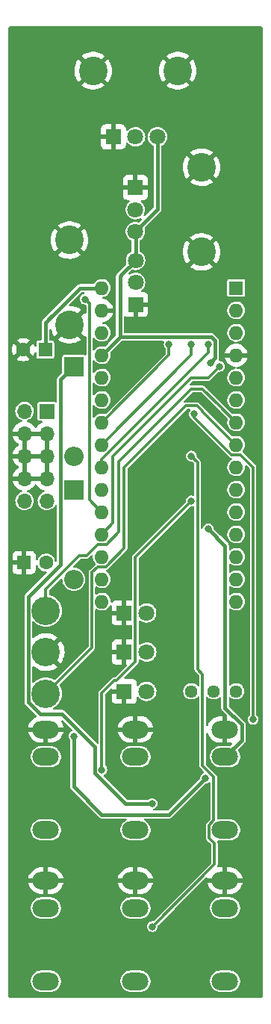
<source format=gbr>
%TF.GenerationSoftware,KiCad,Pcbnew,(5.99.0-10138-g1fe0c6d870)*%
%TF.CreationDate,2021-07-23T13:07:48+01:00*%
%TF.ProjectId,Hagiwo DCO,48616769-776f-4204-9443-4f2e6b696361,rev?*%
%TF.SameCoordinates,Original*%
%TF.FileFunction,Copper,L1,Top*%
%TF.FilePolarity,Positive*%
%FSLAX46Y46*%
G04 Gerber Fmt 4.6, Leading zero omitted, Abs format (unit mm)*
G04 Created by KiCad (PCBNEW (5.99.0-10138-g1fe0c6d870)) date 2021-07-23 13:07:48*
%MOMM*%
%LPD*%
G01*
G04 APERTURE LIST*
%TA.AperFunction,ComponentPad*%
%ADD10R,1.800000X1.800000*%
%TD*%
%TA.AperFunction,ComponentPad*%
%ADD11C,1.800000*%
%TD*%
%TA.AperFunction,ComponentPad*%
%ADD12C,3.240000*%
%TD*%
%TA.AperFunction,ComponentPad*%
%ADD13C,3.230000*%
%TD*%
%TA.AperFunction,ComponentPad*%
%ADD14R,2.200000X2.200000*%
%TD*%
%TA.AperFunction,ComponentPad*%
%ADD15O,2.200000X2.200000*%
%TD*%
%TA.AperFunction,ComponentPad*%
%ADD16O,3.000000X2.000000*%
%TD*%
%TA.AperFunction,ComponentPad*%
%ADD17R,1.600000X1.600000*%
%TD*%
%TA.AperFunction,ComponentPad*%
%ADD18C,1.600000*%
%TD*%
%TA.AperFunction,ComponentPad*%
%ADD19C,1.440000*%
%TD*%
%TA.AperFunction,ComponentPad*%
%ADD20O,1.600000X1.600000*%
%TD*%
%TA.AperFunction,ComponentPad*%
%ADD21R,1.700000X1.700000*%
%TD*%
%TA.AperFunction,ComponentPad*%
%ADD22O,1.700000X1.700000*%
%TD*%
%TA.AperFunction,ViaPad*%
%ADD23C,0.800000*%
%TD*%
%TA.AperFunction,Conductor*%
%ADD24C,0.457200*%
%TD*%
%TA.AperFunction,Conductor*%
%ADD25C,0.304800*%
%TD*%
G04 APERTURE END LIST*
D10*
%TO.P,Parameter1,1,1*%
%TO.N,GND*%
X111135000Y-76795000D03*
D11*
%TO.P,Parameter1,2,2*%
%TO.N,Net-(Parameter1-Pad2)*%
X111135000Y-74295000D03*
%TO.P,Parameter1,3,3*%
%TO.N,+5V*%
X111135000Y-71795000D03*
D12*
%TO.P,Parameter1,4,GND*%
%TO.N,GND*%
X103635000Y-69495000D03*
X103635000Y-79095000D03*
%TD*%
D13*
%TO.P,SW1,1,A*%
%TO.N,Net-(A1-Pad7)*%
X100965000Y-111505000D03*
%TO.P,SW1,2,B*%
%TO.N,GND*%
X100965000Y-116205000D03*
%TO.P,SW1,3,C*%
%TO.N,Net-(A1-Pad8)*%
X100965000Y-120905000D03*
%TD*%
D14*
%TO.P,D5,1,K*%
%TO.N,Net-(D5-Pad1)*%
X104140000Y-97790000D03*
D15*
%TO.P,D5,2,A*%
%TO.N,-12V*%
X104140000Y-107950000D03*
%TD*%
D16*
%TO.P,J3,1*%
%TO.N,GND*%
X100965000Y-124965000D03*
%TO.P,J3,2*%
%TO.N,unconnected-(J3-Pad2)*%
X100965000Y-128065000D03*
%TO.P,J3,3*%
%TO.N,Net-(J3-Pad3)*%
X100965000Y-136365000D03*
%TD*%
D14*
%TO.P,D4,1,K*%
%TO.N,+12V*%
X104140000Y-83820000D03*
D15*
%TO.P,D4,2,A*%
%TO.N,Net-(D4-Pad2)*%
X104140000Y-93980000D03*
%TD*%
D10*
%TO.P,D3,1,K*%
%TO.N,GND*%
X109855000Y-120650000D03*
D11*
%TO.P,D3,2,A*%
%TO.N,Net-(D3-Pad2)*%
X112395000Y-120650000D03*
%TD*%
D10*
%TO.P,Frequency1,1,1*%
%TO.N,GND*%
X108625000Y-57795000D03*
D11*
%TO.P,Frequency1,2,2*%
%TO.N,Net-(Frequency1-Pad2)*%
X111125000Y-57795000D03*
%TO.P,Frequency1,3,3*%
%TO.N,+5V*%
X113625000Y-57795000D03*
D12*
%TO.P,Frequency1,4,GND*%
%TO.N,GND*%
X106325000Y-50295000D03*
X115925000Y-50295000D03*
%TD*%
D16*
%TO.P,J4,1*%
%TO.N,GND*%
X111125000Y-124965000D03*
%TO.P,J4,2*%
%TO.N,unconnected-(J4-Pad2)*%
X111125000Y-128065000D03*
%TO.P,J4,3*%
%TO.N,Net-(J4-Pad3)*%
X111125000Y-136365000D03*
%TD*%
D10*
%TO.P,D2,1,K*%
%TO.N,GND*%
X109855000Y-116205000D03*
D11*
%TO.P,D2,2,A*%
%TO.N,Net-(D2-Pad2)*%
X112395000Y-116205000D03*
%TD*%
D10*
%TO.P,Parameter2,1,1*%
%TO.N,GND*%
X111115000Y-63540000D03*
D11*
%TO.P,Parameter2,2,2*%
%TO.N,Net-(Parameter2-Pad2)*%
X111115000Y-66040000D03*
%TO.P,Parameter2,3,3*%
%TO.N,+5V*%
X111115000Y-68540000D03*
D12*
%TO.P,Parameter2,4,GND*%
%TO.N,GND*%
X118615000Y-70840000D03*
X118615000Y-61240000D03*
%TD*%
D10*
%TO.P,D1,1,K*%
%TO.N,GND*%
X109850000Y-111760000D03*
D11*
%TO.P,D1,2,A*%
%TO.N,Net-(D1-Pad2)*%
X112390000Y-111760000D03*
%TD*%
D16*
%TO.P,J5,1*%
%TO.N,GND*%
X111125000Y-142110000D03*
%TO.P,J5,2*%
%TO.N,unconnected-(J5-Pad2)*%
X111125000Y-145210000D03*
%TO.P,J5,3*%
%TO.N,Net-(J5-Pad3)*%
X111125000Y-153510000D03*
%TD*%
%TO.P,J7,1*%
%TO.N,GND*%
X100965000Y-142110000D03*
%TO.P,J7,2*%
%TO.N,unconnected-(J7-Pad2)*%
X100965000Y-145210000D03*
%TO.P,J7,3*%
%TO.N,Net-(J7-Pad3)*%
X100965000Y-153510000D03*
%TD*%
%TO.P,J2,1*%
%TO.N,GND*%
X121285000Y-142110000D03*
%TO.P,J2,2*%
%TO.N,unconnected-(J2-Pad2)*%
X121285000Y-145210000D03*
%TO.P,J2,3*%
%TO.N,Net-(C7-Pad2)*%
X121285000Y-153510000D03*
%TD*%
%TO.P,J6,1*%
%TO.N,GND*%
X121285000Y-124965000D03*
%TO.P,J6,2*%
%TO.N,+5V*%
X121285000Y-128065000D03*
%TO.P,J6,3*%
%TO.N,Net-(J6-Pad3)*%
X121285000Y-136365000D03*
%TD*%
D17*
%TO.P,C1,1*%
%TO.N,+12V*%
X100900113Y-81915000D03*
D18*
%TO.P,C1,2*%
%TO.N,GND*%
X98400113Y-81915000D03*
%TD*%
D19*
%TO.P,RV1,1,1*%
%TO.N,Net-(R4-Pad2)*%
X117465000Y-120650000D03*
%TO.P,RV1,2,2*%
X120005000Y-120650000D03*
%TO.P,RV1,3,3*%
%TO.N,Net-(R8-Pad1)*%
X122545000Y-120650000D03*
%TD*%
D17*
%TO.P,A1,1,D1/TX*%
%TO.N,unconnected-(A1-Pad1)*%
X122545000Y-74930000D03*
D20*
%TO.P,A1,2,D0/RX*%
%TO.N,unconnected-(A1-Pad2)*%
X122545000Y-77470000D03*
%TO.P,A1,3,~RESET*%
%TO.N,unconnected-(A1-Pad3)*%
X122545000Y-80010000D03*
%TO.P,A1,4,GND*%
%TO.N,GND*%
X122545000Y-82550000D03*
%TO.P,A1,5,D2*%
%TO.N,unconnected-(A1-Pad5)*%
X122545000Y-85090000D03*
%TO.P,A1,6,D3*%
%TO.N,unconnected-(A1-Pad6)*%
X122545000Y-87630000D03*
%TO.P,A1,7,D4*%
%TO.N,Net-(A1-Pad7)*%
X122545000Y-90170000D03*
%TO.P,A1,8,D5*%
%TO.N,Net-(A1-Pad8)*%
X122545000Y-92710000D03*
%TO.P,A1,9,D6*%
%TO.N,Net-(A1-Pad9)*%
X122545000Y-95250000D03*
%TO.P,A1,10,D7*%
%TO.N,Net-(A1-Pad10)*%
X122545000Y-97790000D03*
%TO.P,A1,11,D8*%
%TO.N,Net-(A1-Pad11)*%
X122545000Y-100330000D03*
%TO.P,A1,12,D9*%
%TO.N,PWM*%
X122545000Y-102870000D03*
%TO.P,A1,13,D10*%
%TO.N,HIFI*%
X122545000Y-105410000D03*
%TO.P,A1,14,D11*%
%TO.N,unconnected-(A1-Pad14)*%
X122545000Y-107950000D03*
%TO.P,A1,15,D12*%
%TO.N,unconnected-(A1-Pad15)*%
X122545000Y-110490000D03*
%TO.P,A1,16,D13*%
%TO.N,unconnected-(A1-Pad16)*%
X107305000Y-110490000D03*
%TO.P,A1,17,3V3*%
%TO.N,unconnected-(A1-Pad17)*%
X107305000Y-107950000D03*
%TO.P,A1,18,AREF*%
%TO.N,unconnected-(A1-Pad18)*%
X107305000Y-105410000D03*
%TO.P,A1,19,A0*%
%TO.N,A0*%
X107305000Y-102870000D03*
%TO.P,A1,20,A1*%
%TO.N,A1*%
X107305000Y-100330000D03*
%TO.P,A1,21,A2*%
%TO.N,A2*%
X107305000Y-97790000D03*
%TO.P,A1,22,A3*%
%TO.N,A3*%
X107305000Y-95250000D03*
%TO.P,A1,23,A4*%
%TO.N,A4*%
X107305000Y-92710000D03*
%TO.P,A1,24,A5*%
%TO.N,A5*%
X107305000Y-90170000D03*
%TO.P,A1,25,A6*%
%TO.N,A6*%
X107305000Y-87630000D03*
%TO.P,A1,26,A7*%
%TO.N,A7*%
X107305000Y-85090000D03*
%TO.P,A1,27,+5V*%
%TO.N,+5V*%
X107305000Y-82550000D03*
%TO.P,A1,28,~RESET*%
%TO.N,unconnected-(A1-Pad28)*%
X107305000Y-80010000D03*
%TO.P,A1,29,GND*%
%TO.N,GND*%
X107305000Y-77470000D03*
%TO.P,A1,30,VIN*%
%TO.N,+12V*%
X107305000Y-74930000D03*
%TD*%
D21*
%TO.P,J1,1,Pin_1*%
%TO.N,Net-(D4-Pad2)*%
X101082500Y-88900000D03*
D22*
%TO.P,J1,2,Pin_2*%
X98542500Y-88900000D03*
%TO.P,J1,3,Pin_3*%
%TO.N,GND*%
X101082500Y-91440000D03*
%TO.P,J1,4,Pin_4*%
X98542500Y-91440000D03*
%TO.P,J1,5,Pin_5*%
X101082500Y-93980000D03*
%TO.P,J1,6,Pin_6*%
X98542500Y-93980000D03*
%TO.P,J1,7,Pin_7*%
X101082500Y-96520000D03*
%TO.P,J1,8,Pin_8*%
X98542500Y-96520000D03*
%TO.P,J1,9,Pin_9*%
%TO.N,Net-(D5-Pad1)*%
X101082500Y-99060000D03*
%TO.P,J1,10,Pin_10*%
X98542500Y-99060000D03*
%TD*%
D17*
%TO.P,C2,1*%
%TO.N,GND*%
X98489888Y-106045000D03*
D18*
%TO.P,C2,2*%
%TO.N,-12V*%
X100989888Y-106045000D03*
%TD*%
D23*
%TO.N,A0*%
X120650000Y-83820000D03*
%TO.N,+12V*%
X113012500Y-133367500D03*
%TO.N,GND*%
X113919000Y-126619000D03*
X113030000Y-83185000D03*
X113284000Y-93091000D03*
X124460000Y-133096000D03*
X108585000Y-83820000D03*
X116205000Y-91567000D03*
X113157000Y-95885000D03*
%TO.N,+5V*%
X119370000Y-102225000D03*
X119605511Y-83430511D03*
%TO.N,A6*%
X124460000Y-123825000D03*
X117782500Y-89227500D03*
%TO.N,A5*%
X113030000Y-147320000D03*
X117465000Y-93990000D03*
X114935000Y-81280000D03*
%TO.N,A4*%
X117465000Y-99070000D03*
X117475000Y-81280000D03*
X107315000Y-129540000D03*
%TO.N,A3*%
X119380000Y-81280000D03*
%TO.N,A1*%
X105410000Y-76200000D03*
%TO.N,-12V*%
X104140000Y-125730000D03*
X119080000Y-130475000D03*
%TD*%
D24*
%TO.N,+12V*%
X100900113Y-78869130D02*
X100900113Y-81915000D01*
X102659489Y-85300511D02*
X104140000Y-83820000D01*
X106534489Y-129914646D02*
X106534489Y-126969332D01*
X100900113Y-78869130D02*
X101634489Y-78134754D01*
X102659489Y-106255511D02*
X102659489Y-85300511D01*
X106534489Y-126969332D02*
X102755157Y-123190000D01*
X100900113Y-78869130D02*
X104839243Y-74930000D01*
X98969489Y-109945511D02*
X102659489Y-106255511D01*
X104839243Y-74930000D02*
X107305000Y-74930000D01*
X102755157Y-123190000D02*
X100296643Y-123190000D01*
X109987343Y-133367500D02*
X106534489Y-129914646D01*
X113012500Y-133367500D02*
X109987343Y-133367500D01*
X100296643Y-123190000D02*
X98969489Y-121862846D01*
X98969489Y-121862846D02*
X98969489Y-109945511D01*
%TO.N,+5V*%
X121285000Y-104140000D02*
X121285000Y-122512650D01*
X120160511Y-82875511D02*
X119605511Y-83430511D01*
X109355511Y-80499489D02*
X119754646Y-80499489D01*
X109562500Y-73367500D02*
X111135000Y-71795000D01*
X111135000Y-71795000D02*
X111135000Y-68560000D01*
X121285000Y-122512650D02*
X123190000Y-124417650D01*
X123190000Y-124417650D02*
X123190000Y-126160000D01*
X120160511Y-80905354D02*
X120160511Y-82875511D01*
X111135000Y-68560000D02*
X111115000Y-68540000D01*
X115309646Y-80499489D02*
X116496022Y-80499489D01*
X109355511Y-80499489D02*
X109355511Y-73574489D01*
X107305000Y-82550000D02*
X109355511Y-80499489D01*
X119370000Y-102225000D02*
X121285000Y-104140000D01*
X112015000Y-67605865D02*
X113625000Y-65995865D01*
X113625000Y-65995865D02*
X113625000Y-57795000D01*
X107305000Y-82550000D02*
X108485511Y-81369489D01*
X109355511Y-73574489D02*
X109562500Y-73367500D01*
X112015000Y-67640000D02*
X112015000Y-67605865D01*
X119754646Y-80499489D02*
X120160511Y-80905354D01*
X111115000Y-68540000D02*
X112015000Y-67640000D01*
X123190000Y-126160000D02*
X121285000Y-128065000D01*
D25*
%TO.N,A6*%
X117782500Y-89227500D02*
X117782500Y-89581881D01*
X117782500Y-89581881D02*
X122014930Y-93814311D01*
X123024311Y-93814311D02*
X124460000Y-95250000D01*
X124460000Y-95250000D02*
X124460000Y-123825000D01*
X122014930Y-93814311D02*
X123024311Y-93814311D01*
%TO.N,A5*%
X118745000Y-129097619D02*
X120015000Y-130367619D01*
X119480680Y-135824733D02*
X119480680Y-137260680D01*
X120089311Y-137869311D02*
X120089311Y-140260689D01*
X114935000Y-82540000D02*
X114935000Y-81280000D01*
X118169311Y-118169311D02*
X118745000Y-118745000D01*
X120089311Y-140260689D02*
X113030000Y-147320000D01*
X120015000Y-130367619D02*
X120015000Y-135290413D01*
X119480680Y-137260680D02*
X120089311Y-137869311D01*
X118745000Y-118745000D02*
X118745000Y-129097619D01*
X118169311Y-94694311D02*
X118169311Y-118169311D01*
X117465000Y-93990000D02*
X118169311Y-94694311D01*
X107305000Y-90170000D02*
X114935000Y-82540000D01*
X120015000Y-135290413D02*
X119480680Y-135824733D01*
%TO.N,Net-(A1-Pad8)*%
X106200689Y-107159311D02*
X106200689Y-115669311D01*
X118740000Y-88905000D02*
X118740000Y-88895000D01*
X107784311Y-106514311D02*
X106845689Y-106514311D01*
X106200689Y-115669311D02*
X100965000Y-120905000D01*
X109855000Y-104443622D02*
X107784311Y-106514311D01*
X118110000Y-88265000D02*
X116840000Y-88265000D01*
X116840000Y-88265000D02*
X109855000Y-95250000D01*
X109855000Y-95250000D02*
X109855000Y-96530900D01*
X106845689Y-106514311D02*
X106200689Y-107159311D01*
X122545000Y-92710000D02*
X118740000Y-88905000D01*
X118740000Y-88895000D02*
X118110000Y-88265000D01*
X109855000Y-95250000D02*
X109855000Y-104443622D01*
%TO.N,A4*%
X107305000Y-92710000D02*
X117475000Y-82540000D01*
X117465000Y-99070000D02*
X111125000Y-105410000D01*
X111125000Y-105410000D02*
X111125000Y-117282760D01*
X108962071Y-119445689D02*
X108711551Y-119445689D01*
X117475000Y-82540000D02*
X117475000Y-81280000D01*
X108711551Y-119445689D02*
X107315000Y-120842240D01*
X107315000Y-120842240D02*
X107315000Y-129540000D01*
X111125000Y-117282760D02*
X108962071Y-119445689D01*
%TO.N,Net-(A1-Pad7)*%
X118745000Y-86360000D02*
X117475000Y-86360000D01*
X107835070Y-103974311D02*
X106845689Y-103974311D01*
X117475000Y-86360000D02*
X109220000Y-94615000D01*
X120650000Y-88275000D02*
X120650000Y-88265000D01*
X122545000Y-90170000D02*
X120650000Y-88275000D01*
X107835070Y-103974311D02*
X107149311Y-103974311D01*
X106845689Y-103974311D02*
X105544311Y-105275689D01*
X109220000Y-94615000D02*
X109220000Y-97155000D01*
X109220000Y-102589381D02*
X107835070Y-103974311D01*
X105544311Y-105275689D02*
X104735930Y-105275689D01*
X104735930Y-105275689D02*
X100965000Y-109046619D01*
X109220000Y-94615000D02*
X109220000Y-102589381D01*
X120650000Y-88265000D02*
X118745000Y-86360000D01*
X100965000Y-109046619D02*
X100965000Y-111505000D01*
%TO.N,A3*%
X107305000Y-95250000D02*
X107305000Y-94344381D01*
X119380000Y-82269381D02*
X119380000Y-81280000D01*
X107305000Y-94344381D02*
X119380000Y-82269381D01*
%TO.N,A1*%
X107305000Y-100330000D02*
X105906250Y-98931250D01*
X105906250Y-98931250D02*
X105906250Y-76696250D01*
X105906250Y-76696250D02*
X105410000Y-76200000D01*
%TO.N,A0*%
X108585000Y-101590000D02*
X107305000Y-102870000D01*
X117475000Y-85090000D02*
X108585000Y-93980000D01*
X120650000Y-83820000D02*
X119380000Y-85090000D01*
X108585000Y-93980000D02*
X108585000Y-95885000D01*
X108585000Y-93980000D02*
X108585000Y-101590000D01*
X119380000Y-85090000D02*
X117475000Y-85090000D01*
D24*
%TO.N,-12V*%
X114935000Y-134620000D02*
X119080000Y-130475000D01*
X107315000Y-134620000D02*
X114935000Y-134620000D01*
X104140000Y-131445000D02*
X107315000Y-134620000D01*
X104140000Y-125730000D02*
X104140000Y-131445000D01*
%TD*%
%TA.AperFunction,Conductor*%
%TO.N,GND*%
G36*
X125468921Y-45308202D02*
G01*
X125515414Y-45361858D01*
X125526800Y-45414200D01*
X125526800Y-155245800D01*
X125506798Y-155313921D01*
X125453142Y-155360414D01*
X125400800Y-155371800D01*
X96849200Y-155371800D01*
X96781079Y-155351798D01*
X96734586Y-155298142D01*
X96723200Y-155245800D01*
X96723200Y-153604834D01*
X99260026Y-153604834D01*
X99297485Y-153822835D01*
X99374045Y-154030359D01*
X99487141Y-154220456D01*
X99490947Y-154224796D01*
X99490950Y-154224800D01*
X99513095Y-154250051D01*
X99632986Y-154386760D01*
X99806695Y-154523701D01*
X99811811Y-154526392D01*
X99811813Y-154526394D01*
X99997332Y-154624000D01*
X100002451Y-154626693D01*
X100040215Y-154638419D01*
X100208182Y-154690575D01*
X100208187Y-154690576D01*
X100213697Y-154692287D01*
X100247938Y-154696340D01*
X100390926Y-154713264D01*
X100390933Y-154713264D01*
X100394613Y-154713700D01*
X101519414Y-154713700D01*
X101685268Y-154698460D01*
X101690830Y-154696891D01*
X101690832Y-154696891D01*
X101749747Y-154680275D01*
X101898159Y-154638419D01*
X102096544Y-154540586D01*
X102273778Y-154408239D01*
X102423926Y-154245810D01*
X102541960Y-154058738D01*
X102623925Y-153853289D01*
X102667079Y-153636344D01*
X102667492Y-153604834D01*
X109420026Y-153604834D01*
X109457485Y-153822835D01*
X109534045Y-154030359D01*
X109647141Y-154220456D01*
X109650947Y-154224796D01*
X109650950Y-154224800D01*
X109673095Y-154250051D01*
X109792986Y-154386760D01*
X109966695Y-154523701D01*
X109971811Y-154526392D01*
X109971813Y-154526394D01*
X110157332Y-154624000D01*
X110162451Y-154626693D01*
X110200215Y-154638419D01*
X110368182Y-154690575D01*
X110368187Y-154690576D01*
X110373697Y-154692287D01*
X110407938Y-154696340D01*
X110550926Y-154713264D01*
X110550933Y-154713264D01*
X110554613Y-154713700D01*
X111679414Y-154713700D01*
X111845268Y-154698460D01*
X111850830Y-154696891D01*
X111850832Y-154696891D01*
X111909747Y-154680275D01*
X112058159Y-154638419D01*
X112256544Y-154540586D01*
X112433778Y-154408239D01*
X112583926Y-154245810D01*
X112701960Y-154058738D01*
X112783925Y-153853289D01*
X112827079Y-153636344D01*
X112827492Y-153604834D01*
X119580026Y-153604834D01*
X119617485Y-153822835D01*
X119694045Y-154030359D01*
X119807141Y-154220456D01*
X119810947Y-154224796D01*
X119810950Y-154224800D01*
X119833095Y-154250051D01*
X119952986Y-154386760D01*
X120126695Y-154523701D01*
X120131811Y-154526392D01*
X120131813Y-154526394D01*
X120317332Y-154624000D01*
X120322451Y-154626693D01*
X120360215Y-154638419D01*
X120528182Y-154690575D01*
X120528187Y-154690576D01*
X120533697Y-154692287D01*
X120567938Y-154696340D01*
X120710926Y-154713264D01*
X120710933Y-154713264D01*
X120714613Y-154713700D01*
X121839414Y-154713700D01*
X122005268Y-154698460D01*
X122010830Y-154696891D01*
X122010832Y-154696891D01*
X122069747Y-154680275D01*
X122218159Y-154638419D01*
X122416544Y-154540586D01*
X122593778Y-154408239D01*
X122743926Y-154245810D01*
X122861960Y-154058738D01*
X122943925Y-153853289D01*
X122987079Y-153636344D01*
X122987492Y-153604834D01*
X122989898Y-153420948D01*
X122989974Y-153415166D01*
X122952515Y-153197165D01*
X122875955Y-152989641D01*
X122762859Y-152799544D01*
X122759053Y-152795204D01*
X122759050Y-152795200D01*
X122620821Y-152637581D01*
X122617014Y-152633240D01*
X122443305Y-152496299D01*
X122438189Y-152493608D01*
X122438187Y-152493606D01*
X122252668Y-152396000D01*
X122252666Y-152395999D01*
X122247549Y-152393307D01*
X122170475Y-152369375D01*
X122041818Y-152329425D01*
X122041813Y-152329424D01*
X122036303Y-152327713D01*
X121979679Y-152321011D01*
X121859074Y-152306736D01*
X121859067Y-152306736D01*
X121855387Y-152306300D01*
X120730586Y-152306300D01*
X120564732Y-152321540D01*
X120559170Y-152323109D01*
X120559168Y-152323109D01*
X120500253Y-152339725D01*
X120351841Y-152381581D01*
X120153456Y-152479414D01*
X119976222Y-152611761D01*
X119826074Y-152774190D01*
X119708040Y-152961262D01*
X119626075Y-153166711D01*
X119582921Y-153383656D01*
X119582845Y-153389431D01*
X119582845Y-153389435D01*
X119582433Y-153420948D01*
X119580026Y-153604834D01*
X112827492Y-153604834D01*
X112829898Y-153420948D01*
X112829974Y-153415166D01*
X112792515Y-153197165D01*
X112715955Y-152989641D01*
X112602859Y-152799544D01*
X112599053Y-152795204D01*
X112599050Y-152795200D01*
X112460821Y-152637581D01*
X112457014Y-152633240D01*
X112283305Y-152496299D01*
X112278189Y-152493608D01*
X112278187Y-152493606D01*
X112092668Y-152396000D01*
X112092666Y-152395999D01*
X112087549Y-152393307D01*
X112010475Y-152369375D01*
X111881818Y-152329425D01*
X111881813Y-152329424D01*
X111876303Y-152327713D01*
X111819679Y-152321011D01*
X111699074Y-152306736D01*
X111699067Y-152306736D01*
X111695387Y-152306300D01*
X110570586Y-152306300D01*
X110404732Y-152321540D01*
X110399170Y-152323109D01*
X110399168Y-152323109D01*
X110340253Y-152339725D01*
X110191841Y-152381581D01*
X109993456Y-152479414D01*
X109816222Y-152611761D01*
X109666074Y-152774190D01*
X109548040Y-152961262D01*
X109466075Y-153166711D01*
X109422921Y-153383656D01*
X109422845Y-153389431D01*
X109422845Y-153389435D01*
X109422433Y-153420948D01*
X109420026Y-153604834D01*
X102667492Y-153604834D01*
X102669898Y-153420948D01*
X102669974Y-153415166D01*
X102632515Y-153197165D01*
X102555955Y-152989641D01*
X102442859Y-152799544D01*
X102439053Y-152795204D01*
X102439050Y-152795200D01*
X102300821Y-152637581D01*
X102297014Y-152633240D01*
X102123305Y-152496299D01*
X102118189Y-152493608D01*
X102118187Y-152493606D01*
X101932668Y-152396000D01*
X101932666Y-152395999D01*
X101927549Y-152393307D01*
X101850475Y-152369375D01*
X101721818Y-152329425D01*
X101721813Y-152329424D01*
X101716303Y-152327713D01*
X101659679Y-152321011D01*
X101539074Y-152306736D01*
X101539067Y-152306736D01*
X101535387Y-152306300D01*
X100410586Y-152306300D01*
X100244732Y-152321540D01*
X100239170Y-152323109D01*
X100239168Y-152323109D01*
X100180253Y-152339725D01*
X100031841Y-152381581D01*
X99833456Y-152479414D01*
X99656222Y-152611761D01*
X99506074Y-152774190D01*
X99388040Y-152961262D01*
X99306075Y-153166711D01*
X99262921Y-153383656D01*
X99262845Y-153389431D01*
X99262845Y-153389435D01*
X99262433Y-153420948D01*
X99260026Y-153604834D01*
X96723200Y-153604834D01*
X96723200Y-145304834D01*
X99260026Y-145304834D01*
X99297485Y-145522835D01*
X99374045Y-145730359D01*
X99487141Y-145920456D01*
X99490947Y-145924796D01*
X99490950Y-145924800D01*
X99513095Y-145950051D01*
X99632986Y-146086760D01*
X99806695Y-146223701D01*
X99811811Y-146226392D01*
X99811813Y-146226394D01*
X99997332Y-146324000D01*
X100002451Y-146326693D01*
X100040215Y-146338419D01*
X100208182Y-146390575D01*
X100208187Y-146390576D01*
X100213697Y-146392287D01*
X100247938Y-146396340D01*
X100390926Y-146413264D01*
X100390933Y-146413264D01*
X100394613Y-146413700D01*
X101519414Y-146413700D01*
X101685268Y-146398460D01*
X101690830Y-146396891D01*
X101690832Y-146396891D01*
X101749747Y-146380275D01*
X101898159Y-146338419D01*
X102096544Y-146240586D01*
X102273778Y-146108239D01*
X102423926Y-145945810D01*
X102541960Y-145758738D01*
X102623925Y-145553289D01*
X102667079Y-145336344D01*
X102667492Y-145304834D01*
X109420026Y-145304834D01*
X109457485Y-145522835D01*
X109534045Y-145730359D01*
X109647141Y-145920456D01*
X109650947Y-145924796D01*
X109650950Y-145924800D01*
X109673095Y-145950051D01*
X109792986Y-146086760D01*
X109966695Y-146223701D01*
X109971811Y-146226392D01*
X109971813Y-146226394D01*
X110157332Y-146324000D01*
X110162451Y-146326693D01*
X110200215Y-146338419D01*
X110368182Y-146390575D01*
X110368187Y-146390576D01*
X110373697Y-146392287D01*
X110407938Y-146396340D01*
X110550926Y-146413264D01*
X110550933Y-146413264D01*
X110554613Y-146413700D01*
X111679414Y-146413700D01*
X111845268Y-146398460D01*
X111850830Y-146396891D01*
X111850832Y-146396891D01*
X111909747Y-146380275D01*
X112058159Y-146338419D01*
X112256544Y-146240586D01*
X112433778Y-146108239D01*
X112583926Y-145945810D01*
X112701960Y-145758738D01*
X112783925Y-145553289D01*
X112827079Y-145336344D01*
X112827492Y-145304834D01*
X112829898Y-145120948D01*
X112829974Y-145115166D01*
X112792515Y-144897165D01*
X112715955Y-144689641D01*
X112602859Y-144499544D01*
X112599053Y-144495204D01*
X112599050Y-144495200D01*
X112460821Y-144337581D01*
X112457014Y-144333240D01*
X112283305Y-144196299D01*
X112278189Y-144193608D01*
X112278187Y-144193606D01*
X112092668Y-144096000D01*
X112092666Y-144095999D01*
X112087549Y-144093307D01*
X112010475Y-144069375D01*
X111881818Y-144029425D01*
X111881813Y-144029424D01*
X111876303Y-144027713D01*
X111819679Y-144021011D01*
X111699074Y-144006736D01*
X111699067Y-144006736D01*
X111695387Y-144006300D01*
X110570586Y-144006300D01*
X110404732Y-144021540D01*
X110399170Y-144023109D01*
X110399168Y-144023109D01*
X110340253Y-144039725D01*
X110191841Y-144081581D01*
X109993456Y-144179414D01*
X109816222Y-144311761D01*
X109666074Y-144474190D01*
X109548040Y-144661262D01*
X109466075Y-144866711D01*
X109422921Y-145083656D01*
X109422845Y-145089431D01*
X109422845Y-145089435D01*
X109422433Y-145120948D01*
X109420026Y-145304834D01*
X102667492Y-145304834D01*
X102669898Y-145120948D01*
X102669974Y-145115166D01*
X102632515Y-144897165D01*
X102555955Y-144689641D01*
X102442859Y-144499544D01*
X102439053Y-144495204D01*
X102439050Y-144495200D01*
X102300821Y-144337581D01*
X102297014Y-144333240D01*
X102123305Y-144196299D01*
X102118189Y-144193608D01*
X102118187Y-144193606D01*
X101932668Y-144096000D01*
X101932666Y-144095999D01*
X101927549Y-144093307D01*
X101850475Y-144069375D01*
X101721818Y-144029425D01*
X101721813Y-144029424D01*
X101716303Y-144027713D01*
X101659679Y-144021011D01*
X101539074Y-144006736D01*
X101539067Y-144006736D01*
X101535387Y-144006300D01*
X100410586Y-144006300D01*
X100244732Y-144021540D01*
X100239170Y-144023109D01*
X100239168Y-144023109D01*
X100180253Y-144039725D01*
X100031841Y-144081581D01*
X99833456Y-144179414D01*
X99656222Y-144311761D01*
X99506074Y-144474190D01*
X99388040Y-144661262D01*
X99306075Y-144866711D01*
X99262921Y-145083656D01*
X99262845Y-145089431D01*
X99262845Y-145089435D01*
X99262433Y-145120948D01*
X99260026Y-145304834D01*
X96723200Y-145304834D01*
X96723200Y-142381114D01*
X98978181Y-142381114D01*
X98980233Y-142398849D01*
X98982192Y-142408744D01*
X99045516Y-142632527D01*
X99049028Y-142641971D01*
X99147317Y-142852751D01*
X99152296Y-142861516D01*
X99283014Y-143053861D01*
X99289346Y-143061736D01*
X99449123Y-143230696D01*
X99456632Y-143237457D01*
X99641375Y-143378704D01*
X99649854Y-143384168D01*
X99854809Y-143494064D01*
X99864061Y-143498106D01*
X100083947Y-143573818D01*
X100093719Y-143576327D01*
X100323963Y-143616098D01*
X100331835Y-143616953D01*
X100353474Y-143617936D01*
X100356307Y-143618000D01*
X100692885Y-143618000D01*
X100708124Y-143613525D01*
X100709329Y-143612135D01*
X100711000Y-143604452D01*
X100711000Y-142382115D01*
X100709659Y-142377548D01*
X101219000Y-142377548D01*
X101219000Y-143599885D01*
X101223475Y-143615124D01*
X101224865Y-143616329D01*
X101232548Y-143618000D01*
X101524625Y-143618000D01*
X101529657Y-143617798D01*
X101701858Y-143603943D01*
X101711811Y-143602331D01*
X101937663Y-143546856D01*
X101947233Y-143543673D01*
X102161312Y-143452802D01*
X102170251Y-143448128D01*
X102367037Y-143324206D01*
X102375118Y-143318161D01*
X102549565Y-143164365D01*
X102556576Y-143157104D01*
X102704188Y-142977400D01*
X102709941Y-142969122D01*
X102826931Y-142768114D01*
X102831286Y-142759023D01*
X102914629Y-142541907D01*
X102917477Y-142532230D01*
X102948917Y-142381736D01*
X102948867Y-142381114D01*
X109138181Y-142381114D01*
X109140233Y-142398849D01*
X109142192Y-142408744D01*
X109205516Y-142632527D01*
X109209028Y-142641971D01*
X109307317Y-142852751D01*
X109312296Y-142861516D01*
X109443014Y-143053861D01*
X109449346Y-143061736D01*
X109609123Y-143230696D01*
X109616632Y-143237457D01*
X109801375Y-143378704D01*
X109809854Y-143384168D01*
X110014809Y-143494064D01*
X110024061Y-143498106D01*
X110243947Y-143573818D01*
X110253719Y-143576327D01*
X110483963Y-143616098D01*
X110491835Y-143616953D01*
X110513474Y-143617936D01*
X110516307Y-143618000D01*
X110852885Y-143618000D01*
X110868124Y-143613525D01*
X110869329Y-143612135D01*
X110871000Y-143604452D01*
X110871000Y-142382115D01*
X110869659Y-142377548D01*
X111379000Y-142377548D01*
X111379000Y-143599885D01*
X111383475Y-143615124D01*
X111384865Y-143616329D01*
X111392548Y-143618000D01*
X111684625Y-143618000D01*
X111689657Y-143617798D01*
X111861858Y-143603943D01*
X111871811Y-143602331D01*
X112097663Y-143546856D01*
X112107233Y-143543673D01*
X112321312Y-143452802D01*
X112330251Y-143448128D01*
X112527037Y-143324206D01*
X112535118Y-143318161D01*
X112709565Y-143164365D01*
X112716576Y-143157104D01*
X112864188Y-142977400D01*
X112869941Y-142969122D01*
X112986931Y-142768114D01*
X112991286Y-142759023D01*
X113074629Y-142541907D01*
X113077477Y-142532230D01*
X113108917Y-142381736D01*
X113107794Y-142367675D01*
X113097687Y-142364000D01*
X111397115Y-142364000D01*
X111381876Y-142368475D01*
X111380671Y-142369865D01*
X111379000Y-142377548D01*
X110869659Y-142377548D01*
X110866525Y-142366876D01*
X110865135Y-142365671D01*
X110857452Y-142364000D01*
X109154316Y-142364000D01*
X109140230Y-142368136D01*
X109138181Y-142381114D01*
X102948867Y-142381114D01*
X102947794Y-142367675D01*
X102937687Y-142364000D01*
X101237115Y-142364000D01*
X101221876Y-142368475D01*
X101220671Y-142369865D01*
X101219000Y-142377548D01*
X100709659Y-142377548D01*
X100706525Y-142366876D01*
X100705135Y-142365671D01*
X100697452Y-142364000D01*
X98994316Y-142364000D01*
X98980230Y-142368136D01*
X98978181Y-142381114D01*
X96723200Y-142381114D01*
X96723200Y-141838264D01*
X98981083Y-141838264D01*
X98982206Y-141852325D01*
X98992313Y-141856000D01*
X100692885Y-141856000D01*
X100708124Y-141851525D01*
X100709329Y-141850135D01*
X100711000Y-141842452D01*
X100711000Y-140620115D01*
X100709659Y-140615548D01*
X101219000Y-140615548D01*
X101219000Y-141837885D01*
X101223475Y-141853124D01*
X101224865Y-141854329D01*
X101232548Y-141856000D01*
X102935684Y-141856000D01*
X102949770Y-141851864D01*
X102951819Y-141838886D01*
X102951747Y-141838264D01*
X109141083Y-141838264D01*
X109142206Y-141852325D01*
X109152313Y-141856000D01*
X110852885Y-141856000D01*
X110868124Y-141851525D01*
X110869329Y-141850135D01*
X110871000Y-141842452D01*
X110871000Y-140620115D01*
X110869659Y-140615548D01*
X111379000Y-140615548D01*
X111379000Y-141837885D01*
X111383475Y-141853124D01*
X111384865Y-141854329D01*
X111392548Y-141856000D01*
X113095684Y-141856000D01*
X113109770Y-141851864D01*
X113111819Y-141838886D01*
X113109767Y-141821151D01*
X113107808Y-141811256D01*
X113044484Y-141587473D01*
X113040972Y-141578029D01*
X112942683Y-141367249D01*
X112937704Y-141358484D01*
X112806986Y-141166139D01*
X112800654Y-141158264D01*
X112640877Y-140989304D01*
X112633368Y-140982543D01*
X112448625Y-140841296D01*
X112440146Y-140835832D01*
X112235191Y-140725936D01*
X112225939Y-140721894D01*
X112006053Y-140646182D01*
X111996281Y-140643673D01*
X111766037Y-140603902D01*
X111758165Y-140603047D01*
X111736526Y-140602064D01*
X111733693Y-140602000D01*
X111397115Y-140602000D01*
X111381876Y-140606475D01*
X111380671Y-140607865D01*
X111379000Y-140615548D01*
X110869659Y-140615548D01*
X110866525Y-140604876D01*
X110865135Y-140603671D01*
X110857452Y-140602000D01*
X110565375Y-140602000D01*
X110560343Y-140602202D01*
X110388142Y-140616057D01*
X110378189Y-140617669D01*
X110152337Y-140673144D01*
X110142767Y-140676327D01*
X109928688Y-140767198D01*
X109919749Y-140771872D01*
X109722963Y-140895794D01*
X109714882Y-140901839D01*
X109540435Y-141055635D01*
X109533424Y-141062896D01*
X109385812Y-141242600D01*
X109380059Y-141250878D01*
X109263069Y-141451886D01*
X109258714Y-141460977D01*
X109175371Y-141678093D01*
X109172523Y-141687770D01*
X109141083Y-141838264D01*
X102951747Y-141838264D01*
X102949767Y-141821151D01*
X102947808Y-141811256D01*
X102884484Y-141587473D01*
X102880972Y-141578029D01*
X102782683Y-141367249D01*
X102777704Y-141358484D01*
X102646986Y-141166139D01*
X102640654Y-141158264D01*
X102480877Y-140989304D01*
X102473368Y-140982543D01*
X102288625Y-140841296D01*
X102280146Y-140835832D01*
X102075191Y-140725936D01*
X102065939Y-140721894D01*
X101846053Y-140646182D01*
X101836281Y-140643673D01*
X101606037Y-140603902D01*
X101598165Y-140603047D01*
X101576526Y-140602064D01*
X101573693Y-140602000D01*
X101237115Y-140602000D01*
X101221876Y-140606475D01*
X101220671Y-140607865D01*
X101219000Y-140615548D01*
X100709659Y-140615548D01*
X100706525Y-140604876D01*
X100705135Y-140603671D01*
X100697452Y-140602000D01*
X100405375Y-140602000D01*
X100400343Y-140602202D01*
X100228142Y-140616057D01*
X100218189Y-140617669D01*
X99992337Y-140673144D01*
X99982767Y-140676327D01*
X99768688Y-140767198D01*
X99759749Y-140771872D01*
X99562963Y-140895794D01*
X99554882Y-140901839D01*
X99380435Y-141055635D01*
X99373424Y-141062896D01*
X99225812Y-141242600D01*
X99220059Y-141250878D01*
X99103069Y-141451886D01*
X99098714Y-141460977D01*
X99015371Y-141678093D01*
X99012523Y-141687770D01*
X98981083Y-141838264D01*
X96723200Y-141838264D01*
X96723200Y-136459834D01*
X99260026Y-136459834D01*
X99297485Y-136677835D01*
X99374045Y-136885359D01*
X99487141Y-137075456D01*
X99490947Y-137079796D01*
X99490950Y-137079800D01*
X99513095Y-137105051D01*
X99632986Y-137241760D01*
X99637521Y-137245335D01*
X99637522Y-137245336D01*
X99801227Y-137374390D01*
X99806695Y-137378701D01*
X99811811Y-137381392D01*
X99811813Y-137381394D01*
X99997332Y-137479000D01*
X100002451Y-137481693D01*
X100040215Y-137493419D01*
X100208182Y-137545575D01*
X100208187Y-137545576D01*
X100213697Y-137547287D01*
X100226624Y-137548817D01*
X100390926Y-137568264D01*
X100390933Y-137568264D01*
X100394613Y-137568700D01*
X101519414Y-137568700D01*
X101685268Y-137553460D01*
X101690830Y-137551891D01*
X101690832Y-137551891D01*
X101800473Y-137520969D01*
X101898159Y-137493419D01*
X102096544Y-137395586D01*
X102273778Y-137263239D01*
X102412493Y-137113178D01*
X102420006Y-137105051D01*
X102420008Y-137105049D01*
X102423926Y-137100810D01*
X102541960Y-136913738D01*
X102623925Y-136708289D01*
X102667079Y-136491344D01*
X102667492Y-136459834D01*
X102669898Y-136275948D01*
X102669974Y-136270166D01*
X102632515Y-136052165D01*
X102555955Y-135844641D01*
X102480278Y-135717439D01*
X102445815Y-135659512D01*
X102445813Y-135659509D01*
X102442859Y-135654544D01*
X102439053Y-135650204D01*
X102439050Y-135650200D01*
X102300821Y-135492581D01*
X102297014Y-135488240D01*
X102123305Y-135351299D01*
X102118189Y-135348608D01*
X102118187Y-135348606D01*
X101932668Y-135251000D01*
X101932666Y-135250999D01*
X101927549Y-135248307D01*
X101850475Y-135224375D01*
X101721818Y-135184425D01*
X101721813Y-135184424D01*
X101716303Y-135182713D01*
X101677404Y-135178109D01*
X101539074Y-135161736D01*
X101539067Y-135161736D01*
X101535387Y-135161300D01*
X100410586Y-135161300D01*
X100244732Y-135176540D01*
X100239170Y-135178109D01*
X100239168Y-135178109D01*
X100180253Y-135194725D01*
X100031841Y-135236581D01*
X99833456Y-135334414D01*
X99656222Y-135466761D01*
X99591926Y-135536316D01*
X99520908Y-135613143D01*
X99506074Y-135629190D01*
X99388040Y-135816262D01*
X99306075Y-136021711D01*
X99262921Y-136238656D01*
X99262845Y-136244431D01*
X99262845Y-136244435D01*
X99262433Y-136275948D01*
X99260026Y-136459834D01*
X96723200Y-136459834D01*
X96723200Y-128159834D01*
X99260026Y-128159834D01*
X99297485Y-128377835D01*
X99374045Y-128585359D01*
X99487141Y-128775456D01*
X99490947Y-128779796D01*
X99490950Y-128779800D01*
X99629179Y-128937419D01*
X99632986Y-128941760D01*
X99637521Y-128945335D01*
X99637522Y-128945336D01*
X99791693Y-129066874D01*
X99806695Y-129078701D01*
X99811811Y-129081392D01*
X99811813Y-129081394D01*
X99899747Y-129127658D01*
X100002451Y-129181693D01*
X100071740Y-129203208D01*
X100208182Y-129245575D01*
X100208187Y-129245576D01*
X100213697Y-129247287D01*
X100247938Y-129251340D01*
X100390926Y-129268264D01*
X100390933Y-129268264D01*
X100394613Y-129268700D01*
X101519414Y-129268700D01*
X101685268Y-129253460D01*
X101690830Y-129251891D01*
X101690832Y-129251891D01*
X101771653Y-129229097D01*
X101898159Y-129193419D01*
X102096544Y-129095586D01*
X102273778Y-128963239D01*
X102423926Y-128800810D01*
X102541960Y-128613738D01*
X102623925Y-128408289D01*
X102667079Y-128191344D01*
X102667492Y-128159834D01*
X102669898Y-127975948D01*
X102669974Y-127970166D01*
X102632515Y-127752165D01*
X102555955Y-127544641D01*
X102442859Y-127354544D01*
X102439053Y-127350204D01*
X102439050Y-127350200D01*
X102300821Y-127192581D01*
X102297014Y-127188240D01*
X102265388Y-127163308D01*
X102127844Y-127054877D01*
X102127842Y-127054876D01*
X102123305Y-127051299D01*
X102118189Y-127048608D01*
X102118187Y-127048606D01*
X101932668Y-126951000D01*
X101932666Y-126950999D01*
X101927549Y-126948307D01*
X101850475Y-126924375D01*
X101721818Y-126884425D01*
X101721813Y-126884424D01*
X101716303Y-126882713D01*
X101659679Y-126876011D01*
X101539074Y-126861736D01*
X101539067Y-126861736D01*
X101535387Y-126861300D01*
X100410586Y-126861300D01*
X100244732Y-126876540D01*
X100239170Y-126878109D01*
X100239168Y-126878109D01*
X100180253Y-126894725D01*
X100031841Y-126936581D01*
X99833456Y-127034414D01*
X99656222Y-127166761D01*
X99506074Y-127329190D01*
X99388040Y-127516262D01*
X99306075Y-127721711D01*
X99262921Y-127938656D01*
X99262845Y-127944431D01*
X99262845Y-127944435D01*
X99262433Y-127975948D01*
X99260026Y-128159834D01*
X96723200Y-128159834D01*
X96723200Y-125236114D01*
X98978181Y-125236114D01*
X98980233Y-125253849D01*
X98982192Y-125263744D01*
X99045516Y-125487527D01*
X99049028Y-125496971D01*
X99147317Y-125707751D01*
X99152296Y-125716516D01*
X99283014Y-125908861D01*
X99289346Y-125916736D01*
X99449123Y-126085696D01*
X99456632Y-126092457D01*
X99641375Y-126233704D01*
X99649854Y-126239168D01*
X99854809Y-126349064D01*
X99864061Y-126353106D01*
X100083947Y-126428818D01*
X100093719Y-126431327D01*
X100323963Y-126471098D01*
X100331835Y-126471953D01*
X100353474Y-126472936D01*
X100356307Y-126473000D01*
X100692885Y-126473000D01*
X100708124Y-126468525D01*
X100709329Y-126467135D01*
X100711000Y-126459452D01*
X100711000Y-125237115D01*
X100709659Y-125232548D01*
X101219000Y-125232548D01*
X101219000Y-126454885D01*
X101223475Y-126470124D01*
X101224865Y-126471329D01*
X101232548Y-126473000D01*
X101524625Y-126473000D01*
X101529657Y-126472798D01*
X101701858Y-126458943D01*
X101711811Y-126457331D01*
X101937663Y-126401856D01*
X101947233Y-126398673D01*
X102161312Y-126307802D01*
X102170251Y-126303128D01*
X102367037Y-126179206D01*
X102375118Y-126173161D01*
X102549565Y-126019365D01*
X102556576Y-126012104D01*
X102704188Y-125832400D01*
X102709941Y-125824122D01*
X102826931Y-125623114D01*
X102831286Y-125614023D01*
X102914629Y-125396907D01*
X102917477Y-125387230D01*
X102948917Y-125236736D01*
X102947794Y-125222675D01*
X102937687Y-125219000D01*
X101237115Y-125219000D01*
X101221876Y-125223475D01*
X101220671Y-125224865D01*
X101219000Y-125232548D01*
X100709659Y-125232548D01*
X100706525Y-125221876D01*
X100705135Y-125220671D01*
X100697452Y-125219000D01*
X98994316Y-125219000D01*
X98980230Y-125223136D01*
X98978181Y-125236114D01*
X96723200Y-125236114D01*
X96723200Y-106312548D01*
X97176888Y-106312548D01*
X97176888Y-106842743D01*
X97177049Y-106847250D01*
X97181628Y-106911269D01*
X97184014Y-106924491D01*
X97220707Y-107049458D01*
X97228121Y-107065692D01*
X97297314Y-107173360D01*
X97309000Y-107186847D01*
X97405728Y-107270662D01*
X97420736Y-107280307D01*
X97537163Y-107333477D01*
X97554276Y-107338502D01*
X97685442Y-107357361D01*
X97694383Y-107358000D01*
X98217773Y-107358000D01*
X98233012Y-107353525D01*
X98234217Y-107352135D01*
X98235888Y-107344452D01*
X98235888Y-106317115D01*
X98231413Y-106301876D01*
X98230023Y-106300671D01*
X98222340Y-106299000D01*
X97195003Y-106299000D01*
X97179764Y-106303475D01*
X97178559Y-106304865D01*
X97176888Y-106312548D01*
X96723200Y-106312548D01*
X96723200Y-105249495D01*
X97176888Y-105249495D01*
X97176888Y-105772885D01*
X97181363Y-105788124D01*
X97182753Y-105789329D01*
X97190436Y-105791000D01*
X98217773Y-105791000D01*
X98233012Y-105786525D01*
X98234217Y-105785135D01*
X98235888Y-105777452D01*
X98235888Y-104750115D01*
X98231413Y-104734876D01*
X98230023Y-104733671D01*
X98222340Y-104732000D01*
X97692145Y-104732000D01*
X97687638Y-104732161D01*
X97623619Y-104736740D01*
X97610397Y-104739126D01*
X97485430Y-104775819D01*
X97469196Y-104783233D01*
X97361528Y-104852426D01*
X97348041Y-104864112D01*
X97264226Y-104960840D01*
X97254581Y-104975848D01*
X97201411Y-105092275D01*
X97196386Y-105109388D01*
X97177527Y-105240554D01*
X97176888Y-105249495D01*
X96723200Y-105249495D01*
X96723200Y-96792423D01*
X97210755Y-96792423D01*
X97219138Y-96844471D01*
X97221712Y-96854793D01*
X97292730Y-97062810D01*
X97296997Y-97072533D01*
X97402056Y-97265625D01*
X97407902Y-97274491D01*
X97543986Y-97447113D01*
X97551250Y-97454875D01*
X97714467Y-97602094D01*
X97722944Y-97608528D01*
X97908622Y-97726136D01*
X97918067Y-97731053D01*
X98120906Y-97815694D01*
X98131045Y-97818950D01*
X98165350Y-97826838D01*
X98227255Y-97861597D01*
X98260542Y-97924307D01*
X98254640Y-97995058D01*
X98211424Y-98051387D01*
X98172688Y-98070507D01*
X98145904Y-98078390D01*
X97962795Y-98174118D01*
X97957994Y-98177978D01*
X97957991Y-98177980D01*
X97937315Y-98194604D01*
X97801766Y-98303588D01*
X97668952Y-98461869D01*
X97665984Y-98467267D01*
X97665981Y-98467272D01*
X97599464Y-98588268D01*
X97569411Y-98642934D01*
X97506935Y-98839884D01*
X97506249Y-98846001D01*
X97506248Y-98846005D01*
X97484685Y-99038249D01*
X97483903Y-99045218D01*
X97484419Y-99051362D01*
X97498975Y-99224700D01*
X97501193Y-99251116D01*
X97558146Y-99449733D01*
X97652592Y-99633506D01*
X97780935Y-99795435D01*
X97785622Y-99799424D01*
X97785625Y-99799427D01*
X97933594Y-99925358D01*
X97938286Y-99929351D01*
X97943664Y-99932357D01*
X97943666Y-99932358D01*
X97975401Y-99950094D01*
X98118650Y-100030153D01*
X98315160Y-100094003D01*
X98520328Y-100118468D01*
X98526463Y-100117996D01*
X98526465Y-100117996D01*
X98720199Y-100103089D01*
X98720203Y-100103088D01*
X98726341Y-100102616D01*
X98925352Y-100047051D01*
X98930856Y-100044271D01*
X98930858Y-100044270D01*
X99104279Y-99956669D01*
X99104281Y-99956668D01*
X99109780Y-99953890D01*
X99250744Y-99843757D01*
X99267744Y-99830475D01*
X99272600Y-99826681D01*
X99330243Y-99759901D01*
X99403582Y-99674937D01*
X99403583Y-99674935D01*
X99407611Y-99670269D01*
X99509671Y-99490612D01*
X99574891Y-99294553D01*
X99600787Y-99089561D01*
X99601200Y-99060000D01*
X99581037Y-98854364D01*
X99521317Y-98656561D01*
X99424314Y-98474124D01*
X99341387Y-98372446D01*
X99297618Y-98318779D01*
X99297615Y-98318776D01*
X99293723Y-98314004D01*
X99288974Y-98310075D01*
X99139268Y-98186227D01*
X99139264Y-98186225D01*
X99134518Y-98182298D01*
X98952763Y-98084023D01*
X98923107Y-98074843D01*
X98905766Y-98069475D01*
X98846606Y-98030224D01*
X98818059Y-97965219D01*
X98829188Y-97895100D01*
X98876459Y-97842129D01*
X98907978Y-97828082D01*
X99025833Y-97793953D01*
X99035759Y-97790143D01*
X99233565Y-97694307D01*
X99242712Y-97688876D01*
X99421541Y-97561083D01*
X99429649Y-97554182D01*
X99584393Y-97398082D01*
X99591206Y-97389933D01*
X99710187Y-97220327D01*
X99765683Y-97176047D01*
X99836309Y-97168800D01*
X99899641Y-97200886D01*
X99924016Y-97232469D01*
X99942056Y-97265625D01*
X99947902Y-97274491D01*
X100083986Y-97447113D01*
X100091250Y-97454875D01*
X100254467Y-97602094D01*
X100262944Y-97608528D01*
X100448622Y-97726136D01*
X100458067Y-97731053D01*
X100660906Y-97815694D01*
X100671045Y-97818950D01*
X100705350Y-97826838D01*
X100767255Y-97861597D01*
X100800542Y-97924307D01*
X100794640Y-97995058D01*
X100751424Y-98051387D01*
X100712688Y-98070507D01*
X100685904Y-98078390D01*
X100502795Y-98174118D01*
X100497994Y-98177978D01*
X100497991Y-98177980D01*
X100477315Y-98194604D01*
X100341766Y-98303588D01*
X100208952Y-98461869D01*
X100205984Y-98467267D01*
X100205981Y-98467272D01*
X100139464Y-98588268D01*
X100109411Y-98642934D01*
X100046935Y-98839884D01*
X100046249Y-98846001D01*
X100046248Y-98846005D01*
X100024685Y-99038249D01*
X100023903Y-99045218D01*
X100024419Y-99051362D01*
X100038975Y-99224700D01*
X100041193Y-99251116D01*
X100098146Y-99449733D01*
X100192592Y-99633506D01*
X100320935Y-99795435D01*
X100325622Y-99799424D01*
X100325625Y-99799427D01*
X100473594Y-99925358D01*
X100478286Y-99929351D01*
X100483664Y-99932357D01*
X100483666Y-99932358D01*
X100515401Y-99950094D01*
X100658650Y-100030153D01*
X100855160Y-100094003D01*
X101060328Y-100118468D01*
X101066463Y-100117996D01*
X101066465Y-100117996D01*
X101260199Y-100103089D01*
X101260203Y-100103088D01*
X101266341Y-100102616D01*
X101465352Y-100047051D01*
X101470856Y-100044271D01*
X101470858Y-100044270D01*
X101644279Y-99956669D01*
X101644281Y-99956668D01*
X101649780Y-99953890D01*
X101790744Y-99843757D01*
X101807744Y-99830475D01*
X101812600Y-99826681D01*
X101870243Y-99759901D01*
X101943582Y-99674937D01*
X101943583Y-99674935D01*
X101947611Y-99670269D01*
X101991633Y-99592777D01*
X102042672Y-99543426D01*
X102112291Y-99529504D01*
X102178384Y-99555430D01*
X102219969Y-99612974D01*
X102227189Y-99655014D01*
X102227189Y-105818957D01*
X102207187Y-105887078D01*
X102153531Y-105933571D01*
X102083257Y-105943675D01*
X102018677Y-105914181D01*
X101980293Y-105854455D01*
X101978504Y-105847268D01*
X101977986Y-105842173D01*
X101917020Y-105647631D01*
X101903063Y-105622451D01*
X101821274Y-105474901D01*
X101818181Y-105469321D01*
X101685507Y-105314528D01*
X101680466Y-105310617D01*
X101680463Y-105310615D01*
X101529463Y-105193487D01*
X101529461Y-105193486D01*
X101524418Y-105189574D01*
X101518696Y-105186758D01*
X101518692Y-105186756D01*
X101347220Y-105102382D01*
X101341493Y-105099564D01*
X101335315Y-105097955D01*
X101335313Y-105097954D01*
X101150387Y-105049784D01*
X101150384Y-105049784D01*
X101144205Y-105048174D01*
X101048756Y-105043172D01*
X100946994Y-105037838D01*
X100946990Y-105037838D01*
X100940613Y-105037504D01*
X100739035Y-105067990D01*
X100733048Y-105070193D01*
X100733047Y-105070193D01*
X100567598Y-105131066D01*
X100547703Y-105138386D01*
X100374435Y-105245817D01*
X100226307Y-105385895D01*
X100222645Y-105391125D01*
X100222644Y-105391126D01*
X100153985Y-105489182D01*
X100109372Y-105552896D01*
X100079805Y-105621221D01*
X100044525Y-105702748D01*
X99999114Y-105757322D01*
X99931407Y-105778682D01*
X99862900Y-105760045D01*
X99815344Y-105707330D01*
X99802888Y-105652707D01*
X99802888Y-105247257D01*
X99802727Y-105242750D01*
X99798148Y-105178731D01*
X99795762Y-105165509D01*
X99759069Y-105040542D01*
X99751655Y-105024308D01*
X99682462Y-104916640D01*
X99670776Y-104903153D01*
X99574048Y-104819338D01*
X99559040Y-104809693D01*
X99442613Y-104756523D01*
X99425500Y-104751498D01*
X99294334Y-104732639D01*
X99285393Y-104732000D01*
X98762003Y-104732000D01*
X98746764Y-104736475D01*
X98745559Y-104737865D01*
X98743888Y-104745548D01*
X98743888Y-107339885D01*
X98748363Y-107355124D01*
X98749753Y-107356329D01*
X98757436Y-107358000D01*
X99287631Y-107358000D01*
X99292138Y-107357839D01*
X99356157Y-107353260D01*
X99369379Y-107350874D01*
X99494346Y-107314181D01*
X99510580Y-107306767D01*
X99618248Y-107237574D01*
X99631735Y-107225888D01*
X99715550Y-107129160D01*
X99725195Y-107114152D01*
X99778365Y-106997725D01*
X99783390Y-106980612D01*
X99802249Y-106849446D01*
X99802888Y-106840503D01*
X99802888Y-106436269D01*
X99822890Y-106368148D01*
X99876546Y-106321655D01*
X99946820Y-106311551D01*
X100011400Y-106341045D01*
X100044872Y-106387037D01*
X100103463Y-106525071D01*
X100103466Y-106525076D01*
X100105957Y-106530945D01*
X100221724Y-106698759D01*
X100226323Y-106703169D01*
X100226327Y-106703174D01*
X100337460Y-106809745D01*
X100368870Y-106839866D01*
X100541384Y-106948504D01*
X100732220Y-107020235D01*
X100738521Y-107021233D01*
X100738525Y-107021234D01*
X100894719Y-107045972D01*
X100933581Y-107052127D01*
X100942118Y-107051739D01*
X100943274Y-107052022D01*
X100946328Y-107052193D01*
X100946296Y-107052763D01*
X101011075Y-107068628D01*
X101059956Y-107120118D01*
X101073239Y-107189861D01*
X101046708Y-107255714D01*
X101036931Y-107266704D01*
X98687932Y-109615703D01*
X98676843Y-109625558D01*
X98650711Y-109646159D01*
X98618724Y-109692442D01*
X98616470Y-109695596D01*
X98583018Y-109740886D01*
X98580721Y-109747426D01*
X98576782Y-109753126D01*
X98562353Y-109798750D01*
X98559826Y-109806739D01*
X98558591Y-109810442D01*
X98539935Y-109863569D01*
X98539663Y-109870494D01*
X98537573Y-109877102D01*
X98537189Y-109881981D01*
X98537189Y-109930980D01*
X98537092Y-109935927D01*
X98534830Y-109993497D01*
X98536727Y-110000653D01*
X98537189Y-110009041D01*
X98537189Y-121828728D01*
X98536316Y-121843537D01*
X98532405Y-121876582D01*
X98534097Y-121885846D01*
X98534097Y-121885847D01*
X98542510Y-121931910D01*
X98543160Y-121935814D01*
X98551521Y-121991430D01*
X98554521Y-121997677D01*
X98555766Y-122004495D01*
X98560108Y-122012853D01*
X98581697Y-122054414D01*
X98583466Y-122057955D01*
X98603730Y-122100156D01*
X98603732Y-122100159D01*
X98607807Y-122108645D01*
X98612511Y-122113734D01*
X98615706Y-122119884D01*
X98618884Y-122123606D01*
X98653521Y-122158243D01*
X98656950Y-122161808D01*
X98696070Y-122204128D01*
X98702472Y-122207847D01*
X98708733Y-122213455D01*
X99334532Y-122839253D01*
X99881453Y-123386174D01*
X99915478Y-123448486D01*
X99910414Y-123519301D01*
X99867867Y-123576137D01*
X99841590Y-123591253D01*
X99768688Y-123622198D01*
X99759749Y-123626872D01*
X99562963Y-123750794D01*
X99554882Y-123756839D01*
X99380435Y-123910635D01*
X99373424Y-123917896D01*
X99225812Y-124097600D01*
X99220059Y-124105878D01*
X99103069Y-124306886D01*
X99098714Y-124315977D01*
X99015371Y-124533093D01*
X99012523Y-124542770D01*
X98981083Y-124693264D01*
X98982206Y-124707325D01*
X98992313Y-124711000D01*
X102935684Y-124711000D01*
X102949770Y-124706864D01*
X102951819Y-124693886D01*
X102949767Y-124676151D01*
X102947808Y-124666256D01*
X102884484Y-124442473D01*
X102880972Y-124433029D01*
X102782683Y-124222249D01*
X102777704Y-124213484D01*
X102700608Y-124100041D01*
X102678862Y-124032456D01*
X102697106Y-123963844D01*
X102749549Y-123915988D01*
X102819540Y-123904081D01*
X102884858Y-123931904D01*
X102893915Y-123940123D01*
X103929285Y-124975493D01*
X103963311Y-125037805D01*
X103958246Y-125108620D01*
X103915699Y-125165456D01*
X103888407Y-125180997D01*
X103835650Y-125202850D01*
X103709584Y-125299584D01*
X103612850Y-125425650D01*
X103552041Y-125572457D01*
X103531300Y-125730000D01*
X103552041Y-125887543D01*
X103612850Y-126034350D01*
X103617877Y-126040901D01*
X103681663Y-126124029D01*
X103707263Y-126190249D01*
X103707700Y-126200733D01*
X103707700Y-131410882D01*
X103706827Y-131425691D01*
X103702916Y-131458736D01*
X103704608Y-131468000D01*
X103704608Y-131468001D01*
X103713021Y-131514064D01*
X103713671Y-131517968D01*
X103722032Y-131573584D01*
X103725032Y-131579831D01*
X103726277Y-131586649D01*
X103730619Y-131595007D01*
X103752208Y-131636568D01*
X103753977Y-131640109D01*
X103774241Y-131682310D01*
X103774243Y-131682313D01*
X103778318Y-131690799D01*
X103783022Y-131695888D01*
X103786217Y-131702038D01*
X103789395Y-131705760D01*
X103824032Y-131740397D01*
X103827461Y-131743962D01*
X103866581Y-131786282D01*
X103872983Y-131790001D01*
X103879244Y-131795609D01*
X106985188Y-134901552D01*
X106995042Y-134912641D01*
X107009814Y-134931379D01*
X107009818Y-134931383D01*
X107015648Y-134938778D01*
X107023396Y-134944133D01*
X107061934Y-134970769D01*
X107065127Y-134973050D01*
X107110375Y-135006471D01*
X107116915Y-135008768D01*
X107122615Y-135012707D01*
X107176242Y-135029668D01*
X107179931Y-135030898D01*
X107233058Y-135049554D01*
X107239983Y-135049826D01*
X107246591Y-135051916D01*
X107251470Y-135052300D01*
X107300469Y-135052300D01*
X107305416Y-135052397D01*
X107362986Y-135054659D01*
X107370142Y-135052762D01*
X107378530Y-135052300D01*
X110025141Y-135052300D01*
X110093262Y-135072302D01*
X110139755Y-135125958D01*
X110149859Y-135196232D01*
X110120365Y-135260812D01*
X110080870Y-135291306D01*
X109993456Y-135334414D01*
X109816222Y-135466761D01*
X109751926Y-135536316D01*
X109680908Y-135613143D01*
X109666074Y-135629190D01*
X109548040Y-135816262D01*
X109466075Y-136021711D01*
X109422921Y-136238656D01*
X109422845Y-136244431D01*
X109422845Y-136244435D01*
X109422433Y-136275948D01*
X109420026Y-136459834D01*
X109457485Y-136677835D01*
X109534045Y-136885359D01*
X109647141Y-137075456D01*
X109650947Y-137079796D01*
X109650950Y-137079800D01*
X109673095Y-137105051D01*
X109792986Y-137241760D01*
X109797521Y-137245335D01*
X109797522Y-137245336D01*
X109961227Y-137374390D01*
X109966695Y-137378701D01*
X109971811Y-137381392D01*
X109971813Y-137381394D01*
X110157332Y-137479000D01*
X110162451Y-137481693D01*
X110200215Y-137493419D01*
X110368182Y-137545575D01*
X110368187Y-137545576D01*
X110373697Y-137547287D01*
X110386624Y-137548817D01*
X110550926Y-137568264D01*
X110550933Y-137568264D01*
X110554613Y-137568700D01*
X111679414Y-137568700D01*
X111845268Y-137553460D01*
X111850830Y-137551891D01*
X111850832Y-137551891D01*
X111960473Y-137520969D01*
X112058159Y-137493419D01*
X112256544Y-137395586D01*
X112433778Y-137263239D01*
X112572493Y-137113178D01*
X112580006Y-137105051D01*
X112580008Y-137105049D01*
X112583926Y-137100810D01*
X112701960Y-136913738D01*
X112783925Y-136708289D01*
X112827079Y-136491344D01*
X112827492Y-136459834D01*
X112829898Y-136275948D01*
X112829974Y-136270166D01*
X112792515Y-136052165D01*
X112715955Y-135844641D01*
X112640278Y-135717439D01*
X112605815Y-135659512D01*
X112605813Y-135659509D01*
X112602859Y-135654544D01*
X112599053Y-135650204D01*
X112599050Y-135650200D01*
X112460821Y-135492581D01*
X112457014Y-135488240D01*
X112283305Y-135351299D01*
X112278189Y-135348608D01*
X112278187Y-135348606D01*
X112166430Y-135289808D01*
X112115457Y-135240389D01*
X112099294Y-135171256D01*
X112123073Y-135104360D01*
X112179244Y-135060940D01*
X112225097Y-135052300D01*
X114900882Y-135052300D01*
X114915691Y-135053173D01*
X114948736Y-135057084D01*
X114958000Y-135055392D01*
X114958001Y-135055392D01*
X115004064Y-135046979D01*
X115007970Y-135046329D01*
X115054273Y-135039368D01*
X115054274Y-135039368D01*
X115063584Y-135037968D01*
X115069831Y-135034968D01*
X115076649Y-135033723D01*
X115126569Y-135007792D01*
X115130109Y-135006023D01*
X115172310Y-134985759D01*
X115172313Y-134985757D01*
X115180799Y-134981682D01*
X115185888Y-134976978D01*
X115192038Y-134973783D01*
X115195760Y-134970605D01*
X115230397Y-134935968D01*
X115233963Y-134932538D01*
X115255488Y-134912641D01*
X115276282Y-134893419D01*
X115280001Y-134887017D01*
X115285609Y-134880756D01*
X119052824Y-131113540D01*
X119115136Y-131079514D01*
X119125466Y-131077714D01*
X119237543Y-131062959D01*
X119245170Y-131059800D01*
X119245173Y-131059799D01*
X119310946Y-131032555D01*
X119384350Y-131002150D01*
X119456197Y-130947019D01*
X119522417Y-130921420D01*
X119591966Y-130935685D01*
X119642761Y-130985286D01*
X119658900Y-131046983D01*
X119658900Y-135090721D01*
X119638898Y-135158842D01*
X119621995Y-135179817D01*
X119338503Y-135463308D01*
X119265495Y-135536316D01*
X119249032Y-135549612D01*
X119246406Y-135552001D01*
X119237655Y-135557652D01*
X119231205Y-135565834D01*
X119218032Y-135582544D01*
X119214567Y-135586443D01*
X119214674Y-135586533D01*
X119211321Y-135590490D01*
X119207638Y-135594173D01*
X119204612Y-135598408D01*
X119204610Y-135598410D01*
X119197475Y-135608395D01*
X119193910Y-135613143D01*
X119164246Y-135650772D01*
X119161399Y-135658880D01*
X119156402Y-135665872D01*
X119153418Y-135675849D01*
X119142668Y-135711793D01*
X119140842Y-135717413D01*
X119124957Y-135762649D01*
X119124580Y-135767002D01*
X119124580Y-135769713D01*
X119124462Y-135772444D01*
X119124310Y-135772437D01*
X119124251Y-135773377D01*
X119122427Y-135779475D01*
X119122836Y-135789879D01*
X119124483Y-135831797D01*
X119124580Y-135836744D01*
X119124580Y-137208901D01*
X119122341Y-137229935D01*
X119122173Y-137233487D01*
X119119981Y-137243670D01*
X119121205Y-137254012D01*
X119123707Y-137275151D01*
X119124014Y-137280351D01*
X119124152Y-137280340D01*
X119124580Y-137285520D01*
X119124580Y-137290719D01*
X119127451Y-137307968D01*
X119128284Y-137313824D01*
X119133918Y-137361424D01*
X119137638Y-137369171D01*
X119139049Y-137377647D01*
X119160311Y-137417053D01*
X119161804Y-137419820D01*
X119164499Y-137425109D01*
X119185246Y-137468314D01*
X119188057Y-137471659D01*
X119190006Y-137473608D01*
X119191824Y-137475591D01*
X119191711Y-137475695D01*
X119192333Y-137476401D01*
X119195355Y-137482001D01*
X119203001Y-137489069D01*
X119203002Y-137489070D01*
X119233801Y-137517540D01*
X119237367Y-137520969D01*
X119482550Y-137766151D01*
X119696306Y-137979907D01*
X119730331Y-138042220D01*
X119733211Y-138069003D01*
X119733211Y-140060998D01*
X119713209Y-140129119D01*
X119696306Y-140150093D01*
X113166809Y-146679589D01*
X113104497Y-146713615D01*
X113061269Y-146715416D01*
X113038191Y-146712378D01*
X113038188Y-146712378D01*
X113030000Y-146711300D01*
X112872457Y-146732041D01*
X112864830Y-146735200D01*
X112864827Y-146735201D01*
X112799053Y-146762446D01*
X112725650Y-146792850D01*
X112599584Y-146889584D01*
X112502850Y-147015650D01*
X112442041Y-147162457D01*
X112421300Y-147320000D01*
X112442041Y-147477543D01*
X112502850Y-147624350D01*
X112599584Y-147750416D01*
X112725650Y-147847150D01*
X112799053Y-147877554D01*
X112864827Y-147904799D01*
X112864830Y-147904800D01*
X112872457Y-147907959D01*
X113030000Y-147928700D01*
X113038188Y-147927622D01*
X113179355Y-147909037D01*
X113187543Y-147907959D01*
X113195170Y-147904800D01*
X113195173Y-147904799D01*
X113260947Y-147877554D01*
X113334350Y-147847150D01*
X113460416Y-147750416D01*
X113557150Y-147624350D01*
X113617959Y-147477543D01*
X113638700Y-147320000D01*
X113637622Y-147311809D01*
X113634584Y-147288731D01*
X113645524Y-147218582D01*
X113670411Y-147183191D01*
X115548768Y-145304834D01*
X119580026Y-145304834D01*
X119617485Y-145522835D01*
X119694045Y-145730359D01*
X119807141Y-145920456D01*
X119810947Y-145924796D01*
X119810950Y-145924800D01*
X119833095Y-145950051D01*
X119952986Y-146086760D01*
X120126695Y-146223701D01*
X120131811Y-146226392D01*
X120131813Y-146226394D01*
X120317332Y-146324000D01*
X120322451Y-146326693D01*
X120360215Y-146338419D01*
X120528182Y-146390575D01*
X120528187Y-146390576D01*
X120533697Y-146392287D01*
X120567938Y-146396340D01*
X120710926Y-146413264D01*
X120710933Y-146413264D01*
X120714613Y-146413700D01*
X121839414Y-146413700D01*
X122005268Y-146398460D01*
X122010830Y-146396891D01*
X122010832Y-146396891D01*
X122069747Y-146380275D01*
X122218159Y-146338419D01*
X122416544Y-146240586D01*
X122593778Y-146108239D01*
X122743926Y-145945810D01*
X122861960Y-145758738D01*
X122943925Y-145553289D01*
X122987079Y-145336344D01*
X122987492Y-145304834D01*
X122989898Y-145120948D01*
X122989974Y-145115166D01*
X122952515Y-144897165D01*
X122875955Y-144689641D01*
X122762859Y-144499544D01*
X122759053Y-144495204D01*
X122759050Y-144495200D01*
X122620821Y-144337581D01*
X122617014Y-144333240D01*
X122443305Y-144196299D01*
X122438189Y-144193608D01*
X122438187Y-144193606D01*
X122252668Y-144096000D01*
X122252666Y-144095999D01*
X122247549Y-144093307D01*
X122170475Y-144069375D01*
X122041818Y-144029425D01*
X122041813Y-144029424D01*
X122036303Y-144027713D01*
X121979679Y-144021011D01*
X121859074Y-144006736D01*
X121859067Y-144006736D01*
X121855387Y-144006300D01*
X120730586Y-144006300D01*
X120564732Y-144021540D01*
X120559170Y-144023109D01*
X120559168Y-144023109D01*
X120500253Y-144039725D01*
X120351841Y-144081581D01*
X120153456Y-144179414D01*
X119976222Y-144311761D01*
X119826074Y-144474190D01*
X119708040Y-144661262D01*
X119626075Y-144866711D01*
X119582921Y-145083656D01*
X119582845Y-145089431D01*
X119582845Y-145089435D01*
X119582433Y-145120948D01*
X119580026Y-145304834D01*
X115548768Y-145304834D01*
X116374529Y-144479073D01*
X118472487Y-142381114D01*
X119298181Y-142381114D01*
X119300233Y-142398849D01*
X119302192Y-142408744D01*
X119365516Y-142632527D01*
X119369028Y-142641971D01*
X119467317Y-142852751D01*
X119472296Y-142861516D01*
X119603014Y-143053861D01*
X119609346Y-143061736D01*
X119769123Y-143230696D01*
X119776632Y-143237457D01*
X119961375Y-143378704D01*
X119969854Y-143384168D01*
X120174809Y-143494064D01*
X120184061Y-143498106D01*
X120403947Y-143573818D01*
X120413719Y-143576327D01*
X120643963Y-143616098D01*
X120651835Y-143616953D01*
X120673474Y-143617936D01*
X120676307Y-143618000D01*
X121012885Y-143618000D01*
X121028124Y-143613525D01*
X121029329Y-143612135D01*
X121031000Y-143604452D01*
X121031000Y-142382115D01*
X121029659Y-142377548D01*
X121539000Y-142377548D01*
X121539000Y-143599885D01*
X121543475Y-143615124D01*
X121544865Y-143616329D01*
X121552548Y-143618000D01*
X121844625Y-143618000D01*
X121849657Y-143617798D01*
X122021858Y-143603943D01*
X122031811Y-143602331D01*
X122257663Y-143546856D01*
X122267233Y-143543673D01*
X122481312Y-143452802D01*
X122490251Y-143448128D01*
X122687037Y-143324206D01*
X122695118Y-143318161D01*
X122869565Y-143164365D01*
X122876576Y-143157104D01*
X123024188Y-142977400D01*
X123029941Y-142969122D01*
X123146931Y-142768114D01*
X123151286Y-142759023D01*
X123234629Y-142541907D01*
X123237477Y-142532230D01*
X123268917Y-142381736D01*
X123267794Y-142367675D01*
X123257687Y-142364000D01*
X121557115Y-142364000D01*
X121541876Y-142368475D01*
X121540671Y-142369865D01*
X121539000Y-142377548D01*
X121029659Y-142377548D01*
X121026525Y-142366876D01*
X121025135Y-142365671D01*
X121017452Y-142364000D01*
X119314316Y-142364000D01*
X119300230Y-142368136D01*
X119298181Y-142381114D01*
X118472487Y-142381114D01*
X119086980Y-141766621D01*
X119149292Y-141732595D01*
X119220107Y-141737660D01*
X119276943Y-141780207D01*
X119301676Y-141845690D01*
X119302206Y-141852325D01*
X119312313Y-141856000D01*
X121012885Y-141856000D01*
X121028124Y-141851525D01*
X121029329Y-141850135D01*
X121031000Y-141842452D01*
X121031000Y-140620115D01*
X121029659Y-140615548D01*
X121539000Y-140615548D01*
X121539000Y-141837885D01*
X121543475Y-141853124D01*
X121544865Y-141854329D01*
X121552548Y-141856000D01*
X123255684Y-141856000D01*
X123269770Y-141851864D01*
X123271819Y-141838886D01*
X123269767Y-141821151D01*
X123267808Y-141811256D01*
X123204484Y-141587473D01*
X123200972Y-141578029D01*
X123102683Y-141367249D01*
X123097704Y-141358484D01*
X122966986Y-141166139D01*
X122960654Y-141158264D01*
X122800877Y-140989304D01*
X122793368Y-140982543D01*
X122608625Y-140841296D01*
X122600146Y-140835832D01*
X122395191Y-140725936D01*
X122385939Y-140721894D01*
X122166053Y-140646182D01*
X122156281Y-140643673D01*
X121926037Y-140603902D01*
X121918165Y-140603047D01*
X121896526Y-140602064D01*
X121893693Y-140602000D01*
X121557115Y-140602000D01*
X121541876Y-140606475D01*
X121540671Y-140607865D01*
X121539000Y-140615548D01*
X121029659Y-140615548D01*
X121026525Y-140604876D01*
X121025135Y-140603671D01*
X121017452Y-140602000D01*
X120725375Y-140602000D01*
X120720343Y-140602202D01*
X120548147Y-140616057D01*
X120535607Y-140618088D01*
X120465164Y-140609235D01*
X120410691Y-140563703D01*
X120389481Y-140495949D01*
X120405247Y-140438496D01*
X120403419Y-140437600D01*
X120405745Y-140434650D01*
X120408592Y-140426544D01*
X120413589Y-140419551D01*
X120427326Y-140373619D01*
X120429161Y-140367972D01*
X120442407Y-140330253D01*
X120445034Y-140322773D01*
X120445411Y-140318420D01*
X120445411Y-140315710D01*
X120445529Y-140312978D01*
X120445681Y-140312985D01*
X120445740Y-140312045D01*
X120447564Y-140305947D01*
X120445508Y-140253625D01*
X120445411Y-140248678D01*
X120445411Y-137921090D01*
X120447650Y-137900056D01*
X120447818Y-137896504D01*
X120450010Y-137886321D01*
X120446284Y-137854842D01*
X120445977Y-137849640D01*
X120445839Y-137849651D01*
X120445411Y-137844471D01*
X120445411Y-137839272D01*
X120444558Y-137834148D01*
X120444557Y-137834135D01*
X120442542Y-137822031D01*
X120441706Y-137816156D01*
X120437298Y-137778914D01*
X120437296Y-137778906D01*
X120436072Y-137768567D01*
X120432353Y-137760823D01*
X120430942Y-137752344D01*
X120420924Y-137733777D01*
X120406178Y-137664329D01*
X120431321Y-137597933D01*
X120488368Y-137555670D01*
X120546621Y-137548817D01*
X120710926Y-137568264D01*
X120710933Y-137568264D01*
X120714613Y-137568700D01*
X121839414Y-137568700D01*
X122005268Y-137553460D01*
X122010830Y-137551891D01*
X122010832Y-137551891D01*
X122120473Y-137520969D01*
X122218159Y-137493419D01*
X122416544Y-137395586D01*
X122593778Y-137263239D01*
X122732493Y-137113178D01*
X122740006Y-137105051D01*
X122740008Y-137105049D01*
X122743926Y-137100810D01*
X122861960Y-136913738D01*
X122943925Y-136708289D01*
X122987079Y-136491344D01*
X122987492Y-136459834D01*
X122989898Y-136275948D01*
X122989974Y-136270166D01*
X122952515Y-136052165D01*
X122875955Y-135844641D01*
X122800278Y-135717439D01*
X122765815Y-135659512D01*
X122765813Y-135659509D01*
X122762859Y-135654544D01*
X122759053Y-135650204D01*
X122759050Y-135650200D01*
X122620821Y-135492581D01*
X122617014Y-135488240D01*
X122443305Y-135351299D01*
X122438189Y-135348608D01*
X122438187Y-135348606D01*
X122252668Y-135251000D01*
X122252666Y-135250999D01*
X122247549Y-135248307D01*
X122170475Y-135224375D01*
X122041818Y-135184425D01*
X122041813Y-135184424D01*
X122036303Y-135182713D01*
X121997404Y-135178109D01*
X121859074Y-135161736D01*
X121859067Y-135161736D01*
X121855387Y-135161300D01*
X120730586Y-135161300D01*
X120650882Y-135168624D01*
X120570485Y-135176011D01*
X120570481Y-135176012D01*
X120564732Y-135176540D01*
X120559181Y-135178106D01*
X120559173Y-135178107D01*
X120531300Y-135185968D01*
X120460307Y-135185206D01*
X120400996Y-135146185D01*
X120372197Y-135081291D01*
X120371100Y-135064698D01*
X120371100Y-130419398D01*
X120373339Y-130398364D01*
X120373507Y-130394812D01*
X120375699Y-130384629D01*
X120371973Y-130353150D01*
X120371666Y-130347948D01*
X120371528Y-130347959D01*
X120371100Y-130342779D01*
X120371100Y-130337580D01*
X120370247Y-130332456D01*
X120370246Y-130332443D01*
X120368231Y-130320339D01*
X120367395Y-130314464D01*
X120362987Y-130277222D01*
X120362985Y-130277214D01*
X120361761Y-130266875D01*
X120358042Y-130259131D01*
X120356631Y-130250652D01*
X120333872Y-130208472D01*
X120331176Y-130203181D01*
X120313865Y-130167129D01*
X120313863Y-130167126D01*
X120310434Y-130159985D01*
X120307623Y-130156640D01*
X120305684Y-130154701D01*
X120303856Y-130152708D01*
X120303969Y-130152604D01*
X120303347Y-130151898D01*
X120300325Y-130146298D01*
X120261866Y-130110747D01*
X120258301Y-130107318D01*
X119138005Y-128987022D01*
X119103979Y-128924710D01*
X119101100Y-128897927D01*
X119101100Y-125461135D01*
X119121102Y-125393014D01*
X119174758Y-125346521D01*
X119245032Y-125336417D01*
X119309612Y-125365911D01*
X119348340Y-125426828D01*
X119365516Y-125487527D01*
X119369028Y-125496971D01*
X119467317Y-125707751D01*
X119472296Y-125716516D01*
X119603014Y-125908861D01*
X119609346Y-125916736D01*
X119769123Y-126085696D01*
X119776632Y-126092457D01*
X119961375Y-126233704D01*
X119969854Y-126239168D01*
X120174809Y-126349064D01*
X120184061Y-126353106D01*
X120403947Y-126428818D01*
X120413719Y-126431327D01*
X120643963Y-126471098D01*
X120651835Y-126471953D01*
X120673474Y-126472936D01*
X120676307Y-126473000D01*
X121012885Y-126473000D01*
X121028124Y-126468525D01*
X121029329Y-126467135D01*
X121031000Y-126459452D01*
X121031000Y-123475115D01*
X121026525Y-123459876D01*
X121025135Y-123458671D01*
X121017452Y-123457000D01*
X120725375Y-123457000D01*
X120720343Y-123457202D01*
X120548142Y-123471057D01*
X120538189Y-123472669D01*
X120312337Y-123528144D01*
X120302767Y-123531327D01*
X120088688Y-123622198D01*
X120079749Y-123626872D01*
X119882963Y-123750794D01*
X119874882Y-123756839D01*
X119700435Y-123910635D01*
X119693424Y-123917896D01*
X119545812Y-124097600D01*
X119540059Y-124105878D01*
X119423069Y-124306886D01*
X119418714Y-124315977D01*
X119344731Y-124508710D01*
X119301645Y-124565138D01*
X119234892Y-124589315D01*
X119165665Y-124573564D01*
X119115943Y-124522886D01*
X119101100Y-124463556D01*
X119101100Y-121354676D01*
X119121102Y-121286555D01*
X119174758Y-121240062D01*
X119245032Y-121229958D01*
X119309612Y-121259452D01*
X119320733Y-121270362D01*
X119383578Y-121340159D01*
X119388920Y-121344040D01*
X119388922Y-121344042D01*
X119489469Y-121417093D01*
X119540650Y-121454278D01*
X119546678Y-121456962D01*
X119546680Y-121456963D01*
X119711985Y-121530561D01*
X119718016Y-121533246D01*
X119806529Y-121552060D01*
X119901467Y-121572240D01*
X119901471Y-121572240D01*
X119907924Y-121573612D01*
X120102076Y-121573612D01*
X120108529Y-121572240D01*
X120108533Y-121572240D01*
X120203471Y-121552060D01*
X120291984Y-121533246D01*
X120298015Y-121530561D01*
X120463320Y-121456963D01*
X120463322Y-121456962D01*
X120469350Y-121454278D01*
X120520531Y-121417093D01*
X120621078Y-121344042D01*
X120621080Y-121344040D01*
X120626422Y-121340159D01*
X120633062Y-121332784D01*
X120634705Y-121331772D01*
X120635749Y-121330832D01*
X120635921Y-121331023D01*
X120693506Y-121295544D01*
X120764490Y-121296894D01*
X120823476Y-121336406D01*
X120851736Y-121401535D01*
X120852700Y-121417093D01*
X120852700Y-122478532D01*
X120851827Y-122493341D01*
X120847916Y-122526386D01*
X120849608Y-122535650D01*
X120849608Y-122535651D01*
X120858021Y-122581714D01*
X120858671Y-122585618D01*
X120867032Y-122641234D01*
X120870032Y-122647481D01*
X120871277Y-122654299D01*
X120894062Y-122698162D01*
X120897208Y-122704218D01*
X120898977Y-122707759D01*
X120919241Y-122749960D01*
X120919243Y-122749963D01*
X120923318Y-122758449D01*
X120928022Y-122763538D01*
X120931217Y-122769688D01*
X120934395Y-122773410D01*
X120969032Y-122808047D01*
X120972461Y-122811612D01*
X121011581Y-122853932D01*
X121017983Y-122857651D01*
X121024244Y-122863259D01*
X121506882Y-123345897D01*
X121540908Y-123408209D01*
X121540908Y-123461772D01*
X121539000Y-123470544D01*
X121539000Y-126454885D01*
X121543475Y-126470124D01*
X121544865Y-126471329D01*
X121552548Y-126473000D01*
X121844625Y-126473000D01*
X121849655Y-126472798D01*
X121960898Y-126463847D01*
X122030404Y-126478321D01*
X122081050Y-126528075D01*
X122096758Y-126597312D01*
X122072539Y-126664050D01*
X122060099Y-126678536D01*
X121914240Y-126824395D01*
X121851928Y-126858421D01*
X121825145Y-126861300D01*
X120730586Y-126861300D01*
X120564732Y-126876540D01*
X120559170Y-126878109D01*
X120559168Y-126878109D01*
X120500253Y-126894725D01*
X120351841Y-126936581D01*
X120153456Y-127034414D01*
X119976222Y-127166761D01*
X119826074Y-127329190D01*
X119708040Y-127516262D01*
X119626075Y-127721711D01*
X119582921Y-127938656D01*
X119582845Y-127944431D01*
X119582845Y-127944435D01*
X119582433Y-127975948D01*
X119580026Y-128159834D01*
X119617485Y-128377835D01*
X119694045Y-128585359D01*
X119807141Y-128775456D01*
X119810947Y-128779796D01*
X119810950Y-128779800D01*
X119949179Y-128937419D01*
X119952986Y-128941760D01*
X119957521Y-128945335D01*
X119957522Y-128945336D01*
X120111693Y-129066874D01*
X120126695Y-129078701D01*
X120131811Y-129081392D01*
X120131813Y-129081394D01*
X120219747Y-129127658D01*
X120322451Y-129181693D01*
X120391740Y-129203208D01*
X120528182Y-129245575D01*
X120528187Y-129245576D01*
X120533697Y-129247287D01*
X120567938Y-129251340D01*
X120710926Y-129268264D01*
X120710933Y-129268264D01*
X120714613Y-129268700D01*
X121839414Y-129268700D01*
X122005268Y-129253460D01*
X122010830Y-129251891D01*
X122010832Y-129251891D01*
X122091653Y-129229097D01*
X122218159Y-129193419D01*
X122416544Y-129095586D01*
X122593778Y-128963239D01*
X122743926Y-128800810D01*
X122861960Y-128613738D01*
X122943925Y-128408289D01*
X122987079Y-128191344D01*
X122987492Y-128159834D01*
X122989898Y-127975948D01*
X122989974Y-127970166D01*
X122952515Y-127752165D01*
X122875955Y-127544641D01*
X122762859Y-127354544D01*
X122759929Y-127351202D01*
X122736214Y-127284743D01*
X122752293Y-127215591D01*
X122772913Y-127188452D01*
X123471557Y-126489808D01*
X123482646Y-126479953D01*
X123501381Y-126465183D01*
X123508778Y-126459352D01*
X123540765Y-126413069D01*
X123543019Y-126409915D01*
X123576471Y-126364625D01*
X123578768Y-126358085D01*
X123582707Y-126352385D01*
X123599668Y-126298758D01*
X123600898Y-126295069D01*
X123619554Y-126241942D01*
X123619826Y-126235017D01*
X123621916Y-126228409D01*
X123622300Y-126223530D01*
X123622300Y-126174531D01*
X123622397Y-126169584D01*
X123622854Y-126157961D01*
X123624659Y-126112013D01*
X123622762Y-126104857D01*
X123622300Y-126096469D01*
X123622300Y-124451768D01*
X123623173Y-124436959D01*
X123625977Y-124413267D01*
X123627084Y-124403914D01*
X123616979Y-124348583D01*
X123616329Y-124344680D01*
X123609368Y-124298377D01*
X123609368Y-124298376D01*
X123607968Y-124289066D01*
X123604968Y-124282819D01*
X123603723Y-124276001D01*
X123577792Y-124226081D01*
X123576023Y-124222541D01*
X123555759Y-124180340D01*
X123555757Y-124180337D01*
X123551682Y-124171851D01*
X123546978Y-124166762D01*
X123543783Y-124160612D01*
X123540605Y-124156890D01*
X123505968Y-124122253D01*
X123502538Y-124118687D01*
X123485302Y-124100041D01*
X123463419Y-124076368D01*
X123457017Y-124072649D01*
X123450756Y-124067041D01*
X121754205Y-122370490D01*
X121720179Y-122308178D01*
X121717300Y-122281395D01*
X121717300Y-121436497D01*
X121737302Y-121368376D01*
X121790958Y-121321883D01*
X121861232Y-121311779D01*
X121923137Y-121340766D01*
X121923578Y-121340159D01*
X121928920Y-121344040D01*
X121928922Y-121344042D01*
X122029469Y-121417093D01*
X122080650Y-121454278D01*
X122086678Y-121456962D01*
X122086680Y-121456963D01*
X122251985Y-121530561D01*
X122258016Y-121533246D01*
X122346529Y-121552060D01*
X122441467Y-121572240D01*
X122441471Y-121572240D01*
X122447924Y-121573612D01*
X122642076Y-121573612D01*
X122648529Y-121572240D01*
X122648533Y-121572240D01*
X122743471Y-121552060D01*
X122831984Y-121533246D01*
X122838015Y-121530561D01*
X123003320Y-121456963D01*
X123003322Y-121456962D01*
X123009350Y-121454278D01*
X123060531Y-121417093D01*
X123161078Y-121344042D01*
X123161080Y-121344040D01*
X123166422Y-121340159D01*
X123296334Y-121195876D01*
X123319898Y-121155063D01*
X123390106Y-121033459D01*
X123390107Y-121033458D01*
X123393410Y-121027736D01*
X123453406Y-120843088D01*
X123457159Y-120807386D01*
X123473010Y-120656565D01*
X123473700Y-120650000D01*
X123470118Y-120615917D01*
X123454096Y-120463475D01*
X123454096Y-120463473D01*
X123453406Y-120456912D01*
X123393410Y-120272264D01*
X123316918Y-120139776D01*
X123299638Y-120109846D01*
X123299636Y-120109843D01*
X123296334Y-120104124D01*
X123166422Y-119959841D01*
X123161080Y-119955960D01*
X123161078Y-119955958D01*
X123014692Y-119849603D01*
X123014691Y-119849602D01*
X123009350Y-119845722D01*
X123003322Y-119843038D01*
X123003320Y-119843037D01*
X122838015Y-119769439D01*
X122838014Y-119769439D01*
X122831984Y-119766754D01*
X122737030Y-119746571D01*
X122648533Y-119727760D01*
X122648529Y-119727760D01*
X122642076Y-119726388D01*
X122447924Y-119726388D01*
X122441471Y-119727760D01*
X122441467Y-119727760D01*
X122352970Y-119746571D01*
X122258016Y-119766754D01*
X122251986Y-119769439D01*
X122251985Y-119769439D01*
X122086680Y-119843037D01*
X122086678Y-119843038D01*
X122080650Y-119845722D01*
X122075309Y-119849602D01*
X122075308Y-119849603D01*
X121928922Y-119955958D01*
X121928920Y-119955960D01*
X121926690Y-119957580D01*
X121926688Y-119957581D01*
X121923578Y-119959841D01*
X121923165Y-119959272D01*
X121863605Y-119987856D01*
X121793151Y-119979093D01*
X121738619Y-119933631D01*
X121717300Y-119863503D01*
X121717300Y-111380908D01*
X121737302Y-111312787D01*
X121790958Y-111266294D01*
X121861232Y-111256190D01*
X121920370Y-111281403D01*
X121923982Y-111284866D01*
X122096496Y-111393504D01*
X122287332Y-111465235D01*
X122293633Y-111466233D01*
X122293637Y-111466234D01*
X122430340Y-111487885D01*
X122488693Y-111497127D01*
X122692354Y-111487879D01*
X122698539Y-111486314D01*
X122883809Y-111439434D01*
X122883813Y-111439433D01*
X122889996Y-111437868D01*
X122900033Y-111433016D01*
X123067797Y-111351916D01*
X123067799Y-111351915D01*
X123073545Y-111349137D01*
X123078614Y-111345261D01*
X123078618Y-111345259D01*
X123216170Y-111240092D01*
X123235503Y-111225311D01*
X123369254Y-111071447D01*
X123469335Y-110893832D01*
X123531657Y-110699721D01*
X123553675Y-110497042D01*
X123553700Y-110490000D01*
X123539656Y-110351740D01*
X123533743Y-110293521D01*
X123533743Y-110293519D01*
X123533098Y-110287173D01*
X123472132Y-110092631D01*
X123453026Y-110058162D01*
X123376386Y-109919901D01*
X123373293Y-109914321D01*
X123240619Y-109759528D01*
X123235578Y-109755617D01*
X123235575Y-109755615D01*
X123084575Y-109638487D01*
X123084573Y-109638486D01*
X123079530Y-109634574D01*
X123073808Y-109631758D01*
X123073804Y-109631756D01*
X122902332Y-109547382D01*
X122896605Y-109544564D01*
X122890427Y-109542955D01*
X122890425Y-109542954D01*
X122705499Y-109494784D01*
X122705496Y-109494784D01*
X122699317Y-109493174D01*
X122603868Y-109488172D01*
X122502106Y-109482838D01*
X122502102Y-109482838D01*
X122495725Y-109482504D01*
X122294147Y-109512990D01*
X122288160Y-109515193D01*
X122288159Y-109515193D01*
X122108805Y-109581182D01*
X122102815Y-109583386D01*
X121929547Y-109690817D01*
X121924907Y-109695205D01*
X121920180Y-109698845D01*
X121854005Y-109724562D01*
X121784431Y-109710420D01*
X121733548Y-109660908D01*
X121717300Y-109599018D01*
X121717300Y-108840908D01*
X121737302Y-108772787D01*
X121790958Y-108726294D01*
X121861232Y-108716190D01*
X121920370Y-108741403D01*
X121923982Y-108744866D01*
X122096496Y-108853504D01*
X122287332Y-108925235D01*
X122293633Y-108926233D01*
X122293637Y-108926234D01*
X122449831Y-108950972D01*
X122488693Y-108957127D01*
X122692354Y-108947879D01*
X122698539Y-108946314D01*
X122883809Y-108899434D01*
X122883813Y-108899433D01*
X122889996Y-108897868D01*
X122910910Y-108887758D01*
X123067797Y-108811916D01*
X123067799Y-108811915D01*
X123073545Y-108809137D01*
X123078614Y-108805261D01*
X123078618Y-108805259D01*
X123230429Y-108689190D01*
X123235503Y-108685311D01*
X123369254Y-108531447D01*
X123469335Y-108353832D01*
X123531657Y-108159721D01*
X123553675Y-107957042D01*
X123553700Y-107950000D01*
X123533098Y-107747173D01*
X123472132Y-107552631D01*
X123373293Y-107374321D01*
X123240619Y-107219528D01*
X123235578Y-107215617D01*
X123235575Y-107215615D01*
X123084575Y-107098487D01*
X123084572Y-107098485D01*
X123079530Y-107094574D01*
X123073808Y-107091758D01*
X123073804Y-107091756D01*
X122902332Y-107007382D01*
X122896605Y-107004564D01*
X122890427Y-107002955D01*
X122890425Y-107002954D01*
X122705499Y-106954784D01*
X122705496Y-106954784D01*
X122699317Y-106953174D01*
X122603868Y-106948172D01*
X122502106Y-106942838D01*
X122502102Y-106942838D01*
X122495725Y-106942504D01*
X122294147Y-106972990D01*
X122288160Y-106975193D01*
X122288159Y-106975193D01*
X122113548Y-107039437D01*
X122102815Y-107043386D01*
X121929547Y-107150817D01*
X121924907Y-107155205D01*
X121920180Y-107158845D01*
X121854005Y-107184562D01*
X121784431Y-107170420D01*
X121733548Y-107120908D01*
X121717300Y-107059018D01*
X121717300Y-106300908D01*
X121737302Y-106232787D01*
X121790958Y-106186294D01*
X121861232Y-106176190D01*
X121920370Y-106201403D01*
X121923982Y-106204866D01*
X122096496Y-106313504D01*
X122287332Y-106385235D01*
X122293633Y-106386233D01*
X122293637Y-106386234D01*
X122432127Y-106408168D01*
X122488693Y-106417127D01*
X122692354Y-106407879D01*
X122698539Y-106406314D01*
X122883809Y-106359434D01*
X122883813Y-106359433D01*
X122889996Y-106357868D01*
X122920171Y-106343281D01*
X123067797Y-106271916D01*
X123067799Y-106271915D01*
X123073545Y-106269137D01*
X123078614Y-106265261D01*
X123078618Y-106265259D01*
X123195115Y-106176190D01*
X123235503Y-106145311D01*
X123369254Y-105991447D01*
X123469335Y-105813832D01*
X123531657Y-105619721D01*
X123542425Y-105520597D01*
X123553320Y-105420313D01*
X123553320Y-105420306D01*
X123553675Y-105417042D01*
X123553700Y-105410000D01*
X123550160Y-105375146D01*
X123533743Y-105213521D01*
X123533743Y-105213519D01*
X123533098Y-105207173D01*
X123472132Y-105012631D01*
X123457828Y-104986825D01*
X123376386Y-104839901D01*
X123373293Y-104834321D01*
X123240619Y-104679528D01*
X123235578Y-104675617D01*
X123235575Y-104675615D01*
X123084575Y-104558487D01*
X123084573Y-104558486D01*
X123079530Y-104554574D01*
X123073808Y-104551758D01*
X123073804Y-104551756D01*
X122902332Y-104467382D01*
X122896605Y-104464564D01*
X122890427Y-104462955D01*
X122890425Y-104462954D01*
X122705499Y-104414784D01*
X122705496Y-104414784D01*
X122699317Y-104413174D01*
X122603868Y-104408172D01*
X122502106Y-104402838D01*
X122502102Y-104402838D01*
X122495725Y-104402504D01*
X122294147Y-104432990D01*
X122288160Y-104435193D01*
X122288159Y-104435193D01*
X122122683Y-104496076D01*
X122102815Y-104503386D01*
X121929547Y-104610817D01*
X121924907Y-104615205D01*
X121920180Y-104618845D01*
X121854005Y-104644562D01*
X121784431Y-104630420D01*
X121733548Y-104580908D01*
X121717300Y-104519018D01*
X121717300Y-104174118D01*
X121718173Y-104159309D01*
X121720977Y-104135617D01*
X121722084Y-104126264D01*
X121711979Y-104070933D01*
X121711329Y-104067030D01*
X121704368Y-104020727D01*
X121704368Y-104020726D01*
X121702968Y-104011416D01*
X121699968Y-104005169D01*
X121698723Y-103998351D01*
X121672792Y-103948431D01*
X121671023Y-103944891D01*
X121650759Y-103902690D01*
X121650757Y-103902687D01*
X121646682Y-103894201D01*
X121641978Y-103889112D01*
X121638783Y-103882962D01*
X121635605Y-103879240D01*
X121600968Y-103844603D01*
X121597538Y-103841037D01*
X121558419Y-103798718D01*
X121552017Y-103794999D01*
X121545756Y-103789391D01*
X120724797Y-102968432D01*
X121541114Y-102968432D01*
X121581411Y-103168281D01*
X121661069Y-103355945D01*
X121776836Y-103523759D01*
X121781435Y-103528169D01*
X121781439Y-103528174D01*
X121914378Y-103655657D01*
X121923982Y-103664866D01*
X122096496Y-103773504D01*
X122287332Y-103845235D01*
X122293633Y-103846233D01*
X122293637Y-103846234D01*
X122432127Y-103868168D01*
X122488693Y-103877127D01*
X122692354Y-103867879D01*
X122698539Y-103866314D01*
X122883809Y-103819434D01*
X122883813Y-103819433D01*
X122889996Y-103817868D01*
X122895743Y-103815090D01*
X123067797Y-103731916D01*
X123067799Y-103731915D01*
X123073545Y-103729137D01*
X123078614Y-103725261D01*
X123078618Y-103725259D01*
X123173292Y-103652875D01*
X123235503Y-103605311D01*
X123369254Y-103451447D01*
X123469335Y-103273832D01*
X123531657Y-103079721D01*
X123553675Y-102877042D01*
X123553700Y-102870000D01*
X123542355Y-102758309D01*
X123533743Y-102673521D01*
X123533743Y-102673519D01*
X123533098Y-102667173D01*
X123472132Y-102472631D01*
X123373293Y-102294321D01*
X123240619Y-102139528D01*
X123235578Y-102135617D01*
X123235575Y-102135615D01*
X123084575Y-102018487D01*
X123084573Y-102018486D01*
X123079530Y-102014574D01*
X123073808Y-102011758D01*
X123073804Y-102011756D01*
X122902332Y-101927382D01*
X122896605Y-101924564D01*
X122890427Y-101922955D01*
X122890425Y-101922954D01*
X122705499Y-101874784D01*
X122705496Y-101874784D01*
X122699317Y-101873174D01*
X122603868Y-101868172D01*
X122502106Y-101862838D01*
X122502102Y-101862838D01*
X122495725Y-101862504D01*
X122294147Y-101892990D01*
X122288160Y-101895193D01*
X122288159Y-101895193D01*
X122108805Y-101961182D01*
X122102815Y-101963386D01*
X121929547Y-102070817D01*
X121781419Y-102210895D01*
X121777757Y-102216125D01*
X121777756Y-102216126D01*
X121668148Y-102372663D01*
X121664484Y-102377896D01*
X121583517Y-102564999D01*
X121582212Y-102571246D01*
X121545470Y-102747121D01*
X121541826Y-102764562D01*
X121541114Y-102968432D01*
X120724797Y-102968432D01*
X120008540Y-102252175D01*
X119974514Y-102189863D01*
X119972713Y-102179526D01*
X119968086Y-102144375D01*
X119957959Y-102067457D01*
X119942360Y-102029796D01*
X119900310Y-101928280D01*
X119897150Y-101920650D01*
X119800416Y-101794584D01*
X119674350Y-101697850D01*
X119600947Y-101667446D01*
X119535173Y-101640201D01*
X119535170Y-101640200D01*
X119527543Y-101637041D01*
X119370000Y-101616300D01*
X119212457Y-101637041D01*
X119204830Y-101640200D01*
X119204827Y-101640201D01*
X119139053Y-101667446D01*
X119065650Y-101697850D01*
X118939584Y-101794584D01*
X118842850Y-101920650D01*
X118839690Y-101928280D01*
X118797641Y-102029796D01*
X118782041Y-102067457D01*
X118780963Y-102075645D01*
X118776333Y-102110814D01*
X118747610Y-102175741D01*
X118688345Y-102214832D01*
X118617354Y-102215677D01*
X118557175Y-102178007D01*
X118526916Y-102113781D01*
X118525411Y-102094367D01*
X118525411Y-100428432D01*
X121541114Y-100428432D01*
X121581411Y-100628281D01*
X121661069Y-100815945D01*
X121776836Y-100983759D01*
X121781435Y-100988169D01*
X121781439Y-100988174D01*
X121856854Y-101060493D01*
X121923982Y-101124866D01*
X122096496Y-101233504D01*
X122287332Y-101305235D01*
X122293633Y-101306233D01*
X122293637Y-101306234D01*
X122432127Y-101328168D01*
X122488693Y-101337127D01*
X122692354Y-101327879D01*
X122698539Y-101326314D01*
X122883809Y-101279434D01*
X122883813Y-101279433D01*
X122889996Y-101277868D01*
X122895743Y-101275090D01*
X123067797Y-101191916D01*
X123067799Y-101191915D01*
X123073545Y-101189137D01*
X123078614Y-101185261D01*
X123078618Y-101185259D01*
X123230429Y-101069190D01*
X123235503Y-101065311D01*
X123369254Y-100911447D01*
X123469335Y-100733832D01*
X123531657Y-100539721D01*
X123553675Y-100337042D01*
X123553700Y-100330000D01*
X123533098Y-100127173D01*
X123472132Y-99932631D01*
X123373293Y-99754321D01*
X123240619Y-99599528D01*
X123235578Y-99595617D01*
X123235575Y-99595615D01*
X123084575Y-99478487D01*
X123084573Y-99478486D01*
X123079530Y-99474574D01*
X123073808Y-99471758D01*
X123073804Y-99471756D01*
X122902332Y-99387382D01*
X122896605Y-99384564D01*
X122890427Y-99382955D01*
X122890425Y-99382954D01*
X122705499Y-99334784D01*
X122705496Y-99334784D01*
X122699317Y-99333174D01*
X122603868Y-99328172D01*
X122502106Y-99322838D01*
X122502102Y-99322838D01*
X122495725Y-99322504D01*
X122294147Y-99352990D01*
X122288160Y-99355193D01*
X122288159Y-99355193D01*
X122194165Y-99389776D01*
X122102815Y-99423386D01*
X121929547Y-99530817D01*
X121781419Y-99670895D01*
X121777757Y-99676125D01*
X121777756Y-99676126D01*
X121672337Y-99826681D01*
X121664484Y-99837896D01*
X121583517Y-100024999D01*
X121582212Y-100031246D01*
X121560846Y-100133521D01*
X121541826Y-100224562D01*
X121541114Y-100428432D01*
X118525411Y-100428432D01*
X118525411Y-97888432D01*
X121541114Y-97888432D01*
X121581411Y-98088281D01*
X121661069Y-98275945D01*
X121776836Y-98443759D01*
X121781435Y-98448169D01*
X121781439Y-98448174D01*
X121880168Y-98542850D01*
X121923982Y-98584866D01*
X122096496Y-98693504D01*
X122287332Y-98765235D01*
X122293633Y-98766233D01*
X122293637Y-98766234D01*
X122432127Y-98788168D01*
X122488693Y-98797127D01*
X122692354Y-98787879D01*
X122750049Y-98773280D01*
X122883809Y-98739434D01*
X122883813Y-98739433D01*
X122889996Y-98737868D01*
X122903049Y-98731558D01*
X123067797Y-98651916D01*
X123067799Y-98651915D01*
X123073545Y-98649137D01*
X123078614Y-98645261D01*
X123078618Y-98645259D01*
X123230429Y-98529190D01*
X123235503Y-98525311D01*
X123369254Y-98371447D01*
X123469335Y-98193832D01*
X123531657Y-97999721D01*
X123541896Y-97905468D01*
X123553320Y-97800313D01*
X123553320Y-97800306D01*
X123553675Y-97797042D01*
X123553700Y-97790000D01*
X123533098Y-97587173D01*
X123472132Y-97392631D01*
X123373293Y-97214321D01*
X123240619Y-97059528D01*
X123235578Y-97055617D01*
X123235575Y-97055615D01*
X123084575Y-96938487D01*
X123084573Y-96938486D01*
X123079530Y-96934574D01*
X123073808Y-96931758D01*
X123073804Y-96931756D01*
X122902332Y-96847382D01*
X122896605Y-96844564D01*
X122890427Y-96842955D01*
X122890425Y-96842954D01*
X122705499Y-96794784D01*
X122705496Y-96794784D01*
X122699317Y-96793174D01*
X122603868Y-96788172D01*
X122502106Y-96782838D01*
X122502102Y-96782838D01*
X122495725Y-96782504D01*
X122294147Y-96812990D01*
X122288160Y-96815193D01*
X122288159Y-96815193D01*
X122180529Y-96854793D01*
X122102815Y-96883386D01*
X121929547Y-96990817D01*
X121781419Y-97130895D01*
X121777757Y-97136125D01*
X121777756Y-97136126D01*
X121695406Y-97253735D01*
X121664484Y-97297896D01*
X121583517Y-97484999D01*
X121582212Y-97491246D01*
X121559055Y-97602094D01*
X121541826Y-97684562D01*
X121541804Y-97690950D01*
X121541208Y-97861597D01*
X121541114Y-97888432D01*
X118525411Y-97888432D01*
X118525411Y-94746090D01*
X118527650Y-94725056D01*
X118527818Y-94721504D01*
X118530010Y-94711321D01*
X118526284Y-94679840D01*
X118525977Y-94674640D01*
X118525839Y-94674651D01*
X118525411Y-94669471D01*
X118525411Y-94664272D01*
X118522540Y-94647023D01*
X118521706Y-94641163D01*
X118520433Y-94630410D01*
X118516073Y-94593567D01*
X118512353Y-94585820D01*
X118510942Y-94577344D01*
X118488187Y-94535171D01*
X118485492Y-94529882D01*
X118468176Y-94493823D01*
X118464745Y-94486677D01*
X118461934Y-94483332D01*
X118459985Y-94481383D01*
X118458167Y-94479400D01*
X118458280Y-94479296D01*
X118457658Y-94478590D01*
X118454636Y-94472990D01*
X118424622Y-94445245D01*
X118416178Y-94437440D01*
X118412612Y-94434010D01*
X118105411Y-94126809D01*
X118071385Y-94064497D01*
X118069584Y-94021269D01*
X118072622Y-93998191D01*
X118072622Y-93998188D01*
X118073700Y-93990000D01*
X118052959Y-93832457D01*
X117992150Y-93685650D01*
X117895416Y-93559584D01*
X117769350Y-93462850D01*
X117695946Y-93432445D01*
X117630173Y-93405201D01*
X117630170Y-93405200D01*
X117622543Y-93402041D01*
X117465000Y-93381300D01*
X117307457Y-93402041D01*
X117299830Y-93405200D01*
X117299827Y-93405201D01*
X117234053Y-93432446D01*
X117160650Y-93462850D01*
X117034584Y-93559584D01*
X116937850Y-93685650D01*
X116877041Y-93832457D01*
X116856300Y-93990000D01*
X116877041Y-94147543D01*
X116880200Y-94155170D01*
X116880201Y-94155173D01*
X116906757Y-94219284D01*
X116937850Y-94294350D01*
X117034584Y-94420416D01*
X117160650Y-94517150D01*
X117234053Y-94547554D01*
X117299827Y-94574799D01*
X117299830Y-94574800D01*
X117307457Y-94577959D01*
X117465000Y-94598700D01*
X117496268Y-94594583D01*
X117566414Y-94605521D01*
X117601809Y-94630410D01*
X117776306Y-94804907D01*
X117810332Y-94867219D01*
X117813211Y-94894002D01*
X117813211Y-98372446D01*
X117793209Y-98440567D01*
X117739553Y-98487060D01*
X117669279Y-98497164D01*
X117638992Y-98488854D01*
X117630176Y-98485202D01*
X117630171Y-98485201D01*
X117622543Y-98482041D01*
X117465000Y-98461300D01*
X117307457Y-98482041D01*
X117299830Y-98485200D01*
X117299827Y-98485201D01*
X117237162Y-98511158D01*
X117160650Y-98542850D01*
X117034584Y-98639584D01*
X116937850Y-98765650D01*
X116877041Y-98912457D01*
X116856300Y-99070000D01*
X116857378Y-99078188D01*
X116857378Y-99078191D01*
X116860416Y-99101269D01*
X116849476Y-99171418D01*
X116824589Y-99206809D01*
X110909818Y-105121580D01*
X110893350Y-105134881D01*
X110890727Y-105137268D01*
X110881975Y-105142919D01*
X110875525Y-105151101D01*
X110862352Y-105167811D01*
X110858887Y-105171710D01*
X110858994Y-105171800D01*
X110855641Y-105175757D01*
X110851958Y-105179440D01*
X110848932Y-105183675D01*
X110848930Y-105183677D01*
X110841795Y-105193662D01*
X110838230Y-105198410D01*
X110808566Y-105236039D01*
X110805719Y-105244147D01*
X110800722Y-105251139D01*
X110797738Y-105261116D01*
X110786988Y-105297060D01*
X110785162Y-105302680D01*
X110769277Y-105347916D01*
X110768900Y-105352269D01*
X110768900Y-105354980D01*
X110768782Y-105357711D01*
X110768630Y-105357704D01*
X110768571Y-105358644D01*
X110766747Y-105364742D01*
X110767156Y-105375146D01*
X110768803Y-105417064D01*
X110768900Y-105422011D01*
X110768900Y-110221000D01*
X110748898Y-110289121D01*
X110695242Y-110335614D01*
X110642900Y-110347000D01*
X110122115Y-110347000D01*
X110106876Y-110351475D01*
X110105671Y-110352865D01*
X110104000Y-110360548D01*
X110104000Y-113154885D01*
X110108475Y-113170124D01*
X110109865Y-113171329D01*
X110117548Y-113173000D01*
X110642900Y-113173000D01*
X110711021Y-113193002D01*
X110757514Y-113246658D01*
X110768900Y-113299000D01*
X110768900Y-114666000D01*
X110748898Y-114734121D01*
X110695242Y-114780614D01*
X110642900Y-114792000D01*
X110127115Y-114792000D01*
X110111876Y-114796475D01*
X110110671Y-114797865D01*
X110109000Y-114805548D01*
X110109000Y-117599885D01*
X110116538Y-117625558D01*
X110143638Y-117667725D01*
X110143640Y-117738722D01*
X110111838Y-117792320D01*
X108851642Y-119052516D01*
X108789330Y-119086542D01*
X108749194Y-119086583D01*
X108749143Y-119087673D01*
X108738744Y-119087182D01*
X108728561Y-119084990D01*
X108718220Y-119086214D01*
X108697082Y-119088716D01*
X108691880Y-119089023D01*
X108691891Y-119089161D01*
X108686711Y-119089589D01*
X108681512Y-119089589D01*
X108676388Y-119090442D01*
X108676375Y-119090443D01*
X108664271Y-119092458D01*
X108658396Y-119093294D01*
X108621154Y-119097702D01*
X108621146Y-119097704D01*
X108610807Y-119098928D01*
X108603063Y-119102647D01*
X108594584Y-119104058D01*
X108585417Y-119109004D01*
X108585415Y-119109005D01*
X108552406Y-119126816D01*
X108547114Y-119129513D01*
X108503917Y-119150255D01*
X108500572Y-119153067D01*
X108498637Y-119155002D01*
X108496650Y-119156825D01*
X108496546Y-119156712D01*
X108495832Y-119157341D01*
X108490230Y-119160364D01*
X108483163Y-119168009D01*
X108454668Y-119198835D01*
X108451238Y-119202401D01*
X107099818Y-120553820D01*
X107083350Y-120567121D01*
X107080727Y-120569508D01*
X107071975Y-120575159D01*
X107065525Y-120583341D01*
X107052352Y-120600051D01*
X107048887Y-120603950D01*
X107048994Y-120604040D01*
X107045641Y-120607997D01*
X107041958Y-120611680D01*
X107038932Y-120615915D01*
X107038930Y-120615917D01*
X107031795Y-120625902D01*
X107028230Y-120630650D01*
X106998566Y-120668279D01*
X106995719Y-120676387D01*
X106990722Y-120683379D01*
X106987738Y-120693356D01*
X106976988Y-120729300D01*
X106975162Y-120734920D01*
X106959277Y-120780156D01*
X106958900Y-120784509D01*
X106958900Y-120787220D01*
X106958782Y-120789951D01*
X106958630Y-120789944D01*
X106958571Y-120790884D01*
X106956747Y-120796982D01*
X106957156Y-120807386D01*
X106958803Y-120849304D01*
X106958900Y-120854251D01*
X106958900Y-126478189D01*
X106938898Y-126546310D01*
X106885242Y-126592803D01*
X106814968Y-126602907D01*
X106750388Y-126573413D01*
X106743805Y-126567284D01*
X103084965Y-122908443D01*
X103075110Y-122897354D01*
X103060340Y-122878619D01*
X103054509Y-122871222D01*
X103008226Y-122839235D01*
X103005072Y-122836981D01*
X102959782Y-122803529D01*
X102953242Y-122801232D01*
X102947542Y-122797293D01*
X102893915Y-122780332D01*
X102890226Y-122779102D01*
X102837099Y-122760446D01*
X102830174Y-122760174D01*
X102823566Y-122758084D01*
X102818687Y-122757700D01*
X102769688Y-122757700D01*
X102764741Y-122757603D01*
X102707171Y-122755341D01*
X102700015Y-122757238D01*
X102691627Y-122757700D01*
X101869718Y-122757700D01*
X101801597Y-122737698D01*
X101755104Y-122684042D01*
X101745000Y-122613768D01*
X101774494Y-122549188D01*
X101807425Y-122523182D01*
X101807091Y-122522642D01*
X102032971Y-122382863D01*
X102032975Y-122382860D01*
X102036944Y-122380404D01*
X102153898Y-122281395D01*
X102239682Y-122208774D01*
X102239683Y-122208773D01*
X102243248Y-122205755D01*
X102318555Y-122119884D01*
X102418390Y-122006045D01*
X102418394Y-122006040D01*
X102421472Y-122002530D01*
X102467554Y-121930888D01*
X102565174Y-121779120D01*
X102565176Y-121779117D01*
X102567699Y-121775194D01*
X102678717Y-121528742D01*
X102731732Y-121340766D01*
X102750819Y-121273091D01*
X102750820Y-121273088D01*
X102752089Y-121268587D01*
X102786201Y-121000445D01*
X102786482Y-120989742D01*
X102788371Y-120917548D01*
X102788700Y-120905000D01*
X102779746Y-120784509D01*
X102769014Y-120640092D01*
X102769013Y-120640088D01*
X102768668Y-120635440D01*
X102709013Y-120371802D01*
X102706029Y-120364128D01*
X102612738Y-120124230D01*
X102612737Y-120124228D01*
X102611045Y-120119877D01*
X102528851Y-119976069D01*
X102512415Y-119907003D01*
X102535928Y-119840013D01*
X102549150Y-119824452D01*
X105901053Y-116472548D01*
X108442000Y-116472548D01*
X108442000Y-117102743D01*
X108442161Y-117107250D01*
X108446740Y-117171269D01*
X108449126Y-117184491D01*
X108485819Y-117309458D01*
X108493233Y-117325692D01*
X108562426Y-117433360D01*
X108574112Y-117446847D01*
X108670840Y-117530662D01*
X108685848Y-117540307D01*
X108802275Y-117593477D01*
X108819388Y-117598502D01*
X108950554Y-117617361D01*
X108959495Y-117618000D01*
X109582885Y-117618000D01*
X109598124Y-117613525D01*
X109599329Y-117612135D01*
X109601000Y-117604452D01*
X109601000Y-116477115D01*
X109596525Y-116461876D01*
X109595135Y-116460671D01*
X109587452Y-116459000D01*
X108460115Y-116459000D01*
X108444876Y-116463475D01*
X108443671Y-116464865D01*
X108442000Y-116472548D01*
X105901053Y-116472548D01*
X106415871Y-115957730D01*
X106432347Y-115944423D01*
X106434964Y-115942041D01*
X106443714Y-115936392D01*
X106463345Y-115911490D01*
X106466803Y-115907599D01*
X106466696Y-115907509D01*
X106470049Y-115903552D01*
X106473730Y-115899871D01*
X106483887Y-115885657D01*
X106487444Y-115880920D01*
X106510676Y-115851451D01*
X106510677Y-115851448D01*
X106517123Y-115843272D01*
X106519971Y-115835163D01*
X106524966Y-115828173D01*
X106538702Y-115782246D01*
X106540524Y-115776637D01*
X106556412Y-115731395D01*
X106556789Y-115727042D01*
X106556789Y-115724332D01*
X106556907Y-115721600D01*
X106557059Y-115721607D01*
X106557118Y-115720667D01*
X106558942Y-115714569D01*
X106556886Y-115662247D01*
X106556789Y-115657300D01*
X106556789Y-115309495D01*
X108442000Y-115309495D01*
X108442000Y-115932885D01*
X108446475Y-115948124D01*
X108447865Y-115949329D01*
X108455548Y-115951000D01*
X109582885Y-115951000D01*
X109598124Y-115946525D01*
X109599329Y-115945135D01*
X109601000Y-115937452D01*
X109601000Y-114810115D01*
X109596525Y-114794876D01*
X109595135Y-114793671D01*
X109587452Y-114792000D01*
X108957257Y-114792000D01*
X108952750Y-114792161D01*
X108888731Y-114796740D01*
X108875509Y-114799126D01*
X108750542Y-114835819D01*
X108734308Y-114843233D01*
X108626640Y-114912426D01*
X108613153Y-114924112D01*
X108529338Y-115020840D01*
X108519693Y-115035848D01*
X108466523Y-115152275D01*
X108461498Y-115169388D01*
X108442639Y-115300554D01*
X108442000Y-115309495D01*
X106556789Y-115309495D01*
X106556789Y-112027548D01*
X108437000Y-112027548D01*
X108437000Y-112657743D01*
X108437161Y-112662250D01*
X108441740Y-112726269D01*
X108444126Y-112739491D01*
X108480819Y-112864458D01*
X108488233Y-112880692D01*
X108557426Y-112988360D01*
X108569112Y-113001847D01*
X108665840Y-113085662D01*
X108680848Y-113095307D01*
X108797275Y-113148477D01*
X108814388Y-113153502D01*
X108945554Y-113172361D01*
X108954495Y-113173000D01*
X109577885Y-113173000D01*
X109593124Y-113168525D01*
X109594329Y-113167135D01*
X109596000Y-113159452D01*
X109596000Y-112032115D01*
X109591525Y-112016876D01*
X109590135Y-112015671D01*
X109582452Y-112014000D01*
X108455115Y-112014000D01*
X108439876Y-112018475D01*
X108438671Y-112019865D01*
X108437000Y-112027548D01*
X106556789Y-112027548D01*
X106556789Y-111433016D01*
X106576791Y-111364895D01*
X106630447Y-111318402D01*
X106700721Y-111308298D01*
X106749928Y-111326395D01*
X106856496Y-111393504D01*
X107047332Y-111465235D01*
X107053633Y-111466233D01*
X107053637Y-111466234D01*
X107190340Y-111487885D01*
X107248693Y-111497127D01*
X107452354Y-111487879D01*
X107458539Y-111486314D01*
X107643809Y-111439434D01*
X107643813Y-111439433D01*
X107649996Y-111437868D01*
X107660033Y-111433016D01*
X107827797Y-111351916D01*
X107827799Y-111351915D01*
X107833545Y-111349137D01*
X107838614Y-111345261D01*
X107838618Y-111345259D01*
X107976170Y-111240092D01*
X107995503Y-111225311D01*
X108129254Y-111071447D01*
X108185401Y-110971802D01*
X108201227Y-110943716D01*
X108252094Y-110894187D01*
X108321663Y-110880022D01*
X108387847Y-110905717D01*
X108429632Y-110963115D01*
X108437000Y-111005570D01*
X108437000Y-111487885D01*
X108441475Y-111503124D01*
X108442865Y-111504329D01*
X108450548Y-111506000D01*
X109577885Y-111506000D01*
X109593124Y-111501525D01*
X109594329Y-111500135D01*
X109596000Y-111492452D01*
X109596000Y-110365115D01*
X109591525Y-110349876D01*
X109590135Y-110348671D01*
X109582452Y-110347000D01*
X108952257Y-110347000D01*
X108947750Y-110347161D01*
X108883731Y-110351740D01*
X108870509Y-110354126D01*
X108745542Y-110390819D01*
X108729308Y-110398233D01*
X108621640Y-110467426D01*
X108608153Y-110479112D01*
X108534492Y-110564122D01*
X108474765Y-110602506D01*
X108403769Y-110602506D01*
X108344043Y-110564123D01*
X108314550Y-110499542D01*
X108313698Y-110490673D01*
X108313700Y-110490000D01*
X108295763Y-110313413D01*
X108293743Y-110293521D01*
X108293743Y-110293519D01*
X108293098Y-110287173D01*
X108232132Y-110092631D01*
X108213026Y-110058162D01*
X108136386Y-109919901D01*
X108133293Y-109914321D01*
X108000619Y-109759528D01*
X107995578Y-109755617D01*
X107995575Y-109755615D01*
X107844575Y-109638487D01*
X107844573Y-109638486D01*
X107839530Y-109634574D01*
X107833808Y-109631758D01*
X107833804Y-109631756D01*
X107662332Y-109547382D01*
X107656605Y-109544564D01*
X107650427Y-109542955D01*
X107650425Y-109542954D01*
X107465499Y-109494784D01*
X107465496Y-109494784D01*
X107459317Y-109493174D01*
X107363868Y-109488172D01*
X107262106Y-109482838D01*
X107262102Y-109482838D01*
X107255725Y-109482504D01*
X107054147Y-109512990D01*
X107048160Y-109515193D01*
X107048159Y-109515193D01*
X106868805Y-109581182D01*
X106862815Y-109583386D01*
X106857391Y-109586749D01*
X106857387Y-109586751D01*
X106749185Y-109653839D01*
X106680750Y-109672736D01*
X106612962Y-109651635D01*
X106567343Y-109597234D01*
X106556789Y-109546753D01*
X106556789Y-108893016D01*
X106576791Y-108824895D01*
X106630447Y-108778402D01*
X106700721Y-108768298D01*
X106749928Y-108786395D01*
X106856496Y-108853504D01*
X107047332Y-108925235D01*
X107053633Y-108926233D01*
X107053637Y-108926234D01*
X107209831Y-108950972D01*
X107248693Y-108957127D01*
X107452354Y-108947879D01*
X107458539Y-108946314D01*
X107643809Y-108899434D01*
X107643813Y-108899433D01*
X107649996Y-108897868D01*
X107670910Y-108887758D01*
X107827797Y-108811916D01*
X107827799Y-108811915D01*
X107833545Y-108809137D01*
X107838614Y-108805261D01*
X107838618Y-108805259D01*
X107990429Y-108689190D01*
X107995503Y-108685311D01*
X108129254Y-108531447D01*
X108229335Y-108353832D01*
X108291657Y-108159721D01*
X108313675Y-107957042D01*
X108313700Y-107950000D01*
X108293098Y-107747173D01*
X108232132Y-107552631D01*
X108133293Y-107374321D01*
X108000619Y-107219528D01*
X107995578Y-107215617D01*
X107995575Y-107215615D01*
X107844572Y-107098485D01*
X107839530Y-107094574D01*
X107834744Y-107092219D01*
X107787824Y-107039437D01*
X107776831Y-106969296D01*
X107805504Y-106904347D01*
X107866618Y-106864648D01*
X107874710Y-106862297D01*
X107885055Y-106861073D01*
X107892802Y-106857353D01*
X107901278Y-106855942D01*
X107943451Y-106833187D01*
X107948740Y-106830492D01*
X107952005Y-106828924D01*
X107991945Y-106809745D01*
X107995290Y-106806934D01*
X107997239Y-106804985D01*
X107999222Y-106803167D01*
X107999326Y-106803280D01*
X108000032Y-106802658D01*
X108005632Y-106799636D01*
X108041183Y-106761177D01*
X108044612Y-106757612D01*
X110070182Y-104732041D01*
X110086658Y-104718734D01*
X110089275Y-104716352D01*
X110098025Y-104710703D01*
X110117656Y-104685801D01*
X110121114Y-104681910D01*
X110121007Y-104681820D01*
X110124360Y-104677863D01*
X110128041Y-104674182D01*
X110138198Y-104659968D01*
X110141755Y-104655231D01*
X110164987Y-104625762D01*
X110164988Y-104625759D01*
X110171434Y-104617583D01*
X110174282Y-104609474D01*
X110179277Y-104602484D01*
X110193008Y-104556572D01*
X110194843Y-104550925D01*
X110208096Y-104513186D01*
X110210723Y-104505706D01*
X110211100Y-104501353D01*
X110211100Y-104498643D01*
X110211218Y-104495911D01*
X110211369Y-104495918D01*
X110211428Y-104494979D01*
X110213252Y-104488880D01*
X110211197Y-104436574D01*
X110211100Y-104431628D01*
X110211100Y-95449692D01*
X110231102Y-95381571D01*
X110248005Y-95360597D01*
X116950597Y-88658005D01*
X117012909Y-88623979D01*
X117039692Y-88621100D01*
X117231619Y-88621100D01*
X117299740Y-88641102D01*
X117346233Y-88694758D01*
X117356337Y-88765032D01*
X117331581Y-88823804D01*
X117255350Y-88923150D01*
X117194541Y-89069957D01*
X117173800Y-89227500D01*
X117194541Y-89385043D01*
X117255350Y-89531850D01*
X117352084Y-89657916D01*
X117358634Y-89662942D01*
X117358639Y-89662947D01*
X117441898Y-89726834D01*
X117478776Y-89772252D01*
X117487066Y-89789515D01*
X117489877Y-89792860D01*
X117491826Y-89794809D01*
X117493644Y-89796792D01*
X117493531Y-89796896D01*
X117494153Y-89797602D01*
X117497175Y-89803202D01*
X117504821Y-89810270D01*
X117504822Y-89810271D01*
X117535633Y-89838752D01*
X117539199Y-89842182D01*
X121726510Y-94029493D01*
X121739811Y-94045961D01*
X121742198Y-94048584D01*
X121747849Y-94057336D01*
X121756031Y-94063786D01*
X121772741Y-94076959D01*
X121776640Y-94080424D01*
X121776730Y-94080317D01*
X121780687Y-94083670D01*
X121784370Y-94087353D01*
X121788605Y-94090379D01*
X121788607Y-94090381D01*
X121798592Y-94097516D01*
X121803340Y-94101081D01*
X121840969Y-94130745D01*
X121849077Y-94133592D01*
X121856069Y-94138589D01*
X121866046Y-94141573D01*
X121901990Y-94152323D01*
X121907610Y-94154149D01*
X121952846Y-94170034D01*
X121957199Y-94170411D01*
X121959317Y-94170411D01*
X121967646Y-94172204D01*
X122030032Y-94206094D01*
X122064191Y-94268333D01*
X122059279Y-94339160D01*
X122016855Y-94396087D01*
X122007525Y-94402468D01*
X121936132Y-94446734D01*
X121929547Y-94450817D01*
X121891626Y-94486677D01*
X121792305Y-94580601D01*
X121781419Y-94590895D01*
X121777757Y-94596125D01*
X121777756Y-94596126D01*
X121668148Y-94752663D01*
X121664484Y-94757896D01*
X121583517Y-94944999D01*
X121582212Y-94951246D01*
X121543556Y-95136283D01*
X121541826Y-95144562D01*
X121541526Y-95230341D01*
X121541323Y-95288700D01*
X121541114Y-95348432D01*
X121581411Y-95548281D01*
X121661069Y-95735945D01*
X121776836Y-95903759D01*
X121781435Y-95908169D01*
X121781439Y-95908174D01*
X121856854Y-95980493D01*
X121923982Y-96044866D01*
X122096496Y-96153504D01*
X122287332Y-96225235D01*
X122293633Y-96226233D01*
X122293637Y-96226234D01*
X122430340Y-96247885D01*
X122488693Y-96257127D01*
X122692354Y-96247879D01*
X122698539Y-96246314D01*
X122883809Y-96199434D01*
X122883813Y-96199433D01*
X122889996Y-96197868D01*
X122895743Y-96195090D01*
X123067797Y-96111916D01*
X123067799Y-96111915D01*
X123073545Y-96109137D01*
X123078614Y-96105261D01*
X123078618Y-96105259D01*
X123230429Y-95989190D01*
X123235503Y-95985311D01*
X123369254Y-95831447D01*
X123469335Y-95653832D01*
X123531657Y-95459721D01*
X123548593Y-95303823D01*
X123553320Y-95260313D01*
X123553320Y-95260306D01*
X123553675Y-95257042D01*
X123553700Y-95250000D01*
X123552230Y-95235523D01*
X123543930Y-95153809D01*
X123556946Y-95084016D01*
X123605629Y-95032339D01*
X123674522Y-95015186D01*
X123741753Y-95038002D01*
X123758380Y-95051982D01*
X124066995Y-95360597D01*
X124101021Y-95422909D01*
X124103900Y-95449692D01*
X124103900Y-123275423D01*
X124083898Y-123343544D01*
X124054606Y-123375384D01*
X124029584Y-123394584D01*
X123932850Y-123520650D01*
X123902446Y-123594053D01*
X123890746Y-123622300D01*
X123872041Y-123667457D01*
X123851300Y-123825000D01*
X123872041Y-123982543D01*
X123932850Y-124129350D01*
X124029584Y-124255416D01*
X124155650Y-124352150D01*
X124229053Y-124382554D01*
X124294827Y-124409799D01*
X124294830Y-124409800D01*
X124302457Y-124412959D01*
X124460000Y-124433700D01*
X124468188Y-124432622D01*
X124609355Y-124414037D01*
X124617543Y-124412959D01*
X124625170Y-124409800D01*
X124625173Y-124409799D01*
X124690947Y-124382554D01*
X124764350Y-124352150D01*
X124890416Y-124255416D01*
X124987150Y-124129350D01*
X125047959Y-123982543D01*
X125068700Y-123825000D01*
X125047959Y-123667457D01*
X125029255Y-123622300D01*
X125017554Y-123594053D01*
X124987150Y-123520650D01*
X124890416Y-123394584D01*
X124865394Y-123375384D01*
X124823528Y-123318046D01*
X124816100Y-123275423D01*
X124816100Y-95301784D01*
X124818341Y-95280733D01*
X124818508Y-95277190D01*
X124820700Y-95267010D01*
X124816973Y-95235522D01*
X124816667Y-95230330D01*
X124816528Y-95230341D01*
X124816100Y-95225165D01*
X124816100Y-95219961D01*
X124813228Y-95202706D01*
X124812397Y-95196860D01*
X124807986Y-95159598D01*
X124806762Y-95149256D01*
X124803042Y-95141509D01*
X124801631Y-95133033D01*
X124778876Y-95090860D01*
X124776181Y-95085571D01*
X124764907Y-95062094D01*
X124755434Y-95042366D01*
X124752623Y-95039021D01*
X124750674Y-95037072D01*
X124748856Y-95035089D01*
X124748969Y-95034985D01*
X124748347Y-95034279D01*
X124745325Y-95028679D01*
X124706866Y-94993128D01*
X124703301Y-94989699D01*
X123312731Y-93599129D01*
X123299422Y-93582651D01*
X123297040Y-93580034D01*
X123291392Y-93571286D01*
X123283213Y-93564838D01*
X123281098Y-93562514D01*
X123250044Y-93498669D01*
X123258437Y-93428170D01*
X123279195Y-93395049D01*
X123302557Y-93368174D01*
X123369254Y-93291447D01*
X123469335Y-93113832D01*
X123531657Y-92919721D01*
X123549818Y-92752547D01*
X123553320Y-92720313D01*
X123553320Y-92720306D01*
X123553675Y-92717042D01*
X123553700Y-92710000D01*
X123539401Y-92569226D01*
X123533743Y-92513521D01*
X123533743Y-92513519D01*
X123533098Y-92507173D01*
X123472132Y-92312631D01*
X123373293Y-92134321D01*
X123240619Y-91979528D01*
X123235578Y-91975617D01*
X123235575Y-91975615D01*
X123084575Y-91858487D01*
X123084573Y-91858486D01*
X123079530Y-91854574D01*
X123073808Y-91851758D01*
X123073804Y-91851756D01*
X122902332Y-91767382D01*
X122896605Y-91764564D01*
X122890427Y-91762955D01*
X122890425Y-91762954D01*
X122705499Y-91714784D01*
X122705496Y-91714784D01*
X122699317Y-91713174D01*
X122603868Y-91708172D01*
X122502106Y-91702838D01*
X122502102Y-91702838D01*
X122495725Y-91702504D01*
X122294147Y-91732990D01*
X122288163Y-91735192D01*
X122288158Y-91735193D01*
X122207074Y-91765026D01*
X122136236Y-91769776D01*
X122074472Y-91735871D01*
X119058832Y-88720230D01*
X119042075Y-88699483D01*
X119038866Y-88694514D01*
X119035434Y-88687366D01*
X119032623Y-88684022D01*
X119030688Y-88682087D01*
X119028866Y-88680101D01*
X119028979Y-88679997D01*
X119028347Y-88679280D01*
X119025325Y-88673679D01*
X118986868Y-88638130D01*
X118983301Y-88634700D01*
X118398417Y-88049815D01*
X118385121Y-88033352D01*
X118382732Y-88030726D01*
X118377081Y-88021975D01*
X118352188Y-88002351D01*
X118348290Y-87998887D01*
X118348200Y-87998994D01*
X118344243Y-87995641D01*
X118340560Y-87991958D01*
X118326338Y-87981795D01*
X118321590Y-87978230D01*
X118311320Y-87970134D01*
X118283961Y-87948566D01*
X118275853Y-87945719D01*
X118268861Y-87940722D01*
X118222939Y-87926988D01*
X118217320Y-87925162D01*
X118172084Y-87909277D01*
X118167731Y-87908900D01*
X118165020Y-87908900D01*
X118162289Y-87908782D01*
X118162296Y-87908630D01*
X118161356Y-87908571D01*
X118155258Y-87906747D01*
X118114898Y-87908333D01*
X118102936Y-87908803D01*
X118097989Y-87908900D01*
X116891784Y-87908900D01*
X116870734Y-87906659D01*
X116867190Y-87906492D01*
X116857010Y-87904300D01*
X116846668Y-87905524D01*
X116846665Y-87905524D01*
X116825532Y-87908026D01*
X116820328Y-87908333D01*
X116820339Y-87908472D01*
X116815159Y-87908900D01*
X116809961Y-87908900D01*
X116804838Y-87909753D01*
X116804836Y-87909753D01*
X116800323Y-87910504D01*
X116792730Y-87911768D01*
X116786862Y-87912604D01*
X116739257Y-87918238D01*
X116738798Y-87914362D01*
X116687547Y-87914226D01*
X116627924Y-87875684D01*
X116598602Y-87811025D01*
X116608893Y-87740778D01*
X116634272Y-87704330D01*
X117585597Y-86753005D01*
X117647909Y-86718979D01*
X117674692Y-86716100D01*
X118545308Y-86716100D01*
X118613429Y-86736102D01*
X118634403Y-86753005D01*
X120331167Y-88449769D01*
X120347927Y-88470522D01*
X120351139Y-88475497D01*
X120354566Y-88482634D01*
X120357377Y-88485979D01*
X120359314Y-88487916D01*
X120361144Y-88489911D01*
X120361031Y-88490015D01*
X120361653Y-88490721D01*
X120364675Y-88496321D01*
X120372321Y-88503389D01*
X120372322Y-88503390D01*
X120403133Y-88531871D01*
X120406699Y-88535301D01*
X121569143Y-89697745D01*
X121603169Y-89760057D01*
X121595685Y-89836880D01*
X121583517Y-89864999D01*
X121582211Y-89871249D01*
X121582211Y-89871250D01*
X121548554Y-90032358D01*
X121541826Y-90064562D01*
X121541114Y-90268432D01*
X121581411Y-90468281D01*
X121661069Y-90655945D01*
X121776836Y-90823759D01*
X121781435Y-90828169D01*
X121781439Y-90828174D01*
X121856854Y-90900493D01*
X121923982Y-90964866D01*
X122096496Y-91073504D01*
X122287332Y-91145235D01*
X122293633Y-91146233D01*
X122293637Y-91146234D01*
X122432127Y-91168168D01*
X122488693Y-91177127D01*
X122692354Y-91167879D01*
X122698539Y-91166314D01*
X122883809Y-91119434D01*
X122883813Y-91119433D01*
X122889996Y-91117868D01*
X122895743Y-91115090D01*
X123067797Y-91031916D01*
X123067799Y-91031915D01*
X123073545Y-91029137D01*
X123078614Y-91025261D01*
X123078618Y-91025259D01*
X123230429Y-90909190D01*
X123235503Y-90905311D01*
X123369254Y-90751447D01*
X123469335Y-90573832D01*
X123531657Y-90379721D01*
X123548800Y-90221916D01*
X123553320Y-90180313D01*
X123553320Y-90180306D01*
X123553675Y-90177042D01*
X123553700Y-90170000D01*
X123542990Y-90064562D01*
X123533743Y-89973521D01*
X123533743Y-89973519D01*
X123533098Y-89967173D01*
X123472132Y-89772631D01*
X123373293Y-89594321D01*
X123240619Y-89439528D01*
X123235578Y-89435617D01*
X123235575Y-89435615D01*
X123084575Y-89318487D01*
X123084573Y-89318486D01*
X123079530Y-89314574D01*
X123073808Y-89311758D01*
X123073804Y-89311756D01*
X122902332Y-89227382D01*
X122896605Y-89224564D01*
X122890427Y-89222955D01*
X122890425Y-89222954D01*
X122705499Y-89174784D01*
X122705496Y-89174784D01*
X122699317Y-89173174D01*
X122603868Y-89168172D01*
X122502106Y-89162838D01*
X122502102Y-89162838D01*
X122495725Y-89162504D01*
X122294147Y-89192990D01*
X122208332Y-89224564D01*
X122207076Y-89225026D01*
X122136238Y-89229776D01*
X122074473Y-89195871D01*
X120968833Y-88090231D01*
X120952073Y-88069478D01*
X120948861Y-88064503D01*
X120945434Y-88057366D01*
X120942623Y-88054021D01*
X120940686Y-88052084D01*
X120938856Y-88050089D01*
X120938969Y-88049985D01*
X120938347Y-88049279D01*
X120935325Y-88043679D01*
X120916446Y-88026227D01*
X120896867Y-88008129D01*
X120893301Y-88004699D01*
X120617034Y-87728432D01*
X121541114Y-87728432D01*
X121581411Y-87928281D01*
X121583904Y-87934155D01*
X121583905Y-87934157D01*
X121598935Y-87969566D01*
X121661069Y-88115945D01*
X121776836Y-88283759D01*
X121781435Y-88288169D01*
X121781439Y-88288174D01*
X121814175Y-88319566D01*
X121923982Y-88424866D01*
X122096496Y-88533504D01*
X122287332Y-88605235D01*
X122293633Y-88606233D01*
X122293637Y-88606234D01*
X122432127Y-88628168D01*
X122488693Y-88637127D01*
X122692354Y-88627879D01*
X122707767Y-88623979D01*
X122883809Y-88579434D01*
X122883813Y-88579433D01*
X122889996Y-88577868D01*
X122895743Y-88575090D01*
X123067797Y-88491916D01*
X123067799Y-88491915D01*
X123073545Y-88489137D01*
X123078614Y-88485261D01*
X123078618Y-88485259D01*
X123230429Y-88369190D01*
X123235503Y-88365311D01*
X123369254Y-88211447D01*
X123469335Y-88033832D01*
X123531657Y-87839721D01*
X123553675Y-87637042D01*
X123553700Y-87630000D01*
X123533098Y-87427173D01*
X123472132Y-87232631D01*
X123373293Y-87054321D01*
X123240619Y-86899528D01*
X123235578Y-86895617D01*
X123235575Y-86895615D01*
X123084575Y-86778487D01*
X123084573Y-86778486D01*
X123079530Y-86774574D01*
X123073808Y-86771758D01*
X123073804Y-86771756D01*
X122902332Y-86687382D01*
X122896605Y-86684564D01*
X122890427Y-86682955D01*
X122890425Y-86682954D01*
X122705499Y-86634784D01*
X122705496Y-86634784D01*
X122699317Y-86633174D01*
X122603868Y-86628172D01*
X122502106Y-86622838D01*
X122502102Y-86622838D01*
X122495725Y-86622504D01*
X122294147Y-86652990D01*
X122288160Y-86655193D01*
X122288159Y-86655193D01*
X122122618Y-86716100D01*
X122102815Y-86723386D01*
X121929547Y-86830817D01*
X121781419Y-86970895D01*
X121777757Y-86976125D01*
X121777756Y-86976126D01*
X121695406Y-87093735D01*
X121664484Y-87137896D01*
X121583517Y-87324999D01*
X121582212Y-87331246D01*
X121560846Y-87433521D01*
X121541826Y-87524562D01*
X121541114Y-87728432D01*
X120617034Y-87728432D01*
X119033420Y-86144818D01*
X119020119Y-86128350D01*
X119017732Y-86125727D01*
X119012081Y-86116975D01*
X118987188Y-86097351D01*
X118983290Y-86093887D01*
X118983200Y-86093994D01*
X118979243Y-86090641D01*
X118975560Y-86086958D01*
X118961338Y-86076795D01*
X118956590Y-86073230D01*
X118946448Y-86065235D01*
X118918961Y-86043566D01*
X118910853Y-86040719D01*
X118903861Y-86035722D01*
X118857939Y-86021988D01*
X118852320Y-86020162D01*
X118807084Y-86004277D01*
X118802731Y-86003900D01*
X118800020Y-86003900D01*
X118797289Y-86003782D01*
X118797296Y-86003630D01*
X118796356Y-86003571D01*
X118790258Y-86001747D01*
X118748728Y-86003379D01*
X118737936Y-86003803D01*
X118732989Y-86003900D01*
X117526779Y-86003900D01*
X117505745Y-86001661D01*
X117502193Y-86001493D01*
X117492010Y-85999301D01*
X117481668Y-86000525D01*
X117460529Y-86003027D01*
X117455329Y-86003334D01*
X117455340Y-86003472D01*
X117450160Y-86003900D01*
X117444961Y-86003900D01*
X117427712Y-86006771D01*
X117421856Y-86007604D01*
X117408155Y-86009226D01*
X117374255Y-86013238D01*
X117373796Y-86009362D01*
X117322547Y-86009226D01*
X117262924Y-85970684D01*
X117233602Y-85906025D01*
X117243893Y-85835778D01*
X117269272Y-85799330D01*
X117585597Y-85483005D01*
X117647909Y-85448979D01*
X117674692Y-85446100D01*
X119328221Y-85446100D01*
X119349255Y-85448339D01*
X119352807Y-85448507D01*
X119362990Y-85450699D01*
X119373332Y-85449475D01*
X119394471Y-85446973D01*
X119399671Y-85446666D01*
X119399660Y-85446528D01*
X119404840Y-85446100D01*
X119410039Y-85446100D01*
X119427288Y-85443229D01*
X119433144Y-85442396D01*
X119480744Y-85436762D01*
X119488491Y-85433042D01*
X119496967Y-85431631D01*
X119539140Y-85408876D01*
X119544429Y-85406181D01*
X119547694Y-85404613D01*
X119587634Y-85385434D01*
X119590979Y-85382623D01*
X119592928Y-85380674D01*
X119594911Y-85378856D01*
X119595015Y-85378969D01*
X119595721Y-85378347D01*
X119601321Y-85375325D01*
X119636859Y-85336880D01*
X119640288Y-85333314D01*
X120053602Y-84920000D01*
X120513190Y-84460411D01*
X120575503Y-84426386D01*
X120618731Y-84424584D01*
X120641809Y-84427622D01*
X120641812Y-84427622D01*
X120650000Y-84428700D01*
X120658188Y-84427622D01*
X120667577Y-84426386D01*
X120807543Y-84407959D01*
X120815170Y-84404800D01*
X120815173Y-84404799D01*
X120880946Y-84377555D01*
X120954350Y-84347150D01*
X121080416Y-84250416D01*
X121177150Y-84124350D01*
X121211644Y-84041073D01*
X121234799Y-83985173D01*
X121234800Y-83985170D01*
X121237959Y-83977543D01*
X121258700Y-83820000D01*
X121237959Y-83662457D01*
X121177150Y-83515650D01*
X121080416Y-83389584D01*
X120954350Y-83292850D01*
X120880946Y-83262445D01*
X120815173Y-83235201D01*
X120815170Y-83235200D01*
X120807543Y-83232041D01*
X120662555Y-83212953D01*
X120597628Y-83184231D01*
X120558536Y-83124965D01*
X120558865Y-83050040D01*
X120570192Y-83014223D01*
X120571428Y-83010522D01*
X120586944Y-82966338D01*
X120590065Y-82957452D01*
X120590337Y-82950528D01*
X120592427Y-82943920D01*
X120592811Y-82939041D01*
X120592811Y-82890057D01*
X120592908Y-82885109D01*
X120594801Y-82836933D01*
X120595171Y-82827524D01*
X120593273Y-82820366D01*
X120593061Y-82816522D01*
X121262269Y-82816522D01*
X121309761Y-82993761D01*
X121313509Y-83004057D01*
X121405583Y-83201513D01*
X121411066Y-83211009D01*
X121536025Y-83389469D01*
X121543081Y-83397877D01*
X121697123Y-83551919D01*
X121705531Y-83558975D01*
X121883991Y-83683934D01*
X121893487Y-83689417D01*
X122090943Y-83781491D01*
X122101239Y-83785239D01*
X122311690Y-83841630D01*
X122322477Y-83843532D01*
X122380621Y-83848619D01*
X122446740Y-83874482D01*
X122488379Y-83931986D01*
X122492320Y-84002873D01*
X122457311Y-84064638D01*
X122388482Y-84098723D01*
X122357731Y-84103374D01*
X122294147Y-84112990D01*
X122288160Y-84115193D01*
X122288159Y-84115193D01*
X122151928Y-84165316D01*
X122102815Y-84183386D01*
X121929547Y-84290817D01*
X121781419Y-84430895D01*
X121777757Y-84436125D01*
X121777756Y-84436126D01*
X121695406Y-84553735D01*
X121664484Y-84597896D01*
X121583517Y-84784999D01*
X121582212Y-84791246D01*
X121543623Y-84975962D01*
X121541826Y-84984562D01*
X121541601Y-85049040D01*
X121541194Y-85165605D01*
X121541114Y-85188432D01*
X121581411Y-85388281D01*
X121583904Y-85394155D01*
X121583905Y-85394157D01*
X121606135Y-85446528D01*
X121661069Y-85575945D01*
X121776836Y-85743759D01*
X121781435Y-85748169D01*
X121781439Y-85748174D01*
X121834785Y-85799330D01*
X121923982Y-85884866D01*
X122096496Y-85993504D01*
X122287332Y-86065235D01*
X122293633Y-86066233D01*
X122293637Y-86066234D01*
X122432127Y-86088168D01*
X122488693Y-86097127D01*
X122692354Y-86087879D01*
X122698539Y-86086314D01*
X122883809Y-86039434D01*
X122883813Y-86039433D01*
X122889996Y-86037868D01*
X122900608Y-86032738D01*
X123067797Y-85951916D01*
X123067799Y-85951915D01*
X123073545Y-85949137D01*
X123078614Y-85945261D01*
X123078618Y-85945259D01*
X123173292Y-85872875D01*
X123235503Y-85825311D01*
X123369254Y-85671447D01*
X123469335Y-85493832D01*
X123531657Y-85299721D01*
X123546647Y-85161739D01*
X123553320Y-85100313D01*
X123553320Y-85100306D01*
X123553675Y-85097042D01*
X123553700Y-85090000D01*
X123542117Y-84975962D01*
X123533743Y-84893521D01*
X123533743Y-84893519D01*
X123533098Y-84887173D01*
X123472132Y-84692631D01*
X123373293Y-84514321D01*
X123240619Y-84359528D01*
X123235578Y-84355617D01*
X123235575Y-84355615D01*
X123084575Y-84238487D01*
X123084573Y-84238486D01*
X123079530Y-84234574D01*
X123073808Y-84231758D01*
X123073804Y-84231756D01*
X122902332Y-84147382D01*
X122896605Y-84144564D01*
X122890427Y-84142955D01*
X122890425Y-84142954D01*
X122771729Y-84112036D01*
X122704947Y-84094641D01*
X122644069Y-84058114D01*
X122612602Y-83994471D01*
X122620539Y-83923920D01*
X122665358Y-83868859D01*
X122725727Y-83847190D01*
X122767512Y-83843534D01*
X122778310Y-83841630D01*
X122988761Y-83785239D01*
X122999057Y-83781491D01*
X123196513Y-83689417D01*
X123206009Y-83683934D01*
X123384469Y-83558975D01*
X123392877Y-83551919D01*
X123546919Y-83397877D01*
X123553975Y-83389469D01*
X123678934Y-83211009D01*
X123684417Y-83201513D01*
X123776491Y-83004057D01*
X123780239Y-82993761D01*
X123826398Y-82821497D01*
X123826062Y-82807401D01*
X123818120Y-82804000D01*
X121277029Y-82804000D01*
X121263498Y-82807973D01*
X121262269Y-82816522D01*
X120593061Y-82816522D01*
X120592811Y-82811972D01*
X120592811Y-82278503D01*
X121263602Y-82278503D01*
X121263938Y-82292599D01*
X121271880Y-82296000D01*
X123812971Y-82296000D01*
X123826502Y-82292027D01*
X123827731Y-82283478D01*
X123780239Y-82106239D01*
X123776491Y-82095943D01*
X123684417Y-81898487D01*
X123678934Y-81888991D01*
X123553975Y-81710531D01*
X123546919Y-81702123D01*
X123392877Y-81548081D01*
X123384469Y-81541025D01*
X123206009Y-81416066D01*
X123196513Y-81410583D01*
X122999057Y-81318509D01*
X122988761Y-81314761D01*
X122778310Y-81258370D01*
X122767523Y-81256468D01*
X122723779Y-81252641D01*
X122657661Y-81226778D01*
X122616021Y-81169275D01*
X122612080Y-81098387D01*
X122647089Y-81036623D01*
X122703851Y-81004970D01*
X122883808Y-80959434D01*
X122883810Y-80959433D01*
X122889996Y-80957868D01*
X122943426Y-80932039D01*
X123067797Y-80871916D01*
X123067799Y-80871915D01*
X123073545Y-80869137D01*
X123078614Y-80865261D01*
X123078618Y-80865259D01*
X123190346Y-80779836D01*
X123235503Y-80745311D01*
X123369254Y-80591447D01*
X123469335Y-80413832D01*
X123531657Y-80219721D01*
X123547704Y-80072003D01*
X123553320Y-80020313D01*
X123553320Y-80020306D01*
X123553675Y-80017042D01*
X123553700Y-80010000D01*
X123533098Y-79807173D01*
X123472132Y-79612631D01*
X123373293Y-79434321D01*
X123240619Y-79279528D01*
X123235578Y-79275617D01*
X123235575Y-79275615D01*
X123084575Y-79158487D01*
X123084573Y-79158486D01*
X123079530Y-79154574D01*
X123073808Y-79151758D01*
X123073804Y-79151756D01*
X122902332Y-79067382D01*
X122896605Y-79064564D01*
X122890427Y-79062955D01*
X122890425Y-79062954D01*
X122705499Y-79014784D01*
X122705496Y-79014784D01*
X122699317Y-79013174D01*
X122603868Y-79008172D01*
X122502106Y-79002838D01*
X122502102Y-79002838D01*
X122495725Y-79002504D01*
X122294147Y-79032990D01*
X122288160Y-79035193D01*
X122288159Y-79035193D01*
X122117546Y-79097966D01*
X122102815Y-79103386D01*
X121929547Y-79210817D01*
X121781419Y-79350895D01*
X121777757Y-79356125D01*
X121777756Y-79356126D01*
X121695406Y-79473735D01*
X121664484Y-79517896D01*
X121583517Y-79704999D01*
X121582212Y-79711246D01*
X121560846Y-79813521D01*
X121541826Y-79904562D01*
X121541804Y-79910950D01*
X121541238Y-80073054D01*
X121541114Y-80108432D01*
X121581411Y-80308281D01*
X121661069Y-80495945D01*
X121776836Y-80663759D01*
X121781435Y-80668169D01*
X121781439Y-80668174D01*
X121899161Y-80781064D01*
X121923982Y-80804866D01*
X122096496Y-80913504D01*
X122287332Y-80985235D01*
X122351835Y-80995451D01*
X122389425Y-81001405D01*
X122453578Y-81031818D01*
X122491105Y-81092086D01*
X122490091Y-81163075D01*
X122450858Y-81222247D01*
X122380694Y-81251375D01*
X122322478Y-81256468D01*
X122311690Y-81258370D01*
X122101239Y-81314761D01*
X122090943Y-81318509D01*
X121893487Y-81410583D01*
X121883991Y-81416066D01*
X121705531Y-81541025D01*
X121697123Y-81548081D01*
X121543081Y-81702123D01*
X121536025Y-81710531D01*
X121411066Y-81888991D01*
X121405583Y-81898487D01*
X121313509Y-82095943D01*
X121309761Y-82106239D01*
X121263602Y-82278503D01*
X120592811Y-82278503D01*
X120592811Y-80939472D01*
X120593684Y-80924663D01*
X120596488Y-80900971D01*
X120597595Y-80891618D01*
X120587490Y-80836287D01*
X120586840Y-80832384D01*
X120579879Y-80786081D01*
X120579879Y-80786080D01*
X120578479Y-80776770D01*
X120575479Y-80770523D01*
X120574234Y-80763705D01*
X120548303Y-80713785D01*
X120546534Y-80710245D01*
X120526270Y-80668044D01*
X120526268Y-80668041D01*
X120522193Y-80659555D01*
X120517489Y-80654466D01*
X120514294Y-80648316D01*
X120511116Y-80644594D01*
X120476479Y-80609957D01*
X120473049Y-80606391D01*
X120440322Y-80570987D01*
X120433930Y-80564072D01*
X120427528Y-80560353D01*
X120421267Y-80554745D01*
X120084454Y-80217932D01*
X120074599Y-80206843D01*
X120059829Y-80188108D01*
X120053998Y-80180711D01*
X120007715Y-80148724D01*
X120004561Y-80146470D01*
X119959271Y-80113018D01*
X119952731Y-80110721D01*
X119947031Y-80106782D01*
X119893404Y-80089821D01*
X119889715Y-80088591D01*
X119836588Y-80069935D01*
X119829663Y-80069663D01*
X119823055Y-80067573D01*
X119818176Y-80067189D01*
X119769177Y-80067189D01*
X119764230Y-80067092D01*
X119706660Y-80064830D01*
X119699504Y-80066727D01*
X119691116Y-80067189D01*
X109913811Y-80067189D01*
X109845690Y-80047187D01*
X109799197Y-79993531D01*
X109787811Y-79941189D01*
X109787811Y-78245060D01*
X109807813Y-78176939D01*
X109861469Y-78130446D01*
X109931743Y-78120342D01*
X109966153Y-78130446D01*
X110082275Y-78183477D01*
X110099388Y-78188502D01*
X110230554Y-78207361D01*
X110239495Y-78208000D01*
X110862885Y-78208000D01*
X110878124Y-78203525D01*
X110879329Y-78202135D01*
X110881000Y-78194452D01*
X110881000Y-77062548D01*
X111389000Y-77062548D01*
X111389000Y-78189885D01*
X111393475Y-78205124D01*
X111394865Y-78206329D01*
X111402548Y-78208000D01*
X112032743Y-78208000D01*
X112037250Y-78207839D01*
X112101269Y-78203260D01*
X112114491Y-78200874D01*
X112239458Y-78164181D01*
X112255692Y-78156767D01*
X112363360Y-78087574D01*
X112376847Y-78075888D01*
X112460662Y-77979160D01*
X112470307Y-77964152D01*
X112523477Y-77847725D01*
X112528502Y-77830612D01*
X112547361Y-77699446D01*
X112548000Y-77690505D01*
X112548000Y-77568432D01*
X121541114Y-77568432D01*
X121581411Y-77768281D01*
X121583904Y-77774155D01*
X121583905Y-77774157D01*
X121601606Y-77815857D01*
X121661069Y-77955945D01*
X121776836Y-78123759D01*
X121781435Y-78128169D01*
X121781439Y-78128174D01*
X121864016Y-78207361D01*
X121923982Y-78264866D01*
X122096496Y-78373504D01*
X122287332Y-78445235D01*
X122293633Y-78446233D01*
X122293637Y-78446234D01*
X122432127Y-78468168D01*
X122488693Y-78477127D01*
X122692354Y-78467879D01*
X122707368Y-78464080D01*
X122883809Y-78419434D01*
X122883813Y-78419433D01*
X122889996Y-78417868D01*
X122895743Y-78415090D01*
X123067797Y-78331916D01*
X123067799Y-78331915D01*
X123073545Y-78329137D01*
X123078614Y-78325261D01*
X123078618Y-78325259D01*
X123230429Y-78209190D01*
X123235503Y-78205311D01*
X123369254Y-78051447D01*
X123469335Y-77873832D01*
X123531657Y-77679721D01*
X123553675Y-77477042D01*
X123553700Y-77470000D01*
X123541927Y-77354090D01*
X123533743Y-77273521D01*
X123533743Y-77273519D01*
X123533098Y-77267173D01*
X123472132Y-77072631D01*
X123373293Y-76894321D01*
X123240619Y-76739528D01*
X123235578Y-76735617D01*
X123235575Y-76735615D01*
X123084575Y-76618487D01*
X123084573Y-76618486D01*
X123079530Y-76614574D01*
X123073808Y-76611758D01*
X123073804Y-76611756D01*
X122902332Y-76527382D01*
X122896605Y-76524564D01*
X122890427Y-76522955D01*
X122890425Y-76522954D01*
X122705499Y-76474784D01*
X122705496Y-76474784D01*
X122699317Y-76473174D01*
X122597960Y-76467862D01*
X122502106Y-76462838D01*
X122502102Y-76462838D01*
X122495725Y-76462504D01*
X122294147Y-76492990D01*
X122288160Y-76495193D01*
X122288159Y-76495193D01*
X122137251Y-76550716D01*
X122102815Y-76563386D01*
X121929547Y-76670817D01*
X121781419Y-76810895D01*
X121777757Y-76816125D01*
X121777756Y-76816126D01*
X121671877Y-76967338D01*
X121664484Y-76977896D01*
X121583517Y-77164999D01*
X121582212Y-77171246D01*
X121544014Y-77354090D01*
X121541826Y-77364562D01*
X121541114Y-77568432D01*
X112548000Y-77568432D01*
X112548000Y-77067115D01*
X112543525Y-77051876D01*
X112542135Y-77050671D01*
X112534452Y-77049000D01*
X111407115Y-77049000D01*
X111391876Y-77053475D01*
X111390671Y-77054865D01*
X111389000Y-77062548D01*
X110881000Y-77062548D01*
X110881000Y-76667000D01*
X110901002Y-76598879D01*
X110954658Y-76552386D01*
X111007000Y-76541000D01*
X112529885Y-76541000D01*
X112545124Y-76536525D01*
X112546329Y-76535135D01*
X112548000Y-76527452D01*
X112548000Y-75897257D01*
X112547839Y-75892750D01*
X112543260Y-75828731D01*
X112540874Y-75815509D01*
X112504181Y-75690542D01*
X112496767Y-75674308D01*
X112427574Y-75566640D01*
X112415888Y-75553153D01*
X112319160Y-75469338D01*
X112304152Y-75459693D01*
X112187725Y-75406523D01*
X112170612Y-75401498D01*
X112039446Y-75382639D01*
X112030505Y-75382000D01*
X111903416Y-75382000D01*
X111835295Y-75361998D01*
X111788802Y-75308342D01*
X111778698Y-75238068D01*
X111808192Y-75173488D01*
X111821326Y-75160412D01*
X111933875Y-75063775D01*
X112037116Y-74933750D01*
X112061109Y-74903533D01*
X112061111Y-74903530D01*
X112064834Y-74898841D01*
X112162242Y-74712120D01*
X112222585Y-74510348D01*
X112223324Y-74503015D01*
X112229940Y-74437309D01*
X112243685Y-74300805D01*
X112243700Y-74295000D01*
X112227958Y-74130000D01*
X121536300Y-74130000D01*
X121536300Y-75730000D01*
X121537507Y-75736068D01*
X121548616Y-75791916D01*
X121552186Y-75809866D01*
X121597427Y-75877573D01*
X121665134Y-75922814D01*
X121677303Y-75925234D01*
X121677304Y-75925235D01*
X121733963Y-75936505D01*
X121745000Y-75938700D01*
X123345000Y-75938700D01*
X123356037Y-75936505D01*
X123412696Y-75925235D01*
X123412697Y-75925234D01*
X123424866Y-75922814D01*
X123492573Y-75877573D01*
X123537814Y-75809866D01*
X123541385Y-75791916D01*
X123552493Y-75736068D01*
X123553700Y-75730000D01*
X123553700Y-74130000D01*
X123551505Y-74118963D01*
X123540235Y-74062304D01*
X123540234Y-74062303D01*
X123537814Y-74050134D01*
X123492573Y-73982427D01*
X123424866Y-73937186D01*
X123412697Y-73934766D01*
X123412696Y-73934765D01*
X123351068Y-73922507D01*
X123345000Y-73921300D01*
X121745000Y-73921300D01*
X121738932Y-73922507D01*
X121677304Y-73934765D01*
X121677303Y-73934766D01*
X121665134Y-73937186D01*
X121597427Y-73982427D01*
X121552186Y-74050134D01*
X121549766Y-74062303D01*
X121549765Y-74062304D01*
X121538495Y-74118963D01*
X121536300Y-74130000D01*
X112227958Y-74130000D01*
X112223698Y-74085350D01*
X112193504Y-73982427D01*
X112166103Y-73889028D01*
X112164412Y-73883264D01*
X112113687Y-73784776D01*
X112070729Y-73701367D01*
X112070727Y-73701364D01*
X112067983Y-73696036D01*
X111998713Y-73607851D01*
X111941595Y-73535136D01*
X111941591Y-73535132D01*
X111937889Y-73530419D01*
X111916704Y-73512035D01*
X111783356Y-73396322D01*
X111778825Y-73392390D01*
X111596531Y-73286930D01*
X111548023Y-73270085D01*
X111403256Y-73219813D01*
X111403253Y-73219812D01*
X111397582Y-73217843D01*
X111254406Y-73197084D01*
X111195100Y-73188485D01*
X111195098Y-73188485D01*
X111189160Y-73187624D01*
X110978783Y-73197361D01*
X110972959Y-73198765D01*
X110972956Y-73198765D01*
X110779876Y-73245298D01*
X110779874Y-73245299D01*
X110774043Y-73246704D01*
X110768585Y-73249186D01*
X110768581Y-73249187D01*
X110678955Y-73289938D01*
X110582327Y-73333872D01*
X110510164Y-73385061D01*
X110443030Y-73408159D01*
X110374065Y-73391295D01*
X110325166Y-73339823D01*
X110311857Y-73270085D01*
X110338363Y-73204223D01*
X110348169Y-73193196D01*
X110663284Y-72878081D01*
X110725596Y-72844055D01*
X110782540Y-72844839D01*
X110854891Y-72862677D01*
X110967213Y-72890370D01*
X110967214Y-72890370D01*
X110973038Y-72891806D01*
X110979029Y-72892115D01*
X110979031Y-72892115D01*
X111037911Y-72895149D01*
X111183361Y-72902645D01*
X111189296Y-72901816D01*
X111189300Y-72901816D01*
X111359257Y-72878081D01*
X111391939Y-72873517D01*
X111536596Y-72824131D01*
X111585567Y-72807412D01*
X111585569Y-72807411D01*
X111591246Y-72805473D01*
X111774091Y-72700969D01*
X111889912Y-72601523D01*
X111929324Y-72567683D01*
X111929326Y-72567681D01*
X111933875Y-72563775D01*
X111972710Y-72514865D01*
X117305408Y-72514865D01*
X117312461Y-72524836D01*
X117357962Y-72562881D01*
X117364894Y-72567916D01*
X117603409Y-72717537D01*
X117610960Y-72721586D01*
X117867584Y-72837455D01*
X117875615Y-72840442D01*
X118145587Y-72920412D01*
X118153939Y-72922279D01*
X118432274Y-72964870D01*
X118440807Y-72965586D01*
X118722342Y-72970010D01*
X118730893Y-72969561D01*
X119010426Y-72935734D01*
X119018827Y-72934132D01*
X119291197Y-72862677D01*
X119299299Y-72859950D01*
X119559447Y-72752193D01*
X119567109Y-72748390D01*
X119810226Y-72606324D01*
X119817291Y-72601523D01*
X119915149Y-72524792D01*
X119923618Y-72512935D01*
X119917102Y-72501313D01*
X118627810Y-71212020D01*
X118613869Y-71204408D01*
X118612034Y-71204539D01*
X118605420Y-71208790D01*
X117312700Y-72501511D01*
X117305408Y-72514865D01*
X111972710Y-72514865D01*
X112064834Y-72398841D01*
X112162242Y-72212120D01*
X112222585Y-72010348D01*
X112225727Y-71979150D01*
X112243376Y-71803870D01*
X112243685Y-71800805D01*
X112243700Y-71795000D01*
X112236918Y-71723909D01*
X112224268Y-71591326D01*
X112223698Y-71585350D01*
X112220783Y-71575412D01*
X112166103Y-71389028D01*
X112164412Y-71383264D01*
X112113687Y-71284776D01*
X112070729Y-71201367D01*
X112070727Y-71201364D01*
X112067983Y-71196036D01*
X111994941Y-71103049D01*
X111941595Y-71035136D01*
X111941591Y-71035132D01*
X111937889Y-71030419D01*
X111778825Y-70892390D01*
X111657055Y-70821944D01*
X116482364Y-70821944D01*
X116498572Y-71103049D01*
X116499645Y-71111549D01*
X116553855Y-71387854D01*
X116556068Y-71396116D01*
X116647277Y-71662515D01*
X116650593Y-71670402D01*
X116777110Y-71921954D01*
X116781466Y-71929320D01*
X116928028Y-72142568D01*
X116938282Y-72150912D01*
X116952023Y-72143766D01*
X118242980Y-70852810D01*
X118249357Y-70841131D01*
X118979408Y-70841131D01*
X118979539Y-70842966D01*
X118983790Y-70849580D01*
X120276592Y-72142381D01*
X120288801Y-72149048D01*
X120300302Y-72140357D01*
X120413410Y-71986378D01*
X120417997Y-71979150D01*
X120552351Y-71731702D01*
X120555919Y-71723909D01*
X120655446Y-71460517D01*
X120657919Y-71452325D01*
X120720782Y-71177855D01*
X120722120Y-71169401D01*
X120747312Y-70887135D01*
X120747558Y-70882196D01*
X120747974Y-70842484D01*
X120747831Y-70837520D01*
X120728557Y-70554796D01*
X120727396Y-70546322D01*
X120670295Y-70270591D01*
X120667996Y-70262356D01*
X120574002Y-69996925D01*
X120570605Y-69989075D01*
X120441457Y-69738855D01*
X120437029Y-69731543D01*
X120301188Y-69538261D01*
X120290666Y-69529881D01*
X120277278Y-69536933D01*
X118987020Y-70827190D01*
X118979408Y-70841131D01*
X118249357Y-70841131D01*
X118250592Y-70838869D01*
X118250461Y-70837034D01*
X118246210Y-70830420D01*
X116952809Y-69537020D01*
X116940798Y-69530461D01*
X116929060Y-69539428D01*
X116804679Y-69712524D01*
X116800175Y-69719788D01*
X116668413Y-69968644D01*
X116664934Y-69976458D01*
X116568169Y-70240881D01*
X116565780Y-70249105D01*
X116505795Y-70524219D01*
X116504546Y-70532675D01*
X116482453Y-70813393D01*
X116482364Y-70821944D01*
X111657055Y-70821944D01*
X111630205Y-70806411D01*
X111581256Y-70754986D01*
X111567300Y-70697347D01*
X111567300Y-69625841D01*
X111587302Y-69557720D01*
X111630776Y-69516449D01*
X111754091Y-69445969D01*
X111913875Y-69308775D01*
X111999194Y-69201322D01*
X112026358Y-69167111D01*
X117306196Y-69167111D01*
X117312593Y-69178382D01*
X118602190Y-70467980D01*
X118616131Y-70475592D01*
X118617966Y-70475461D01*
X118624580Y-70471210D01*
X119916899Y-69178890D01*
X119924091Y-69165720D01*
X119916769Y-69155485D01*
X119853925Y-69104048D01*
X119846949Y-69099090D01*
X119606871Y-68951972D01*
X119599278Y-68948002D01*
X119341456Y-68834825D01*
X119333402Y-68831926D01*
X119062606Y-68754788D01*
X119054228Y-68753006D01*
X118775468Y-68713333D01*
X118766921Y-68712706D01*
X118485354Y-68711231D01*
X118476820Y-68711768D01*
X118197653Y-68748522D01*
X118189255Y-68750215D01*
X117917666Y-68824513D01*
X117909579Y-68827329D01*
X117650590Y-68937797D01*
X117642951Y-68941690D01*
X117401350Y-69086285D01*
X117394321Y-69091170D01*
X117314666Y-69154987D01*
X117306196Y-69167111D01*
X112026358Y-69167111D01*
X112041109Y-69148533D01*
X112041111Y-69148530D01*
X112044834Y-69143841D01*
X112142242Y-68957120D01*
X112202585Y-68755348D01*
X112223685Y-68545805D01*
X112223700Y-68540000D01*
X112203698Y-68330350D01*
X112164019Y-68195098D01*
X112164036Y-68124103D01*
X112195829Y-68070535D01*
X112296552Y-67969812D01*
X112307641Y-67959958D01*
X112326377Y-67945187D01*
X112326379Y-67945185D01*
X112333778Y-67939352D01*
X112365784Y-67893042D01*
X112368041Y-67889884D01*
X112401470Y-67844626D01*
X112403767Y-67838086D01*
X112407707Y-67832385D01*
X112408255Y-67830653D01*
X112427104Y-67805126D01*
X113906557Y-66325673D01*
X113917646Y-66315818D01*
X113936381Y-66301048D01*
X113943778Y-66295217D01*
X113975765Y-66248934D01*
X113978019Y-66245780D01*
X114011471Y-66200490D01*
X114013768Y-66193950D01*
X114017707Y-66188250D01*
X114034668Y-66134623D01*
X114035898Y-66130934D01*
X114054554Y-66077807D01*
X114054826Y-66070882D01*
X114056916Y-66064274D01*
X114057300Y-66059395D01*
X114057300Y-66010396D01*
X114057397Y-66005449D01*
X114059289Y-65957286D01*
X114059659Y-65947878D01*
X114057762Y-65940722D01*
X114057300Y-65932334D01*
X114057300Y-62914865D01*
X117305408Y-62914865D01*
X117312461Y-62924836D01*
X117357962Y-62962881D01*
X117364894Y-62967916D01*
X117603409Y-63117537D01*
X117610960Y-63121586D01*
X117867584Y-63237455D01*
X117875615Y-63240442D01*
X118145587Y-63320412D01*
X118153939Y-63322279D01*
X118432274Y-63364870D01*
X118440807Y-63365586D01*
X118722342Y-63370010D01*
X118730893Y-63369561D01*
X119010426Y-63335734D01*
X119018827Y-63334132D01*
X119291197Y-63262677D01*
X119299299Y-63259950D01*
X119559447Y-63152193D01*
X119567109Y-63148390D01*
X119810226Y-63006324D01*
X119817291Y-63001523D01*
X119915149Y-62924792D01*
X119923618Y-62912935D01*
X119917102Y-62901313D01*
X118627810Y-61612020D01*
X118613869Y-61604408D01*
X118612034Y-61604539D01*
X118605420Y-61608790D01*
X117312700Y-62901511D01*
X117305408Y-62914865D01*
X114057300Y-62914865D01*
X114057300Y-61221944D01*
X116482364Y-61221944D01*
X116498572Y-61503049D01*
X116499645Y-61511549D01*
X116553855Y-61787854D01*
X116556068Y-61796116D01*
X116647277Y-62062515D01*
X116650593Y-62070402D01*
X116777110Y-62321954D01*
X116781466Y-62329320D01*
X116928028Y-62542568D01*
X116938282Y-62550912D01*
X116952023Y-62543766D01*
X118242980Y-61252810D01*
X118249357Y-61241131D01*
X118979408Y-61241131D01*
X118979539Y-61242966D01*
X118983790Y-61249580D01*
X120276592Y-62542381D01*
X120288801Y-62549048D01*
X120300302Y-62540357D01*
X120413410Y-62386378D01*
X120417997Y-62379150D01*
X120552351Y-62131702D01*
X120555919Y-62123909D01*
X120655446Y-61860517D01*
X120657919Y-61852325D01*
X120720782Y-61577855D01*
X120722120Y-61569401D01*
X120747312Y-61287135D01*
X120747558Y-61282196D01*
X120747974Y-61242484D01*
X120747831Y-61237520D01*
X120728557Y-60954796D01*
X120727396Y-60946322D01*
X120670295Y-60670591D01*
X120667996Y-60662356D01*
X120574002Y-60396925D01*
X120570605Y-60389075D01*
X120441457Y-60138855D01*
X120437029Y-60131543D01*
X120301188Y-59938261D01*
X120290666Y-59929881D01*
X120277278Y-59936933D01*
X118987020Y-61227190D01*
X118979408Y-61241131D01*
X118249357Y-61241131D01*
X118250592Y-61238869D01*
X118250461Y-61237034D01*
X118246210Y-61230420D01*
X116952809Y-59937020D01*
X116940798Y-59930461D01*
X116929060Y-59939428D01*
X116804679Y-60112524D01*
X116800175Y-60119788D01*
X116668413Y-60368644D01*
X116664934Y-60376458D01*
X116568169Y-60640881D01*
X116565780Y-60649105D01*
X116505795Y-60924219D01*
X116504546Y-60932675D01*
X116482453Y-61213393D01*
X116482364Y-61221944D01*
X114057300Y-61221944D01*
X114057300Y-59567111D01*
X117306196Y-59567111D01*
X117312593Y-59578382D01*
X118602190Y-60867980D01*
X118616131Y-60875592D01*
X118617966Y-60875461D01*
X118624580Y-60871210D01*
X119916899Y-59578890D01*
X119924091Y-59565720D01*
X119916769Y-59555485D01*
X119853925Y-59504048D01*
X119846949Y-59499090D01*
X119606871Y-59351972D01*
X119599278Y-59348002D01*
X119341456Y-59234825D01*
X119333402Y-59231926D01*
X119062606Y-59154788D01*
X119054228Y-59153006D01*
X118775468Y-59113333D01*
X118766921Y-59112706D01*
X118485354Y-59111231D01*
X118476820Y-59111768D01*
X118197653Y-59148522D01*
X118189255Y-59150215D01*
X117917666Y-59224513D01*
X117909579Y-59227329D01*
X117650590Y-59337797D01*
X117642951Y-59341690D01*
X117401350Y-59486285D01*
X117394321Y-59491170D01*
X117314666Y-59554987D01*
X117306196Y-59567111D01*
X114057300Y-59567111D01*
X114057300Y-58892272D01*
X114077302Y-58824151D01*
X114120776Y-58782880D01*
X114264091Y-58700969D01*
X114354996Y-58622916D01*
X114419324Y-58567683D01*
X114419326Y-58567681D01*
X114423875Y-58563775D01*
X114554834Y-58398841D01*
X114652242Y-58212120D01*
X114712585Y-58010348D01*
X114733685Y-57800805D01*
X114733700Y-57795000D01*
X114713698Y-57585350D01*
X114698967Y-57535135D01*
X114656103Y-57389028D01*
X114654412Y-57383264D01*
X114603687Y-57284776D01*
X114560729Y-57201367D01*
X114560727Y-57201364D01*
X114557983Y-57196036D01*
X114481217Y-57098308D01*
X114431595Y-57035136D01*
X114431591Y-57035132D01*
X114427889Y-57030419D01*
X114268825Y-56892390D01*
X114086531Y-56786930D01*
X113957939Y-56742275D01*
X113893256Y-56719813D01*
X113893253Y-56719812D01*
X113887582Y-56717843D01*
X113744406Y-56697084D01*
X113685100Y-56688485D01*
X113685098Y-56688485D01*
X113679160Y-56687624D01*
X113468783Y-56697361D01*
X113462959Y-56698765D01*
X113462956Y-56698765D01*
X113269876Y-56745298D01*
X113269874Y-56745299D01*
X113264043Y-56746704D01*
X113258585Y-56749186D01*
X113258581Y-56749187D01*
X113168955Y-56789938D01*
X113072327Y-56833872D01*
X112900553Y-56955720D01*
X112754918Y-57107851D01*
X112640679Y-57284776D01*
X112638436Y-57290342D01*
X112598665Y-57389028D01*
X112561957Y-57480112D01*
X112521591Y-57686810D01*
X112521040Y-57897411D01*
X112560322Y-58104317D01*
X112638021Y-58300063D01*
X112751332Y-58477584D01*
X112755455Y-58481936D01*
X112832982Y-58563775D01*
X112896168Y-58630476D01*
X113067302Y-58753221D01*
X113072754Y-58755734D01*
X113072755Y-58755735D01*
X113119451Y-58777262D01*
X113172940Y-58823946D01*
X113192700Y-58891688D01*
X113192700Y-65764610D01*
X113172698Y-65832731D01*
X113155795Y-65853705D01*
X112275477Y-66734023D01*
X112213165Y-66768049D01*
X112142350Y-66762984D01*
X112085514Y-66720437D01*
X112060703Y-66653917D01*
X112074670Y-66586650D01*
X112139466Y-66462443D01*
X112139469Y-66462435D01*
X112142242Y-66457120D01*
X112202585Y-66255348D01*
X112223685Y-66045805D01*
X112223700Y-66040000D01*
X112203698Y-65830350D01*
X112144412Y-65628264D01*
X112093687Y-65529776D01*
X112050729Y-65446367D01*
X112050727Y-65446364D01*
X112047983Y-65441036D01*
X111975308Y-65348516D01*
X111921595Y-65280136D01*
X111921591Y-65280132D01*
X111917889Y-65275419D01*
X111801204Y-65174165D01*
X111762864Y-65114412D01*
X111762914Y-65043415D01*
X111801341Y-64983717D01*
X111865942Y-64954270D01*
X111883785Y-64953000D01*
X112012743Y-64953000D01*
X112017250Y-64952839D01*
X112081269Y-64948260D01*
X112094491Y-64945874D01*
X112219458Y-64909181D01*
X112235692Y-64901767D01*
X112343360Y-64832574D01*
X112356847Y-64820888D01*
X112440662Y-64724160D01*
X112450307Y-64709152D01*
X112503477Y-64592725D01*
X112508502Y-64575612D01*
X112527361Y-64444446D01*
X112528000Y-64435503D01*
X112528000Y-63812115D01*
X112523525Y-63796876D01*
X112522135Y-63795671D01*
X112514452Y-63794000D01*
X109720115Y-63794000D01*
X109704876Y-63798475D01*
X109703671Y-63799865D01*
X109702000Y-63807548D01*
X109702000Y-64437743D01*
X109702161Y-64442250D01*
X109706740Y-64506269D01*
X109709126Y-64519491D01*
X109745819Y-64644458D01*
X109753233Y-64660692D01*
X109822426Y-64768360D01*
X109834112Y-64781847D01*
X109930840Y-64865662D01*
X109945848Y-64875307D01*
X110062275Y-64928477D01*
X110079388Y-64933502D01*
X110210554Y-64952361D01*
X110219495Y-64953000D01*
X110344368Y-64953000D01*
X110412489Y-64973002D01*
X110458982Y-65026658D01*
X110469086Y-65096932D01*
X110439592Y-65161512D01*
X110417267Y-65181770D01*
X110395443Y-65197251D01*
X110390553Y-65200720D01*
X110244918Y-65352851D01*
X110130679Y-65529776D01*
X110128436Y-65535342D01*
X110088665Y-65634028D01*
X110051957Y-65725112D01*
X110011591Y-65931810D01*
X110011040Y-66142411D01*
X110021965Y-66199955D01*
X110044835Y-66320414D01*
X110050322Y-66349317D01*
X110128021Y-66545063D01*
X110241332Y-66722584D01*
X110308405Y-66793388D01*
X110322982Y-66808775D01*
X110386168Y-66875476D01*
X110557302Y-66998221D01*
X110748559Y-67086392D01*
X110754375Y-67087826D01*
X110754378Y-67087827D01*
X110947213Y-67135370D01*
X110947214Y-67135370D01*
X110953038Y-67136806D01*
X110959029Y-67137115D01*
X110959031Y-67137115D01*
X111017911Y-67140149D01*
X111163361Y-67147645D01*
X111169296Y-67146816D01*
X111169300Y-67146816D01*
X111331380Y-67124181D01*
X111371939Y-67118517D01*
X111533701Y-67063291D01*
X111565567Y-67052412D01*
X111565569Y-67052411D01*
X111571246Y-67050473D01*
X111659178Y-67000216D01*
X111728246Y-66983779D01*
X111795236Y-67007292D01*
X111838879Y-67063291D01*
X111845319Y-67133995D01*
X111810796Y-67198704D01*
X111733443Y-67276057D01*
X111722354Y-67285912D01*
X111696222Y-67306513D01*
X111664235Y-67352796D01*
X111661981Y-67355950D01*
X111628529Y-67401240D01*
X111626232Y-67407780D01*
X111622293Y-67413480D01*
X111621732Y-67415255D01*
X111602895Y-67440740D01*
X111584249Y-67459386D01*
X111521937Y-67493412D01*
X111453822Y-67489318D01*
X111377582Y-67462843D01*
X111353739Y-67459386D01*
X111175100Y-67433485D01*
X111175098Y-67433485D01*
X111169160Y-67432624D01*
X110958783Y-67442361D01*
X110952959Y-67443765D01*
X110952956Y-67443765D01*
X110759876Y-67490298D01*
X110759874Y-67490299D01*
X110754043Y-67491704D01*
X110748585Y-67494186D01*
X110748581Y-67494187D01*
X110702320Y-67515221D01*
X110562327Y-67578872D01*
X110390553Y-67700720D01*
X110244918Y-67852851D01*
X110130679Y-68029776D01*
X110128436Y-68035342D01*
X110067937Y-68185461D01*
X110051957Y-68225112D01*
X110011591Y-68431810D01*
X110011040Y-68642411D01*
X110024106Y-68711231D01*
X110047571Y-68834825D01*
X110050322Y-68849317D01*
X110128021Y-69045063D01*
X110241332Y-69222584D01*
X110245455Y-69226936D01*
X110322982Y-69308775D01*
X110386168Y-69375476D01*
X110479001Y-69442060D01*
X110552430Y-69494727D01*
X110552433Y-69494729D01*
X110557302Y-69498221D01*
X110562743Y-69500729D01*
X110562744Y-69500730D01*
X110629452Y-69531483D01*
X110682941Y-69578168D01*
X110702700Y-69645909D01*
X110702700Y-70698018D01*
X110682698Y-70766139D01*
X110628851Y-70812719D01*
X110582327Y-70833872D01*
X110410553Y-70955720D01*
X110264918Y-71107851D01*
X110150679Y-71284776D01*
X110148436Y-71290342D01*
X110102877Y-71403390D01*
X110071957Y-71480112D01*
X110064621Y-71517677D01*
X110036336Y-71662515D01*
X110031591Y-71686810D01*
X110031575Y-71692796D01*
X110031575Y-71692799D01*
X110031316Y-71791927D01*
X110031040Y-71897411D01*
X110070322Y-72104317D01*
X110080674Y-72130397D01*
X110087216Y-72201090D01*
X110052658Y-72265977D01*
X109073954Y-73244681D01*
X109062865Y-73254536D01*
X109036733Y-73275137D01*
X109004746Y-73321420D01*
X109002492Y-73324574D01*
X108969040Y-73369864D01*
X108966743Y-73376404D01*
X108962804Y-73382104D01*
X108959964Y-73391084D01*
X108945848Y-73435717D01*
X108944613Y-73439420D01*
X108925957Y-73492547D01*
X108925685Y-73499472D01*
X108923595Y-73506080D01*
X108923211Y-73510959D01*
X108923211Y-73559958D01*
X108923114Y-73564905D01*
X108920852Y-73622475D01*
X108922749Y-73629631D01*
X108923211Y-73638019D01*
X108923211Y-80268235D01*
X108903209Y-80336356D01*
X108886306Y-80357330D01*
X108224755Y-81018881D01*
X108224751Y-81018884D01*
X108025719Y-81217916D01*
X107693721Y-81549915D01*
X107631409Y-81583941D01*
X107572865Y-81582751D01*
X107465499Y-81554784D01*
X107465496Y-81554784D01*
X107459317Y-81553174D01*
X107362139Y-81548081D01*
X107262106Y-81542838D01*
X107262102Y-81542838D01*
X107255725Y-81542504D01*
X107054147Y-81572990D01*
X107048160Y-81575193D01*
X107048159Y-81575193D01*
X106995624Y-81594522D01*
X106862815Y-81643386D01*
X106689547Y-81750817D01*
X106541419Y-81890895D01*
X106537757Y-81896125D01*
X106537756Y-81896126D01*
X106491563Y-81962097D01*
X106436106Y-82006426D01*
X106365487Y-82013735D01*
X106302126Y-81981705D01*
X106266141Y-81920503D01*
X106262350Y-81889827D01*
X106262350Y-80670408D01*
X106282352Y-80602287D01*
X106336008Y-80555794D01*
X106406282Y-80545690D01*
X106470862Y-80575184D01*
X106492063Y-80598857D01*
X106536836Y-80663759D01*
X106541435Y-80668169D01*
X106541439Y-80668174D01*
X106659161Y-80781064D01*
X106683982Y-80804866D01*
X106856496Y-80913504D01*
X107047332Y-80985235D01*
X107053633Y-80986233D01*
X107053637Y-80986234D01*
X107192127Y-81008168D01*
X107248693Y-81017127D01*
X107452354Y-81007879D01*
X107463850Y-81004970D01*
X107643809Y-80959434D01*
X107643813Y-80959433D01*
X107649996Y-80957868D01*
X107703426Y-80932039D01*
X107827797Y-80871916D01*
X107827799Y-80871915D01*
X107833545Y-80869137D01*
X107838614Y-80865261D01*
X107838618Y-80865259D01*
X107950346Y-80779836D01*
X107995503Y-80745311D01*
X108129254Y-80591447D01*
X108229335Y-80413832D01*
X108291657Y-80219721D01*
X108307704Y-80072003D01*
X108313320Y-80020313D01*
X108313320Y-80020306D01*
X108313675Y-80017042D01*
X108313700Y-80010000D01*
X108293098Y-79807173D01*
X108232132Y-79612631D01*
X108133293Y-79434321D01*
X108000619Y-79279528D01*
X107995578Y-79275617D01*
X107995575Y-79275615D01*
X107844575Y-79158487D01*
X107844573Y-79158486D01*
X107839530Y-79154574D01*
X107833808Y-79151758D01*
X107833804Y-79151756D01*
X107662332Y-79067382D01*
X107656605Y-79064564D01*
X107650427Y-79062955D01*
X107650425Y-79062954D01*
X107531729Y-79032036D01*
X107464947Y-79014641D01*
X107404069Y-78978114D01*
X107372602Y-78914471D01*
X107380539Y-78843920D01*
X107425358Y-78788859D01*
X107485727Y-78767190D01*
X107527512Y-78763534D01*
X107538310Y-78761630D01*
X107748761Y-78705239D01*
X107759057Y-78701491D01*
X107956513Y-78609417D01*
X107966009Y-78603934D01*
X108144469Y-78478975D01*
X108152877Y-78471919D01*
X108306919Y-78317877D01*
X108313975Y-78309469D01*
X108438934Y-78131009D01*
X108444417Y-78121513D01*
X108536491Y-77924057D01*
X108540239Y-77913761D01*
X108586398Y-77741497D01*
X108586062Y-77727401D01*
X108578120Y-77724000D01*
X107177000Y-77724000D01*
X107108879Y-77703998D01*
X107062386Y-77650342D01*
X107051000Y-77598000D01*
X107051000Y-77342000D01*
X107071002Y-77273879D01*
X107124658Y-77227386D01*
X107177000Y-77216000D01*
X108572971Y-77216000D01*
X108586502Y-77212027D01*
X108587731Y-77203478D01*
X108540239Y-77026239D01*
X108536491Y-77015943D01*
X108444417Y-76818487D01*
X108438934Y-76808991D01*
X108313975Y-76630531D01*
X108306919Y-76622123D01*
X108152877Y-76468081D01*
X108144469Y-76461025D01*
X107966009Y-76336066D01*
X107956513Y-76330583D01*
X107759057Y-76238509D01*
X107748761Y-76234761D01*
X107538310Y-76178370D01*
X107527523Y-76176468D01*
X107483779Y-76172641D01*
X107417661Y-76146778D01*
X107376021Y-76089275D01*
X107372080Y-76018387D01*
X107407089Y-75956623D01*
X107463851Y-75924970D01*
X107643808Y-75879434D01*
X107643810Y-75879433D01*
X107649996Y-75877868D01*
X107671940Y-75867260D01*
X107827797Y-75791916D01*
X107827799Y-75791915D01*
X107833545Y-75789137D01*
X107838614Y-75785261D01*
X107838618Y-75785259D01*
X107962502Y-75690542D01*
X107995503Y-75665311D01*
X108129254Y-75511447D01*
X108229335Y-75333832D01*
X108291657Y-75139721D01*
X108313675Y-74937042D01*
X108313700Y-74930000D01*
X108293098Y-74727173D01*
X108232132Y-74532631D01*
X108212286Y-74496827D01*
X108157178Y-74397411D01*
X108133293Y-74354321D01*
X108000619Y-74199528D01*
X107995578Y-74195617D01*
X107995575Y-74195615D01*
X107844575Y-74078487D01*
X107844573Y-74078486D01*
X107839530Y-74074574D01*
X107833808Y-74071758D01*
X107833804Y-74071756D01*
X107662332Y-73987382D01*
X107656605Y-73984564D01*
X107650427Y-73982955D01*
X107650425Y-73982954D01*
X107465499Y-73934784D01*
X107465496Y-73934784D01*
X107459317Y-73933174D01*
X107363868Y-73928172D01*
X107262106Y-73922838D01*
X107262102Y-73922838D01*
X107255725Y-73922504D01*
X107054147Y-73952990D01*
X107048160Y-73955193D01*
X107048159Y-73955193D01*
X106946109Y-73992740D01*
X106862815Y-74023386D01*
X106689547Y-74130817D01*
X106675397Y-74144198D01*
X106558174Y-74255051D01*
X106541419Y-74270895D01*
X106537757Y-74276125D01*
X106537756Y-74276126D01*
X106428638Y-74431964D01*
X106427635Y-74433396D01*
X106427633Y-74433398D01*
X106424484Y-74437896D01*
X106423645Y-74437309D01*
X106377166Y-74482879D01*
X106317876Y-74497700D01*
X104873361Y-74497700D01*
X104858552Y-74496827D01*
X104834862Y-74494023D01*
X104834861Y-74494023D01*
X104825507Y-74492916D01*
X104770189Y-74503020D01*
X104766312Y-74503665D01*
X104721860Y-74510348D01*
X104710659Y-74512032D01*
X104704409Y-74515033D01*
X104697594Y-74516278D01*
X104689239Y-74520618D01*
X104689233Y-74520620D01*
X104647676Y-74542207D01*
X104644148Y-74543970D01*
X104593444Y-74568318D01*
X104588355Y-74573023D01*
X104582205Y-74576217D01*
X104578483Y-74579395D01*
X104543846Y-74614032D01*
X104540281Y-74617461D01*
X104497961Y-74656581D01*
X104494242Y-74662983D01*
X104488634Y-74669244D01*
X100952567Y-78205311D01*
X100784375Y-78373504D01*
X100618558Y-78539321D01*
X100607467Y-78549177D01*
X100588734Y-78563944D01*
X100588730Y-78563949D01*
X100581335Y-78569778D01*
X100549348Y-78616061D01*
X100547094Y-78619215D01*
X100513642Y-78664505D01*
X100511345Y-78671045D01*
X100507406Y-78676745D01*
X100504566Y-78685725D01*
X100490450Y-78730358D01*
X100489215Y-78734061D01*
X100470559Y-78787188D01*
X100470287Y-78794113D01*
X100468197Y-78800721D01*
X100467813Y-78805600D01*
X100467813Y-78854599D01*
X100467716Y-78859546D01*
X100465454Y-78917116D01*
X100467351Y-78924272D01*
X100467813Y-78932660D01*
X100467813Y-80780300D01*
X100447811Y-80848421D01*
X100394155Y-80894914D01*
X100341813Y-80906300D01*
X100100113Y-80906300D01*
X100094045Y-80907507D01*
X100032417Y-80919765D01*
X100032416Y-80919766D01*
X100020247Y-80922186D01*
X99952540Y-80967427D01*
X99907299Y-81035134D01*
X99891413Y-81115000D01*
X99891413Y-81469804D01*
X99871411Y-81537925D01*
X99817755Y-81584418D01*
X99747481Y-81594522D01*
X99682901Y-81565028D01*
X99643706Y-81502415D01*
X99635353Y-81471242D01*
X99631604Y-81460943D01*
X99539527Y-81263481D01*
X99534049Y-81253995D01*
X99497607Y-81201949D01*
X99487129Y-81193574D01*
X99473681Y-81200642D01*
X98772135Y-81902188D01*
X98764521Y-81916132D01*
X98764652Y-81917965D01*
X98768903Y-81924580D01*
X99474403Y-82630080D01*
X99486177Y-82636510D01*
X99498193Y-82627213D01*
X99534049Y-82576005D01*
X99539527Y-82566519D01*
X99631604Y-82369057D01*
X99635353Y-82358758D01*
X99643706Y-82327585D01*
X99680658Y-82266962D01*
X99744519Y-82235941D01*
X99815013Y-82244369D01*
X99869760Y-82289572D01*
X99891413Y-82360196D01*
X99891413Y-82715000D01*
X99892620Y-82721068D01*
X99904776Y-82782180D01*
X99907299Y-82794866D01*
X99952540Y-82862573D01*
X100020247Y-82907814D01*
X100032416Y-82910234D01*
X100032417Y-82910235D01*
X100089076Y-82921505D01*
X100100113Y-82923700D01*
X101700113Y-82923700D01*
X101711150Y-82921505D01*
X101767809Y-82910235D01*
X101767810Y-82910234D01*
X101779979Y-82907814D01*
X101847686Y-82862573D01*
X101892927Y-82794866D01*
X101895451Y-82782180D01*
X101907606Y-82721068D01*
X101908813Y-82715000D01*
X101908813Y-81115000D01*
X101892927Y-81035134D01*
X101847686Y-80967427D01*
X101779979Y-80922186D01*
X101767810Y-80919766D01*
X101767809Y-80919765D01*
X101706181Y-80907507D01*
X101700113Y-80906300D01*
X101458413Y-80906300D01*
X101390292Y-80886298D01*
X101343799Y-80832642D01*
X101332413Y-80780300D01*
X101332413Y-80769865D01*
X102325408Y-80769865D01*
X102332461Y-80779836D01*
X102377962Y-80817881D01*
X102384894Y-80822916D01*
X102623409Y-80972537D01*
X102630960Y-80976586D01*
X102887584Y-81092455D01*
X102895615Y-81095442D01*
X103165587Y-81175412D01*
X103173939Y-81177279D01*
X103452274Y-81219870D01*
X103460807Y-81220586D01*
X103742342Y-81225010D01*
X103750893Y-81224561D01*
X104030426Y-81190734D01*
X104038827Y-81189132D01*
X104311197Y-81117677D01*
X104319299Y-81114950D01*
X104579447Y-81007193D01*
X104587109Y-81003390D01*
X104830226Y-80861324D01*
X104837291Y-80856523D01*
X104935149Y-80779792D01*
X104943618Y-80767935D01*
X104937102Y-80756313D01*
X103647810Y-79467020D01*
X103633869Y-79459408D01*
X103632034Y-79459539D01*
X103625420Y-79463790D01*
X102332700Y-80756511D01*
X102325408Y-80769865D01*
X101332413Y-80769865D01*
X101332413Y-79696462D01*
X101352415Y-79628341D01*
X101406071Y-79581848D01*
X101476345Y-79571744D01*
X101540925Y-79601238D01*
X101577620Y-79655648D01*
X101667277Y-79917515D01*
X101670593Y-79925402D01*
X101797110Y-80176954D01*
X101801466Y-80184320D01*
X101948028Y-80397568D01*
X101958282Y-80405912D01*
X101972023Y-80398766D01*
X103635000Y-78735790D01*
X104936901Y-77433888D01*
X104944091Y-77420721D01*
X104936767Y-77410484D01*
X104873925Y-77359048D01*
X104866949Y-77354090D01*
X104626871Y-77206972D01*
X104619278Y-77203002D01*
X104361456Y-77089825D01*
X104353402Y-77086926D01*
X104082606Y-77009788D01*
X104074228Y-77008006D01*
X103795468Y-76968333D01*
X103786921Y-76967705D01*
X103716797Y-76967338D01*
X103648782Y-76946980D01*
X103602571Y-76893081D01*
X103592835Y-76822755D01*
X103622666Y-76758330D01*
X103628362Y-76752245D01*
X104981402Y-75399205D01*
X105043714Y-75365179D01*
X105070497Y-75362300D01*
X105231603Y-75362300D01*
X105299724Y-75382302D01*
X105346217Y-75435958D01*
X105356321Y-75506232D01*
X105326827Y-75570812D01*
X105264214Y-75610007D01*
X105260647Y-75610963D01*
X105252457Y-75612041D01*
X105105650Y-75672850D01*
X104979584Y-75769584D01*
X104882850Y-75895650D01*
X104822041Y-76042457D01*
X104801300Y-76200000D01*
X104822041Y-76357543D01*
X104882850Y-76504350D01*
X104979584Y-76630416D01*
X105105650Y-76727150D01*
X105166235Y-76752245D01*
X105244827Y-76784799D01*
X105244830Y-76784800D01*
X105252457Y-76787959D01*
X105410000Y-76808700D01*
X105418188Y-76807622D01*
X105424150Y-76807622D01*
X105492271Y-76827624D01*
X105538764Y-76881280D01*
X105550150Y-76933622D01*
X105550150Y-77720633D01*
X105530148Y-77788754D01*
X105476492Y-77835247D01*
X105406218Y-77845351D01*
X105341638Y-77815857D01*
X105321315Y-77793363D01*
X105310666Y-77784881D01*
X105297278Y-77791933D01*
X104007020Y-79082190D01*
X103999408Y-79096131D01*
X103999539Y-79097966D01*
X104003790Y-79104580D01*
X105296592Y-80397381D01*
X105308801Y-80404048D01*
X105320303Y-80395356D01*
X105322604Y-80392224D01*
X105379052Y-80349165D01*
X105449820Y-80343460D01*
X105512437Y-80376921D01*
X105547023Y-80438923D01*
X105550150Y-80466818D01*
X105550150Y-82445327D01*
X105530148Y-82513448D01*
X105476492Y-82559941D01*
X105406218Y-82570045D01*
X105354148Y-82550092D01*
X105330185Y-82534080D01*
X105330181Y-82534078D01*
X105319866Y-82527186D01*
X105307697Y-82524766D01*
X105307696Y-82524765D01*
X105246068Y-82512507D01*
X105240000Y-82511300D01*
X103040000Y-82511300D01*
X103033932Y-82512507D01*
X102972304Y-82524765D01*
X102972303Y-82524766D01*
X102960134Y-82527186D01*
X102892427Y-82572427D01*
X102879155Y-82592289D01*
X102867613Y-82609564D01*
X102847186Y-82640134D01*
X102844766Y-82652303D01*
X102844765Y-82652304D01*
X102835108Y-82700854D01*
X102831300Y-82720000D01*
X102831300Y-84465145D01*
X102811298Y-84533266D01*
X102794395Y-84554240D01*
X102377932Y-84970703D01*
X102366843Y-84980558D01*
X102340711Y-85001159D01*
X102308724Y-85047442D01*
X102306470Y-85050596D01*
X102273018Y-85095886D01*
X102270721Y-85102426D01*
X102266782Y-85108126D01*
X102259365Y-85131579D01*
X102249826Y-85161739D01*
X102248591Y-85165442D01*
X102229935Y-85218569D01*
X102229663Y-85225494D01*
X102227573Y-85232102D01*
X102227189Y-85236981D01*
X102227189Y-85285980D01*
X102227092Y-85290927D01*
X102224830Y-85348497D01*
X102226727Y-85355653D01*
X102227189Y-85364041D01*
X102227189Y-87764996D01*
X102207187Y-87833117D01*
X102153531Y-87879610D01*
X102083257Y-87889714D01*
X102031188Y-87869761D01*
X102022688Y-87864082D01*
X102022684Y-87864080D01*
X102012366Y-87857186D01*
X102000197Y-87854766D01*
X102000196Y-87854765D01*
X101938568Y-87842507D01*
X101932500Y-87841300D01*
X100232500Y-87841300D01*
X100226432Y-87842507D01*
X100164804Y-87854765D01*
X100164803Y-87854766D01*
X100152634Y-87857186D01*
X100084927Y-87902427D01*
X100039686Y-87970134D01*
X100037266Y-87982303D01*
X100037265Y-87982304D01*
X100027111Y-88033352D01*
X100023800Y-88050000D01*
X100023800Y-89750000D01*
X100039686Y-89829866D01*
X100084927Y-89897573D01*
X100152634Y-89942814D01*
X100164803Y-89945234D01*
X100164804Y-89945235D01*
X100221463Y-89956505D01*
X100232500Y-89958700D01*
X100473869Y-89958700D01*
X100541990Y-89978702D01*
X100588483Y-90032358D01*
X100598587Y-90102632D01*
X100569093Y-90167212D01*
X100520150Y-90201892D01*
X100481432Y-90217182D01*
X100471896Y-90221916D01*
X100283986Y-90335942D01*
X100275396Y-90342206D01*
X100109384Y-90486264D01*
X100101964Y-90493895D01*
X99962600Y-90663860D01*
X99956579Y-90672622D01*
X99922652Y-90732222D01*
X99871569Y-90781528D01*
X99801939Y-90795389D01*
X99735868Y-90769405D01*
X99708630Y-90740256D01*
X99607718Y-90590366D01*
X99601057Y-90582080D01*
X99449330Y-90423030D01*
X99441373Y-90415990D01*
X99265023Y-90284782D01*
X99255986Y-90279178D01*
X99060050Y-90179559D01*
X99050199Y-90175559D01*
X98910051Y-90132042D01*
X98850926Y-90092739D01*
X98822435Y-90027709D01*
X98833625Y-89957600D01*
X98880942Y-89904670D01*
X98913529Y-89890352D01*
X98925352Y-89887051D01*
X98930856Y-89884271D01*
X98930858Y-89884270D01*
X99104279Y-89796669D01*
X99104281Y-89796668D01*
X99109780Y-89793890D01*
X99248239Y-89685714D01*
X99267744Y-89670475D01*
X99272600Y-89666681D01*
X99330243Y-89599901D01*
X99403582Y-89514937D01*
X99403583Y-89514935D01*
X99407611Y-89510269D01*
X99509671Y-89330612D01*
X99574891Y-89134553D01*
X99600787Y-88929561D01*
X99601200Y-88900000D01*
X99581037Y-88694364D01*
X99576789Y-88680292D01*
X99532480Y-88533534D01*
X99521317Y-88496561D01*
X99424314Y-88314124D01*
X99344502Y-88216265D01*
X99297618Y-88158779D01*
X99297615Y-88158776D01*
X99293723Y-88154004D01*
X99288974Y-88150075D01*
X99139268Y-88026227D01*
X99139264Y-88026225D01*
X99134518Y-88022298D01*
X98952763Y-87924023D01*
X98796603Y-87875684D01*
X98761268Y-87864746D01*
X98761265Y-87864745D01*
X98755381Y-87862924D01*
X98749256Y-87862280D01*
X98749255Y-87862280D01*
X98556019Y-87841970D01*
X98556018Y-87841970D01*
X98549891Y-87841326D01*
X98473791Y-87848251D01*
X98350257Y-87859493D01*
X98350253Y-87859494D01*
X98344119Y-87860052D01*
X98145904Y-87918390D01*
X98140440Y-87921247D01*
X98140439Y-87921247D01*
X98066660Y-87959818D01*
X97962795Y-88014118D01*
X97957994Y-88017978D01*
X97957991Y-88017980D01*
X97886355Y-88075577D01*
X97801766Y-88143588D01*
X97668952Y-88301869D01*
X97665984Y-88307267D01*
X97665981Y-88307272D01*
X97572378Y-88477537D01*
X97569411Y-88482934D01*
X97567548Y-88488807D01*
X97519733Y-88639541D01*
X97506935Y-88679884D01*
X97506249Y-88686001D01*
X97506248Y-88686005D01*
X97504053Y-88705577D01*
X97483903Y-88885218D01*
X97484419Y-88891362D01*
X97500104Y-89078145D01*
X97501193Y-89091116D01*
X97558146Y-89289733D01*
X97652592Y-89473506D01*
X97780935Y-89635435D01*
X97785622Y-89639424D01*
X97785625Y-89639427D01*
X97933594Y-89765358D01*
X97938286Y-89769351D01*
X97943664Y-89772357D01*
X97943666Y-89772358D01*
X97961577Y-89782368D01*
X98118650Y-89870153D01*
X98176023Y-89888795D01*
X98234627Y-89928867D01*
X98262265Y-89994264D01*
X98250158Y-90064220D01*
X98202153Y-90116527D01*
X98162964Y-90131941D01*
X98156058Y-90133390D01*
X98145858Y-90136451D01*
X97941432Y-90217182D01*
X97931896Y-90221916D01*
X97743986Y-90335942D01*
X97735396Y-90342206D01*
X97569384Y-90486264D01*
X97561964Y-90493895D01*
X97422600Y-90663860D01*
X97416575Y-90672627D01*
X97307842Y-90863644D01*
X97303377Y-90873308D01*
X97228382Y-91079916D01*
X97225611Y-91090184D01*
X97211508Y-91168174D01*
X97212927Y-91181414D01*
X97227562Y-91186000D01*
X101210500Y-91186000D01*
X101278621Y-91206002D01*
X101325114Y-91259658D01*
X101336500Y-91312000D01*
X101336500Y-96648000D01*
X101316498Y-96716121D01*
X101262842Y-96762614D01*
X101210500Y-96774000D01*
X97225903Y-96774000D01*
X97212722Y-96777870D01*
X97210755Y-96792423D01*
X96723200Y-96792423D01*
X96723200Y-94252423D01*
X97210755Y-94252423D01*
X97219138Y-94304471D01*
X97221712Y-94314793D01*
X97292730Y-94522810D01*
X97296997Y-94532533D01*
X97402056Y-94725625D01*
X97407902Y-94734491D01*
X97543986Y-94907113D01*
X97551250Y-94914875D01*
X97714467Y-95062094D01*
X97722944Y-95068528D01*
X97841688Y-95143740D01*
X97888533Y-95197088D01*
X97899100Y-95267294D01*
X97870033Y-95332067D01*
X97839632Y-95357903D01*
X97743986Y-95415942D01*
X97735396Y-95422206D01*
X97569384Y-95566264D01*
X97561964Y-95573895D01*
X97422600Y-95743860D01*
X97416575Y-95752627D01*
X97307842Y-95943644D01*
X97303377Y-95953308D01*
X97228382Y-96159916D01*
X97225611Y-96170184D01*
X97211508Y-96248174D01*
X97212927Y-96261414D01*
X97227562Y-96266000D01*
X98270385Y-96266000D01*
X98285624Y-96261525D01*
X98286829Y-96260135D01*
X98288500Y-96252452D01*
X98288500Y-94252115D01*
X98287159Y-94247548D01*
X98796500Y-94247548D01*
X98796500Y-96247885D01*
X98800975Y-96263124D01*
X98802365Y-96264329D01*
X98810048Y-96266000D01*
X100810385Y-96266000D01*
X100825624Y-96261525D01*
X100826829Y-96260135D01*
X100828500Y-96252452D01*
X100828500Y-94252115D01*
X100824025Y-94236876D01*
X100822635Y-94235671D01*
X100814952Y-94234000D01*
X98814615Y-94234000D01*
X98799376Y-94238475D01*
X98798171Y-94239865D01*
X98796500Y-94247548D01*
X98287159Y-94247548D01*
X98284025Y-94236876D01*
X98282635Y-94235671D01*
X98274952Y-94234000D01*
X97225903Y-94234000D01*
X97212722Y-94237870D01*
X97210755Y-94252423D01*
X96723200Y-94252423D01*
X96723200Y-91712423D01*
X97210755Y-91712423D01*
X97219138Y-91764471D01*
X97221712Y-91774793D01*
X97292730Y-91982810D01*
X97296997Y-91992533D01*
X97402056Y-92185625D01*
X97407902Y-92194491D01*
X97543986Y-92367113D01*
X97551250Y-92374875D01*
X97714467Y-92522094D01*
X97722944Y-92528528D01*
X97841688Y-92603740D01*
X97888533Y-92657088D01*
X97899100Y-92727294D01*
X97870033Y-92792067D01*
X97839632Y-92817903D01*
X97743986Y-92875942D01*
X97735396Y-92882206D01*
X97569384Y-93026264D01*
X97561964Y-93033895D01*
X97422600Y-93203860D01*
X97416575Y-93212627D01*
X97307842Y-93403644D01*
X97303377Y-93413308D01*
X97228382Y-93619916D01*
X97225611Y-93630184D01*
X97211508Y-93708174D01*
X97212927Y-93721414D01*
X97227562Y-93726000D01*
X98270385Y-93726000D01*
X98285624Y-93721525D01*
X98286829Y-93720135D01*
X98288500Y-93712452D01*
X98288500Y-91712115D01*
X98287159Y-91707548D01*
X98796500Y-91707548D01*
X98796500Y-93707885D01*
X98800975Y-93723124D01*
X98802365Y-93724329D01*
X98810048Y-93726000D01*
X100810385Y-93726000D01*
X100825624Y-93721525D01*
X100826829Y-93720135D01*
X100828500Y-93712452D01*
X100828500Y-91712115D01*
X100824025Y-91696876D01*
X100822635Y-91695671D01*
X100814952Y-91694000D01*
X98814615Y-91694000D01*
X98799376Y-91698475D01*
X98798171Y-91699865D01*
X98796500Y-91707548D01*
X98287159Y-91707548D01*
X98284025Y-91696876D01*
X98282635Y-91695671D01*
X98274952Y-91694000D01*
X97225903Y-91694000D01*
X97212722Y-91697870D01*
X97210755Y-91712423D01*
X96723200Y-91712423D01*
X96723200Y-83001064D01*
X97678603Y-83001064D01*
X97687900Y-83013080D01*
X97739108Y-83048936D01*
X97748594Y-83054414D01*
X97946056Y-83146491D01*
X97956352Y-83150239D01*
X98166803Y-83206630D01*
X98177590Y-83208532D01*
X98394638Y-83227521D01*
X98405588Y-83227521D01*
X98622636Y-83208532D01*
X98633423Y-83206630D01*
X98843874Y-83150239D01*
X98854170Y-83146491D01*
X99051632Y-83054414D01*
X99061118Y-83048936D01*
X99113164Y-83012494D01*
X99121539Y-83002016D01*
X99114471Y-82988568D01*
X98412925Y-82287022D01*
X98398981Y-82279408D01*
X98397148Y-82279539D01*
X98390533Y-82283790D01*
X97685033Y-82989290D01*
X97678603Y-83001064D01*
X96723200Y-83001064D01*
X96723200Y-81909525D01*
X97087592Y-81909525D01*
X97087592Y-81920475D01*
X97106581Y-82137523D01*
X97108483Y-82148310D01*
X97164874Y-82358761D01*
X97168622Y-82369057D01*
X97260699Y-82566519D01*
X97266177Y-82576005D01*
X97302619Y-82628051D01*
X97313097Y-82636426D01*
X97326545Y-82629358D01*
X98028091Y-81927812D01*
X98035705Y-81913868D01*
X98035574Y-81912035D01*
X98031323Y-81905420D01*
X97325823Y-81199920D01*
X97314049Y-81193490D01*
X97302033Y-81202787D01*
X97266177Y-81253995D01*
X97260699Y-81263481D01*
X97168622Y-81460943D01*
X97164874Y-81471239D01*
X97108483Y-81681690D01*
X97106581Y-81692477D01*
X97087592Y-81909525D01*
X96723200Y-81909525D01*
X96723200Y-80827984D01*
X97678687Y-80827984D01*
X97685755Y-80841432D01*
X98387301Y-81542978D01*
X98401245Y-81550592D01*
X98403078Y-81550461D01*
X98409693Y-81546210D01*
X99115193Y-80840710D01*
X99121623Y-80828936D01*
X99112326Y-80816920D01*
X99061118Y-80781064D01*
X99051632Y-80775586D01*
X98854170Y-80683509D01*
X98843874Y-80679761D01*
X98633423Y-80623370D01*
X98622636Y-80621468D01*
X98405588Y-80602479D01*
X98394638Y-80602479D01*
X98177590Y-80621468D01*
X98166803Y-80623370D01*
X97956352Y-80679761D01*
X97946056Y-80683509D01*
X97748594Y-80775586D01*
X97739108Y-80781064D01*
X97687062Y-80817506D01*
X97678687Y-80827984D01*
X96723200Y-80827984D01*
X96723200Y-71169865D01*
X102325408Y-71169865D01*
X102332461Y-71179836D01*
X102377962Y-71217881D01*
X102384894Y-71222916D01*
X102623409Y-71372537D01*
X102630960Y-71376586D01*
X102887584Y-71492455D01*
X102895615Y-71495442D01*
X103165587Y-71575412D01*
X103173939Y-71577279D01*
X103452274Y-71619870D01*
X103460807Y-71620586D01*
X103742342Y-71625010D01*
X103750893Y-71624561D01*
X104030426Y-71590734D01*
X104038827Y-71589132D01*
X104311197Y-71517677D01*
X104319299Y-71514950D01*
X104579447Y-71407193D01*
X104587109Y-71403390D01*
X104830226Y-71261324D01*
X104837291Y-71256523D01*
X104935149Y-71179792D01*
X104943618Y-71167935D01*
X104937102Y-71156313D01*
X103647810Y-69867020D01*
X103633869Y-69859408D01*
X103632034Y-69859539D01*
X103625420Y-69863790D01*
X102332700Y-71156511D01*
X102325408Y-71169865D01*
X96723200Y-71169865D01*
X96723200Y-69476944D01*
X101502364Y-69476944D01*
X101518572Y-69758049D01*
X101519645Y-69766549D01*
X101573855Y-70042854D01*
X101576068Y-70051116D01*
X101667277Y-70317515D01*
X101670593Y-70325402D01*
X101797110Y-70576954D01*
X101801466Y-70584320D01*
X101948028Y-70797568D01*
X101958282Y-70805912D01*
X101972023Y-70798766D01*
X103262980Y-69507810D01*
X103269357Y-69496131D01*
X103999408Y-69496131D01*
X103999539Y-69497966D01*
X104003790Y-69504580D01*
X105296592Y-70797381D01*
X105308801Y-70804048D01*
X105320302Y-70795357D01*
X105433410Y-70641378D01*
X105437997Y-70634150D01*
X105572351Y-70386702D01*
X105575919Y-70378909D01*
X105675446Y-70115517D01*
X105677919Y-70107325D01*
X105740782Y-69832855D01*
X105742120Y-69824401D01*
X105767312Y-69542135D01*
X105767558Y-69537196D01*
X105767974Y-69497484D01*
X105767831Y-69492520D01*
X105748557Y-69209796D01*
X105747396Y-69201322D01*
X105690295Y-68925591D01*
X105687996Y-68917356D01*
X105594002Y-68651925D01*
X105590605Y-68644075D01*
X105461457Y-68393855D01*
X105457029Y-68386543D01*
X105321188Y-68193261D01*
X105310666Y-68184881D01*
X105297278Y-68191933D01*
X104007020Y-69482190D01*
X103999408Y-69496131D01*
X103269357Y-69496131D01*
X103270592Y-69493869D01*
X103270461Y-69492034D01*
X103266210Y-69485420D01*
X101972809Y-68192020D01*
X101960798Y-68185461D01*
X101949060Y-68194428D01*
X101824679Y-68367524D01*
X101820175Y-68374788D01*
X101688413Y-68623644D01*
X101684934Y-68631458D01*
X101588169Y-68895881D01*
X101585780Y-68904105D01*
X101525795Y-69179219D01*
X101524546Y-69187675D01*
X101502453Y-69468393D01*
X101502364Y-69476944D01*
X96723200Y-69476944D01*
X96723200Y-67822111D01*
X102326196Y-67822111D01*
X102332593Y-67833382D01*
X103622190Y-69122980D01*
X103636131Y-69130592D01*
X103637966Y-69130461D01*
X103644580Y-69126210D01*
X104936899Y-67833890D01*
X104944091Y-67820720D01*
X104936769Y-67810485D01*
X104873925Y-67759048D01*
X104866949Y-67754090D01*
X104626871Y-67606972D01*
X104619278Y-67603002D01*
X104361456Y-67489825D01*
X104353402Y-67486926D01*
X104082606Y-67409788D01*
X104074228Y-67408006D01*
X103795468Y-67368333D01*
X103786921Y-67367706D01*
X103505354Y-67366231D01*
X103496820Y-67366768D01*
X103217653Y-67403522D01*
X103209255Y-67405215D01*
X102937666Y-67479513D01*
X102929579Y-67482329D01*
X102670590Y-67592797D01*
X102662951Y-67596690D01*
X102421350Y-67741285D01*
X102414321Y-67746170D01*
X102334666Y-67809987D01*
X102326196Y-67822111D01*
X96723200Y-67822111D01*
X96723200Y-62644495D01*
X109702000Y-62644495D01*
X109702000Y-63267885D01*
X109706475Y-63283124D01*
X109707865Y-63284329D01*
X109715548Y-63286000D01*
X110842885Y-63286000D01*
X110858124Y-63281525D01*
X110859329Y-63280135D01*
X110861000Y-63272452D01*
X110861000Y-62145115D01*
X110859659Y-62140548D01*
X111369000Y-62140548D01*
X111369000Y-63267885D01*
X111373475Y-63283124D01*
X111374865Y-63284329D01*
X111382548Y-63286000D01*
X112509885Y-63286000D01*
X112525124Y-63281525D01*
X112526329Y-63280135D01*
X112528000Y-63272452D01*
X112528000Y-62642257D01*
X112527839Y-62637750D01*
X112523260Y-62573731D01*
X112520874Y-62560509D01*
X112484181Y-62435542D01*
X112476767Y-62419308D01*
X112407574Y-62311640D01*
X112395888Y-62298153D01*
X112299160Y-62214338D01*
X112284152Y-62204693D01*
X112167725Y-62151523D01*
X112150612Y-62146498D01*
X112019446Y-62127639D01*
X112010505Y-62127000D01*
X111387115Y-62127000D01*
X111371876Y-62131475D01*
X111370671Y-62132865D01*
X111369000Y-62140548D01*
X110859659Y-62140548D01*
X110856525Y-62129876D01*
X110855135Y-62128671D01*
X110847452Y-62127000D01*
X110217257Y-62127000D01*
X110212750Y-62127161D01*
X110148731Y-62131740D01*
X110135509Y-62134126D01*
X110010542Y-62170819D01*
X109994308Y-62178233D01*
X109886640Y-62247426D01*
X109873153Y-62259112D01*
X109789338Y-62355840D01*
X109779693Y-62370848D01*
X109726523Y-62487275D01*
X109721498Y-62504388D01*
X109702639Y-62635554D01*
X109702000Y-62644495D01*
X96723200Y-62644495D01*
X96723200Y-58062548D01*
X107212000Y-58062548D01*
X107212000Y-58692743D01*
X107212161Y-58697250D01*
X107216740Y-58761269D01*
X107219126Y-58774491D01*
X107255819Y-58899458D01*
X107263233Y-58915692D01*
X107332426Y-59023360D01*
X107344112Y-59036847D01*
X107440840Y-59120662D01*
X107455848Y-59130307D01*
X107572275Y-59183477D01*
X107589388Y-59188502D01*
X107720554Y-59207361D01*
X107729495Y-59208000D01*
X108352885Y-59208000D01*
X108368124Y-59203525D01*
X108369329Y-59202135D01*
X108371000Y-59194452D01*
X108371000Y-58067115D01*
X108366525Y-58051876D01*
X108365135Y-58050671D01*
X108357452Y-58049000D01*
X107230115Y-58049000D01*
X107214876Y-58053475D01*
X107213671Y-58054865D01*
X107212000Y-58062548D01*
X96723200Y-58062548D01*
X96723200Y-56899495D01*
X107212000Y-56899495D01*
X107212000Y-57522885D01*
X107216475Y-57538124D01*
X107217865Y-57539329D01*
X107225548Y-57541000D01*
X108352885Y-57541000D01*
X108368124Y-57536525D01*
X108369329Y-57535135D01*
X108371000Y-57527452D01*
X108371000Y-56400115D01*
X108369659Y-56395548D01*
X108879000Y-56395548D01*
X108879000Y-59189885D01*
X108883475Y-59205124D01*
X108884865Y-59206329D01*
X108892548Y-59208000D01*
X109522743Y-59208000D01*
X109527250Y-59207839D01*
X109591269Y-59203260D01*
X109604491Y-59200874D01*
X109729458Y-59164181D01*
X109745692Y-59156767D01*
X109853360Y-59087574D01*
X109866847Y-59075888D01*
X109950662Y-58979160D01*
X109960307Y-58964152D01*
X110013477Y-58847725D01*
X110018502Y-58830612D01*
X110037361Y-58699446D01*
X110038000Y-58690503D01*
X110038000Y-58568608D01*
X110058002Y-58500487D01*
X110111658Y-58453994D01*
X110181932Y-58443890D01*
X110246512Y-58473384D01*
X110255473Y-58481955D01*
X110332982Y-58563775D01*
X110396168Y-58630476D01*
X110567302Y-58753221D01*
X110572754Y-58755734D01*
X110572755Y-58755735D01*
X110721161Y-58824151D01*
X110758559Y-58841392D01*
X110764375Y-58842826D01*
X110764378Y-58842827D01*
X110957213Y-58890370D01*
X110957214Y-58890370D01*
X110963038Y-58891806D01*
X110969029Y-58892115D01*
X110969031Y-58892115D01*
X111027911Y-58895149D01*
X111173361Y-58902645D01*
X111179296Y-58901816D01*
X111179300Y-58901816D01*
X111341380Y-58879181D01*
X111381939Y-58873517D01*
X111564969Y-58811030D01*
X111575567Y-58807412D01*
X111575569Y-58807411D01*
X111581246Y-58805473D01*
X111764091Y-58700969D01*
X111854996Y-58622916D01*
X111919324Y-58567683D01*
X111919326Y-58567681D01*
X111923875Y-58563775D01*
X112054834Y-58398841D01*
X112152242Y-58212120D01*
X112212585Y-58010348D01*
X112233685Y-57800805D01*
X112233700Y-57795000D01*
X112213698Y-57585350D01*
X112198967Y-57535135D01*
X112156103Y-57389028D01*
X112154412Y-57383264D01*
X112103687Y-57284776D01*
X112060729Y-57201367D01*
X112060727Y-57201364D01*
X112057983Y-57196036D01*
X111981217Y-57098308D01*
X111931595Y-57035136D01*
X111931591Y-57035132D01*
X111927889Y-57030419D01*
X111768825Y-56892390D01*
X111586531Y-56786930D01*
X111457939Y-56742275D01*
X111393256Y-56719813D01*
X111393253Y-56719812D01*
X111387582Y-56717843D01*
X111244406Y-56697084D01*
X111185100Y-56688485D01*
X111185098Y-56688485D01*
X111179160Y-56687624D01*
X110968783Y-56697361D01*
X110962959Y-56698765D01*
X110962956Y-56698765D01*
X110769876Y-56745298D01*
X110769874Y-56745299D01*
X110764043Y-56746704D01*
X110758585Y-56749186D01*
X110758581Y-56749187D01*
X110668955Y-56789938D01*
X110572327Y-56833872D01*
X110400553Y-56955720D01*
X110255015Y-57107750D01*
X110193462Y-57143124D01*
X110122553Y-57139605D01*
X110064803Y-57098308D01*
X110038547Y-57032345D01*
X110038000Y-57020617D01*
X110038000Y-56897257D01*
X110037839Y-56892750D01*
X110033260Y-56828731D01*
X110030874Y-56815509D01*
X109994181Y-56690542D01*
X109986767Y-56674308D01*
X109917574Y-56566640D01*
X109905888Y-56553153D01*
X109809160Y-56469338D01*
X109794152Y-56459693D01*
X109677725Y-56406523D01*
X109660612Y-56401498D01*
X109529446Y-56382639D01*
X109520505Y-56382000D01*
X108897115Y-56382000D01*
X108881876Y-56386475D01*
X108880671Y-56387865D01*
X108879000Y-56395548D01*
X108369659Y-56395548D01*
X108366525Y-56384876D01*
X108365135Y-56383671D01*
X108357452Y-56382000D01*
X107727257Y-56382000D01*
X107722750Y-56382161D01*
X107658731Y-56386740D01*
X107645509Y-56389126D01*
X107520542Y-56425819D01*
X107504308Y-56433233D01*
X107396640Y-56502426D01*
X107383153Y-56514112D01*
X107299338Y-56610840D01*
X107289693Y-56625848D01*
X107236523Y-56742275D01*
X107231498Y-56759388D01*
X107212639Y-56890554D01*
X107212000Y-56899495D01*
X96723200Y-56899495D01*
X96723200Y-51969865D01*
X105015408Y-51969865D01*
X105022461Y-51979836D01*
X105067962Y-52017881D01*
X105074894Y-52022916D01*
X105313409Y-52172537D01*
X105320960Y-52176586D01*
X105577584Y-52292455D01*
X105585615Y-52295442D01*
X105855587Y-52375412D01*
X105863939Y-52377279D01*
X106142274Y-52419870D01*
X106150807Y-52420586D01*
X106432342Y-52425010D01*
X106440893Y-52424561D01*
X106720426Y-52390734D01*
X106728827Y-52389132D01*
X107001197Y-52317677D01*
X107009299Y-52314950D01*
X107269447Y-52207193D01*
X107277109Y-52203390D01*
X107520226Y-52061324D01*
X107527291Y-52056523D01*
X107625149Y-51979792D01*
X107632239Y-51969865D01*
X114615408Y-51969865D01*
X114622461Y-51979836D01*
X114667962Y-52017881D01*
X114674894Y-52022916D01*
X114913409Y-52172537D01*
X114920960Y-52176586D01*
X115177584Y-52292455D01*
X115185615Y-52295442D01*
X115455587Y-52375412D01*
X115463939Y-52377279D01*
X115742274Y-52419870D01*
X115750807Y-52420586D01*
X116032342Y-52425010D01*
X116040893Y-52424561D01*
X116320426Y-52390734D01*
X116328827Y-52389132D01*
X116601197Y-52317677D01*
X116609299Y-52314950D01*
X116869447Y-52207193D01*
X116877109Y-52203390D01*
X117120226Y-52061324D01*
X117127291Y-52056523D01*
X117225149Y-51979792D01*
X117233618Y-51967935D01*
X117227102Y-51956313D01*
X115937810Y-50667020D01*
X115923869Y-50659408D01*
X115922034Y-50659539D01*
X115915420Y-50663790D01*
X114622700Y-51956511D01*
X114615408Y-51969865D01*
X107632239Y-51969865D01*
X107633618Y-51967935D01*
X107627102Y-51956313D01*
X106337810Y-50667020D01*
X106323869Y-50659408D01*
X106322034Y-50659539D01*
X106315420Y-50663790D01*
X105022700Y-51956511D01*
X105015408Y-51969865D01*
X96723200Y-51969865D01*
X96723200Y-50276944D01*
X104192364Y-50276944D01*
X104208572Y-50558049D01*
X104209645Y-50566549D01*
X104263855Y-50842854D01*
X104266068Y-50851116D01*
X104357277Y-51117515D01*
X104360593Y-51125402D01*
X104487110Y-51376954D01*
X104491466Y-51384320D01*
X104638028Y-51597568D01*
X104648282Y-51605912D01*
X104662023Y-51598766D01*
X105952980Y-50307810D01*
X105959357Y-50296131D01*
X106689408Y-50296131D01*
X106689539Y-50297966D01*
X106693790Y-50304580D01*
X107986592Y-51597381D01*
X107998801Y-51604048D01*
X108010302Y-51595357D01*
X108123410Y-51441378D01*
X108127997Y-51434150D01*
X108262351Y-51186702D01*
X108265919Y-51178909D01*
X108365446Y-50915517D01*
X108367919Y-50907325D01*
X108430782Y-50632855D01*
X108432120Y-50624401D01*
X108457312Y-50342135D01*
X108457558Y-50337196D01*
X108457974Y-50297484D01*
X108457831Y-50292520D01*
X108456769Y-50276944D01*
X113792364Y-50276944D01*
X113808572Y-50558049D01*
X113809645Y-50566549D01*
X113863855Y-50842854D01*
X113866068Y-50851116D01*
X113957277Y-51117515D01*
X113960593Y-51125402D01*
X114087110Y-51376954D01*
X114091466Y-51384320D01*
X114238028Y-51597568D01*
X114248282Y-51605912D01*
X114262023Y-51598766D01*
X115552980Y-50307810D01*
X115559357Y-50296131D01*
X116289408Y-50296131D01*
X116289539Y-50297966D01*
X116293790Y-50304580D01*
X117586592Y-51597381D01*
X117598801Y-51604048D01*
X117610302Y-51595357D01*
X117723410Y-51441378D01*
X117727997Y-51434150D01*
X117862351Y-51186702D01*
X117865919Y-51178909D01*
X117965446Y-50915517D01*
X117967919Y-50907325D01*
X118030782Y-50632855D01*
X118032120Y-50624401D01*
X118057312Y-50342135D01*
X118057558Y-50337196D01*
X118057974Y-50297484D01*
X118057831Y-50292520D01*
X118038557Y-50009796D01*
X118037396Y-50001322D01*
X117980295Y-49725591D01*
X117977996Y-49717356D01*
X117884002Y-49451925D01*
X117880605Y-49444075D01*
X117751457Y-49193855D01*
X117747029Y-49186543D01*
X117611188Y-48993261D01*
X117600666Y-48984881D01*
X117587278Y-48991933D01*
X116297020Y-50282190D01*
X116289408Y-50296131D01*
X115559357Y-50296131D01*
X115560592Y-50293869D01*
X115560461Y-50292034D01*
X115556210Y-50285420D01*
X114262809Y-48992020D01*
X114250798Y-48985461D01*
X114239060Y-48994428D01*
X114114679Y-49167524D01*
X114110175Y-49174788D01*
X113978413Y-49423644D01*
X113974934Y-49431458D01*
X113878169Y-49695881D01*
X113875780Y-49704105D01*
X113815795Y-49979219D01*
X113814546Y-49987675D01*
X113792453Y-50268393D01*
X113792364Y-50276944D01*
X108456769Y-50276944D01*
X108438557Y-50009796D01*
X108437396Y-50001322D01*
X108380295Y-49725591D01*
X108377996Y-49717356D01*
X108284002Y-49451925D01*
X108280605Y-49444075D01*
X108151457Y-49193855D01*
X108147029Y-49186543D01*
X108011188Y-48993261D01*
X108000666Y-48984881D01*
X107987278Y-48991933D01*
X106697020Y-50282190D01*
X106689408Y-50296131D01*
X105959357Y-50296131D01*
X105960592Y-50293869D01*
X105960461Y-50292034D01*
X105956210Y-50285420D01*
X104662809Y-48992020D01*
X104650798Y-48985461D01*
X104639060Y-48994428D01*
X104514679Y-49167524D01*
X104510175Y-49174788D01*
X104378413Y-49423644D01*
X104374934Y-49431458D01*
X104278169Y-49695881D01*
X104275780Y-49704105D01*
X104215795Y-49979219D01*
X104214546Y-49987675D01*
X104192453Y-50268393D01*
X104192364Y-50276944D01*
X96723200Y-50276944D01*
X96723200Y-48622111D01*
X105016196Y-48622111D01*
X105022593Y-48633382D01*
X106312190Y-49922980D01*
X106326131Y-49930592D01*
X106327966Y-49930461D01*
X106334580Y-49926210D01*
X107626899Y-48633890D01*
X107633331Y-48622111D01*
X114616196Y-48622111D01*
X114622593Y-48633382D01*
X115912190Y-49922980D01*
X115926131Y-49930592D01*
X115927966Y-49930461D01*
X115934580Y-49926210D01*
X117226899Y-48633890D01*
X117234091Y-48620720D01*
X117226769Y-48610485D01*
X117163925Y-48559048D01*
X117156949Y-48554090D01*
X116916871Y-48406972D01*
X116909278Y-48403002D01*
X116651456Y-48289825D01*
X116643402Y-48286926D01*
X116372606Y-48209788D01*
X116364228Y-48208006D01*
X116085468Y-48168333D01*
X116076921Y-48167706D01*
X115795354Y-48166231D01*
X115786820Y-48166768D01*
X115507653Y-48203522D01*
X115499255Y-48205215D01*
X115227666Y-48279513D01*
X115219579Y-48282329D01*
X114960590Y-48392797D01*
X114952951Y-48396690D01*
X114711350Y-48541285D01*
X114704321Y-48546170D01*
X114624666Y-48609987D01*
X114616196Y-48622111D01*
X107633331Y-48622111D01*
X107634091Y-48620720D01*
X107626769Y-48610485D01*
X107563925Y-48559048D01*
X107556949Y-48554090D01*
X107316871Y-48406972D01*
X107309278Y-48403002D01*
X107051456Y-48289825D01*
X107043402Y-48286926D01*
X106772606Y-48209788D01*
X106764228Y-48208006D01*
X106485468Y-48168333D01*
X106476921Y-48167706D01*
X106195354Y-48166231D01*
X106186820Y-48166768D01*
X105907653Y-48203522D01*
X105899255Y-48205215D01*
X105627666Y-48279513D01*
X105619579Y-48282329D01*
X105360590Y-48392797D01*
X105352951Y-48396690D01*
X105111350Y-48541285D01*
X105104321Y-48546170D01*
X105024666Y-48609987D01*
X105016196Y-48622111D01*
X96723200Y-48622111D01*
X96723200Y-45414200D01*
X96743202Y-45346079D01*
X96796858Y-45299586D01*
X96849200Y-45288200D01*
X125400800Y-45288200D01*
X125468921Y-45308202D01*
G37*
%TD.AperFunction*%
%TA.AperFunction,Conductor*%
G36*
X117773069Y-99675334D02*
G01*
X117809297Y-99736392D01*
X117813211Y-99767554D01*
X117813211Y-118117532D01*
X117810972Y-118138566D01*
X117810804Y-118142118D01*
X117808612Y-118152301D01*
X117809836Y-118162643D01*
X117812338Y-118183782D01*
X117812645Y-118188982D01*
X117812783Y-118188971D01*
X117813211Y-118194151D01*
X117813211Y-118199350D01*
X117816082Y-118216599D01*
X117816915Y-118222455D01*
X117822549Y-118270055D01*
X117826269Y-118277802D01*
X117827680Y-118286278D01*
X117848513Y-118324888D01*
X117850435Y-118328451D01*
X117853130Y-118333740D01*
X117873877Y-118376945D01*
X117876688Y-118380290D01*
X117878637Y-118382239D01*
X117880455Y-118384222D01*
X117880342Y-118384326D01*
X117880964Y-118385032D01*
X117883986Y-118390632D01*
X117891632Y-118397700D01*
X117891633Y-118397701D01*
X117922432Y-118426171D01*
X117925998Y-118429600D01*
X118151002Y-118654603D01*
X118351995Y-118855596D01*
X118386020Y-118917909D01*
X118388900Y-118944692D01*
X118388900Y-119967536D01*
X118368898Y-120035657D01*
X118315242Y-120082150D01*
X118244968Y-120092254D01*
X118180388Y-120062760D01*
X118169263Y-120051846D01*
X118164288Y-120046321D01*
X118086422Y-119959841D01*
X118081080Y-119955960D01*
X118081078Y-119955958D01*
X117934692Y-119849603D01*
X117934691Y-119849602D01*
X117929350Y-119845722D01*
X117923322Y-119843038D01*
X117923320Y-119843037D01*
X117758015Y-119769439D01*
X117758014Y-119769439D01*
X117751984Y-119766754D01*
X117657030Y-119746571D01*
X117568533Y-119727760D01*
X117568529Y-119727760D01*
X117562076Y-119726388D01*
X117367924Y-119726388D01*
X117361471Y-119727760D01*
X117361467Y-119727760D01*
X117272970Y-119746571D01*
X117178016Y-119766754D01*
X117171986Y-119769439D01*
X117171985Y-119769439D01*
X117006680Y-119843037D01*
X117006678Y-119843038D01*
X117000650Y-119845722D01*
X116995309Y-119849602D01*
X116995308Y-119849603D01*
X116848922Y-119955958D01*
X116848920Y-119955960D01*
X116843578Y-119959841D01*
X116713666Y-120104124D01*
X116710364Y-120109843D01*
X116710362Y-120109846D01*
X116693082Y-120139776D01*
X116616590Y-120272264D01*
X116556594Y-120456912D01*
X116555904Y-120463473D01*
X116555904Y-120463475D01*
X116539882Y-120615917D01*
X116536300Y-120650000D01*
X116536990Y-120656565D01*
X116552842Y-120807386D01*
X116556594Y-120843088D01*
X116616590Y-121027736D01*
X116619893Y-121033458D01*
X116619894Y-121033459D01*
X116690103Y-121155063D01*
X116713666Y-121195876D01*
X116843578Y-121340159D01*
X116848920Y-121344040D01*
X116848922Y-121344042D01*
X116949469Y-121417093D01*
X117000650Y-121454278D01*
X117006678Y-121456962D01*
X117006680Y-121456963D01*
X117171985Y-121530561D01*
X117178016Y-121533246D01*
X117266529Y-121552060D01*
X117361467Y-121572240D01*
X117361471Y-121572240D01*
X117367924Y-121573612D01*
X117562076Y-121573612D01*
X117568529Y-121572240D01*
X117568533Y-121572240D01*
X117663471Y-121552060D01*
X117751984Y-121533246D01*
X117758015Y-121530561D01*
X117923320Y-121456963D01*
X117923322Y-121456962D01*
X117929350Y-121454278D01*
X117980531Y-121417093D01*
X118081078Y-121344042D01*
X118081080Y-121344040D01*
X118086422Y-121340159D01*
X118169263Y-121248154D01*
X118229709Y-121210914D01*
X118300693Y-121212265D01*
X118359678Y-121251779D01*
X118387936Y-121316910D01*
X118388900Y-121332464D01*
X118388900Y-129045840D01*
X118386661Y-129066874D01*
X118386493Y-129070426D01*
X118384301Y-129080609D01*
X118385525Y-129090951D01*
X118388027Y-129112090D01*
X118388334Y-129117290D01*
X118388472Y-129117279D01*
X118388900Y-129122459D01*
X118388900Y-129127658D01*
X118391771Y-129144907D01*
X118392604Y-129150763D01*
X118398238Y-129198363D01*
X118401958Y-129206110D01*
X118403369Y-129214586D01*
X118418851Y-129243280D01*
X118426124Y-129256759D01*
X118428819Y-129262048D01*
X118449566Y-129305253D01*
X118452377Y-129308598D01*
X118454326Y-129310547D01*
X118456144Y-129312530D01*
X118456031Y-129312634D01*
X118456653Y-129313340D01*
X118459675Y-129318940D01*
X118467321Y-129326008D01*
X118467322Y-129326009D01*
X118498120Y-129354478D01*
X118501686Y-129357907D01*
X118691968Y-129548188D01*
X118865740Y-129721960D01*
X118899765Y-129784273D01*
X118894701Y-129855088D01*
X118852154Y-129911924D01*
X118824864Y-129927465D01*
X118775650Y-129947850D01*
X118649584Y-130044584D01*
X118552850Y-130170650D01*
X118538267Y-130205857D01*
X118512993Y-130266875D01*
X118492041Y-130317457D01*
X118480386Y-130405990D01*
X118477287Y-130429526D01*
X118448565Y-130494453D01*
X118441460Y-130502175D01*
X114792840Y-134150795D01*
X114730528Y-134184821D01*
X114703745Y-134187700D01*
X113242809Y-134187700D01*
X113174688Y-134167698D01*
X113128195Y-134114042D01*
X113118091Y-134043768D01*
X113147585Y-133979188D01*
X113194591Y-133945291D01*
X113204251Y-133941290D01*
X113316850Y-133894650D01*
X113442916Y-133797916D01*
X113539650Y-133671850D01*
X113600459Y-133525043D01*
X113621200Y-133367500D01*
X113600459Y-133209957D01*
X113539650Y-133063150D01*
X113442916Y-132937084D01*
X113316850Y-132840350D01*
X113243447Y-132809946D01*
X113177673Y-132782701D01*
X113177670Y-132782700D01*
X113170043Y-132779541D01*
X113012500Y-132758800D01*
X112854957Y-132779541D01*
X112847330Y-132782700D01*
X112847327Y-132782701D01*
X112781553Y-132809946D01*
X112708150Y-132840350D01*
X112701599Y-132845377D01*
X112618471Y-132909163D01*
X112552251Y-132934763D01*
X112541767Y-132935200D01*
X110218598Y-132935200D01*
X110150477Y-132915198D01*
X110129503Y-132898295D01*
X107525715Y-130294507D01*
X107491689Y-130232195D01*
X107496754Y-130161380D01*
X107539301Y-130104544D01*
X107566592Y-130089003D01*
X107573932Y-130085963D01*
X107619350Y-130067150D01*
X107745416Y-129970416D01*
X107842150Y-129844350D01*
X107872555Y-129770946D01*
X107899799Y-129705173D01*
X107899800Y-129705170D01*
X107902959Y-129697543D01*
X107923700Y-129540000D01*
X107902959Y-129382457D01*
X107842150Y-129235650D01*
X107745416Y-129109584D01*
X107720394Y-129090384D01*
X107678528Y-129033046D01*
X107671100Y-128990423D01*
X107671100Y-128159834D01*
X109420026Y-128159834D01*
X109457485Y-128377835D01*
X109534045Y-128585359D01*
X109647141Y-128775456D01*
X109650947Y-128779796D01*
X109650950Y-128779800D01*
X109789179Y-128937419D01*
X109792986Y-128941760D01*
X109797521Y-128945335D01*
X109797522Y-128945336D01*
X109951693Y-129066874D01*
X109966695Y-129078701D01*
X109971811Y-129081392D01*
X109971813Y-129081394D01*
X110059747Y-129127658D01*
X110162451Y-129181693D01*
X110231740Y-129203208D01*
X110368182Y-129245575D01*
X110368187Y-129245576D01*
X110373697Y-129247287D01*
X110407938Y-129251340D01*
X110550926Y-129268264D01*
X110550933Y-129268264D01*
X110554613Y-129268700D01*
X111679414Y-129268700D01*
X111845268Y-129253460D01*
X111850830Y-129251891D01*
X111850832Y-129251891D01*
X111931653Y-129229097D01*
X112058159Y-129193419D01*
X112256544Y-129095586D01*
X112433778Y-128963239D01*
X112583926Y-128800810D01*
X112701960Y-128613738D01*
X112783925Y-128408289D01*
X112827079Y-128191344D01*
X112827492Y-128159834D01*
X112829898Y-127975948D01*
X112829974Y-127970166D01*
X112792515Y-127752165D01*
X112715955Y-127544641D01*
X112602859Y-127354544D01*
X112599053Y-127350204D01*
X112599050Y-127350200D01*
X112460821Y-127192581D01*
X112457014Y-127188240D01*
X112425388Y-127163308D01*
X112287844Y-127054877D01*
X112287842Y-127054876D01*
X112283305Y-127051299D01*
X112278189Y-127048608D01*
X112278187Y-127048606D01*
X112092668Y-126951000D01*
X112092666Y-126950999D01*
X112087549Y-126948307D01*
X112010475Y-126924375D01*
X111881818Y-126884425D01*
X111881813Y-126884424D01*
X111876303Y-126882713D01*
X111819679Y-126876011D01*
X111699074Y-126861736D01*
X111699067Y-126861736D01*
X111695387Y-126861300D01*
X110570586Y-126861300D01*
X110404732Y-126876540D01*
X110399170Y-126878109D01*
X110399168Y-126878109D01*
X110340253Y-126894725D01*
X110191841Y-126936581D01*
X109993456Y-127034414D01*
X109816222Y-127166761D01*
X109666074Y-127329190D01*
X109548040Y-127516262D01*
X109466075Y-127721711D01*
X109422921Y-127938656D01*
X109422845Y-127944431D01*
X109422845Y-127944435D01*
X109422433Y-127975948D01*
X109420026Y-128159834D01*
X107671100Y-128159834D01*
X107671100Y-125236114D01*
X109138181Y-125236114D01*
X109140233Y-125253849D01*
X109142192Y-125263744D01*
X109205516Y-125487527D01*
X109209028Y-125496971D01*
X109307317Y-125707751D01*
X109312296Y-125716516D01*
X109443014Y-125908861D01*
X109449346Y-125916736D01*
X109609123Y-126085696D01*
X109616632Y-126092457D01*
X109801375Y-126233704D01*
X109809854Y-126239168D01*
X110014809Y-126349064D01*
X110024061Y-126353106D01*
X110243947Y-126428818D01*
X110253719Y-126431327D01*
X110483963Y-126471098D01*
X110491835Y-126471953D01*
X110513474Y-126472936D01*
X110516307Y-126473000D01*
X110852885Y-126473000D01*
X110868124Y-126468525D01*
X110869329Y-126467135D01*
X110871000Y-126459452D01*
X110871000Y-125237115D01*
X110869659Y-125232548D01*
X111379000Y-125232548D01*
X111379000Y-126454885D01*
X111383475Y-126470124D01*
X111384865Y-126471329D01*
X111392548Y-126473000D01*
X111684625Y-126473000D01*
X111689657Y-126472798D01*
X111861858Y-126458943D01*
X111871811Y-126457331D01*
X112097663Y-126401856D01*
X112107233Y-126398673D01*
X112321312Y-126307802D01*
X112330251Y-126303128D01*
X112527037Y-126179206D01*
X112535118Y-126173161D01*
X112709565Y-126019365D01*
X112716576Y-126012104D01*
X112864188Y-125832400D01*
X112869941Y-125824122D01*
X112986931Y-125623114D01*
X112991286Y-125614023D01*
X113074629Y-125396907D01*
X113077477Y-125387230D01*
X113108917Y-125236736D01*
X113107794Y-125222675D01*
X113097687Y-125219000D01*
X111397115Y-125219000D01*
X111381876Y-125223475D01*
X111380671Y-125224865D01*
X111379000Y-125232548D01*
X110869659Y-125232548D01*
X110866525Y-125221876D01*
X110865135Y-125220671D01*
X110857452Y-125219000D01*
X109154316Y-125219000D01*
X109140230Y-125223136D01*
X109138181Y-125236114D01*
X107671100Y-125236114D01*
X107671100Y-124693264D01*
X109141083Y-124693264D01*
X109142206Y-124707325D01*
X109152313Y-124711000D01*
X110852885Y-124711000D01*
X110868124Y-124706525D01*
X110869329Y-124705135D01*
X110871000Y-124697452D01*
X110871000Y-123475115D01*
X110869659Y-123470548D01*
X111379000Y-123470548D01*
X111379000Y-124692885D01*
X111383475Y-124708124D01*
X111384865Y-124709329D01*
X111392548Y-124711000D01*
X113095684Y-124711000D01*
X113109770Y-124706864D01*
X113111819Y-124693886D01*
X113109767Y-124676151D01*
X113107808Y-124666256D01*
X113044484Y-124442473D01*
X113040972Y-124433029D01*
X112942683Y-124222249D01*
X112937704Y-124213484D01*
X112806986Y-124021139D01*
X112800654Y-124013264D01*
X112640877Y-123844304D01*
X112633368Y-123837543D01*
X112448625Y-123696296D01*
X112440146Y-123690832D01*
X112235191Y-123580936D01*
X112225939Y-123576894D01*
X112006053Y-123501182D01*
X111996281Y-123498673D01*
X111766037Y-123458902D01*
X111758165Y-123458047D01*
X111736526Y-123457064D01*
X111733693Y-123457000D01*
X111397115Y-123457000D01*
X111381876Y-123461475D01*
X111380671Y-123462865D01*
X111379000Y-123470548D01*
X110869659Y-123470548D01*
X110866525Y-123459876D01*
X110865135Y-123458671D01*
X110857452Y-123457000D01*
X110565375Y-123457000D01*
X110560343Y-123457202D01*
X110388142Y-123471057D01*
X110378189Y-123472669D01*
X110152337Y-123528144D01*
X110142767Y-123531327D01*
X109928688Y-123622198D01*
X109919749Y-123626872D01*
X109722963Y-123750794D01*
X109714882Y-123756839D01*
X109540435Y-123910635D01*
X109533424Y-123917896D01*
X109385812Y-124097600D01*
X109380059Y-124105878D01*
X109263069Y-124306886D01*
X109258714Y-124315977D01*
X109175371Y-124533093D01*
X109172523Y-124542770D01*
X109141083Y-124693264D01*
X107671100Y-124693264D01*
X107671100Y-121041933D01*
X107691102Y-120973812D01*
X107708004Y-120952838D01*
X107743294Y-120917548D01*
X108442000Y-120917548D01*
X108442000Y-121547743D01*
X108442161Y-121552250D01*
X108446740Y-121616269D01*
X108449126Y-121629491D01*
X108485819Y-121754458D01*
X108493233Y-121770692D01*
X108562426Y-121878360D01*
X108574112Y-121891847D01*
X108670840Y-121975662D01*
X108685848Y-121985307D01*
X108802275Y-122038477D01*
X108819388Y-122043502D01*
X108950554Y-122062361D01*
X108959495Y-122063000D01*
X109582885Y-122063000D01*
X109598124Y-122058525D01*
X109599329Y-122057135D01*
X109601000Y-122049452D01*
X109601000Y-120922115D01*
X109596525Y-120906876D01*
X109595135Y-120905671D01*
X109587452Y-120904000D01*
X108460115Y-120904000D01*
X108444876Y-120908475D01*
X108443671Y-120909865D01*
X108442000Y-120917548D01*
X107743294Y-120917548D01*
X107986972Y-120673870D01*
X108267753Y-120393088D01*
X108330065Y-120359064D01*
X108400880Y-120364128D01*
X108439360Y-120386960D01*
X108447864Y-120394328D01*
X108455548Y-120396000D01*
X109983000Y-120396000D01*
X110051121Y-120416002D01*
X110097614Y-120469658D01*
X110109000Y-120522000D01*
X110109000Y-122044885D01*
X110113475Y-122060124D01*
X110114865Y-122061329D01*
X110122548Y-122063000D01*
X110752743Y-122063000D01*
X110757250Y-122062839D01*
X110821269Y-122058260D01*
X110834491Y-122055874D01*
X110959458Y-122019181D01*
X110975692Y-122011767D01*
X111083360Y-121942574D01*
X111096847Y-121930888D01*
X111180662Y-121834160D01*
X111190307Y-121819152D01*
X111243477Y-121702725D01*
X111248502Y-121685612D01*
X111267361Y-121554446D01*
X111268000Y-121545503D01*
X111268000Y-121367282D01*
X111288002Y-121299161D01*
X111341658Y-121252668D01*
X111411932Y-121242564D01*
X111476512Y-121272058D01*
X111500206Y-121299487D01*
X111521332Y-121332584D01*
X111542260Y-121354676D01*
X111602982Y-121418775D01*
X111666168Y-121485476D01*
X111837302Y-121608221D01*
X112028559Y-121696392D01*
X112034375Y-121697826D01*
X112034378Y-121697827D01*
X112227213Y-121745370D01*
X112227214Y-121745370D01*
X112233038Y-121746806D01*
X112239029Y-121747115D01*
X112239031Y-121747115D01*
X112297911Y-121750149D01*
X112443361Y-121757645D01*
X112449296Y-121756816D01*
X112449300Y-121756816D01*
X112611380Y-121734181D01*
X112651939Y-121728517D01*
X112796596Y-121679131D01*
X112845567Y-121662412D01*
X112845569Y-121662411D01*
X112851246Y-121660473D01*
X113034091Y-121555969D01*
X113193875Y-121418775D01*
X113290650Y-121296894D01*
X113321109Y-121258533D01*
X113321111Y-121258530D01*
X113324834Y-121253841D01*
X113332023Y-121240062D01*
X113419469Y-121072435D01*
X113422242Y-121067120D01*
X113434021Y-121027736D01*
X113465608Y-120922115D01*
X113482585Y-120865348D01*
X113483703Y-120854251D01*
X113499904Y-120693356D01*
X113503685Y-120655805D01*
X113503700Y-120650000D01*
X113501877Y-120630886D01*
X113484268Y-120446326D01*
X113483698Y-120440350D01*
X113424412Y-120238264D01*
X113373687Y-120139776D01*
X113330729Y-120056367D01*
X113330727Y-120056364D01*
X113327983Y-120051036D01*
X113257164Y-119960879D01*
X113201595Y-119890136D01*
X113201591Y-119890132D01*
X113197889Y-119885419D01*
X113152431Y-119845972D01*
X113056991Y-119763154D01*
X113038825Y-119747390D01*
X112856531Y-119641930D01*
X112736644Y-119600298D01*
X112663256Y-119574813D01*
X112663253Y-119574812D01*
X112657582Y-119572843D01*
X112514406Y-119552084D01*
X112455100Y-119543485D01*
X112455098Y-119543485D01*
X112449160Y-119542624D01*
X112238783Y-119552361D01*
X112232959Y-119553765D01*
X112232956Y-119553765D01*
X112039876Y-119600298D01*
X112039874Y-119600299D01*
X112034043Y-119601704D01*
X112028585Y-119604186D01*
X112028581Y-119604187D01*
X111938955Y-119644938D01*
X111842327Y-119688872D01*
X111710815Y-119782160D01*
X111696308Y-119792451D01*
X111670553Y-119810720D01*
X111524918Y-119962851D01*
X111521667Y-119967886D01*
X111521659Y-119967896D01*
X111499851Y-120001671D01*
X111446096Y-120048049D01*
X111375801Y-120058002D01*
X111311283Y-120028370D01*
X111273028Y-119968562D01*
X111268000Y-119933323D01*
X111268000Y-119752257D01*
X111267839Y-119747750D01*
X111263260Y-119683731D01*
X111260874Y-119670509D01*
X111224181Y-119545542D01*
X111216767Y-119529308D01*
X111147574Y-119421640D01*
X111135888Y-119408153D01*
X111039160Y-119324338D01*
X111024152Y-119314693D01*
X110907725Y-119261523D01*
X110890612Y-119256498D01*
X110759446Y-119237639D01*
X110750505Y-119237000D01*
X109978552Y-119237000D01*
X109910431Y-119216998D01*
X109863938Y-119163342D01*
X109853834Y-119093068D01*
X109883328Y-119028488D01*
X109889457Y-119021905D01*
X111340182Y-117571180D01*
X111356650Y-117557879D01*
X111359273Y-117555492D01*
X111368025Y-117549841D01*
X111387649Y-117524948D01*
X111391113Y-117521050D01*
X111391006Y-117520960D01*
X111394359Y-117517003D01*
X111398042Y-117513320D01*
X111408205Y-117499098D01*
X111411770Y-117494350D01*
X111434985Y-117464901D01*
X111441434Y-117456721D01*
X111444281Y-117448613D01*
X111449278Y-117441621D01*
X111463009Y-117395709D01*
X111464842Y-117390069D01*
X111478096Y-117352327D01*
X111478097Y-117352321D01*
X111480723Y-117344844D01*
X111481100Y-117340491D01*
X111481100Y-117337782D01*
X111481218Y-117335049D01*
X111481370Y-117335056D01*
X111481429Y-117334115D01*
X111483253Y-117328017D01*
X111481197Y-117275686D01*
X111481100Y-117270739D01*
X111481100Y-117153168D01*
X111501102Y-117085047D01*
X111554758Y-117038554D01*
X111625032Y-117028450D01*
X111680534Y-117050780D01*
X111837302Y-117163221D01*
X112028559Y-117251392D01*
X112034375Y-117252826D01*
X112034378Y-117252827D01*
X112227213Y-117300370D01*
X112227214Y-117300370D01*
X112233038Y-117301806D01*
X112239029Y-117302115D01*
X112239031Y-117302115D01*
X112297911Y-117305149D01*
X112443361Y-117312645D01*
X112449296Y-117311816D01*
X112449300Y-117311816D01*
X112611380Y-117289181D01*
X112651939Y-117283517D01*
X112796596Y-117234131D01*
X112845567Y-117217412D01*
X112845569Y-117217411D01*
X112851246Y-117215473D01*
X113034091Y-117110969D01*
X113193875Y-116973775D01*
X113312358Y-116824554D01*
X113321109Y-116813533D01*
X113321111Y-116813530D01*
X113324834Y-116808841D01*
X113422242Y-116622120D01*
X113482585Y-116420348D01*
X113503685Y-116210805D01*
X113503700Y-116205000D01*
X113483698Y-115995350D01*
X113472662Y-115957730D01*
X113426103Y-115799028D01*
X113424412Y-115793264D01*
X113343898Y-115636936D01*
X113330729Y-115611367D01*
X113330727Y-115611364D01*
X113327983Y-115606036D01*
X113220827Y-115469620D01*
X113201595Y-115445136D01*
X113201591Y-115445132D01*
X113197889Y-115440419D01*
X113038825Y-115302390D01*
X112856531Y-115196930D01*
X112727939Y-115152275D01*
X112663256Y-115129813D01*
X112663253Y-115129812D01*
X112657582Y-115127843D01*
X112514406Y-115107084D01*
X112455100Y-115098485D01*
X112455098Y-115098485D01*
X112449160Y-115097624D01*
X112238783Y-115107361D01*
X112232959Y-115108765D01*
X112232956Y-115108765D01*
X112039876Y-115155298D01*
X112039874Y-115155299D01*
X112034043Y-115156704D01*
X112028585Y-115159186D01*
X112028581Y-115159187D01*
X111938955Y-115199938D01*
X111842327Y-115243872D01*
X111684171Y-115356060D01*
X111680000Y-115359019D01*
X111612866Y-115382117D01*
X111543901Y-115365253D01*
X111495002Y-115313781D01*
X111481100Y-115256249D01*
X111481100Y-112711755D01*
X111501102Y-112643634D01*
X111554758Y-112597141D01*
X111625032Y-112587037D01*
X111680536Y-112609368D01*
X111728311Y-112643634D01*
X111832302Y-112718221D01*
X111837754Y-112720734D01*
X111837755Y-112720735D01*
X111855840Y-112729072D01*
X112023559Y-112806392D01*
X112029375Y-112807826D01*
X112029378Y-112807827D01*
X112222213Y-112855370D01*
X112222214Y-112855370D01*
X112228038Y-112856806D01*
X112234029Y-112857115D01*
X112234031Y-112857115D01*
X112292911Y-112860149D01*
X112438361Y-112867645D01*
X112444296Y-112866816D01*
X112444300Y-112866816D01*
X112606380Y-112844181D01*
X112646939Y-112838517D01*
X112791596Y-112789131D01*
X112840567Y-112772412D01*
X112840569Y-112772411D01*
X112846246Y-112770473D01*
X113029091Y-112665969D01*
X113188875Y-112528775D01*
X113263793Y-112434421D01*
X113316109Y-112368533D01*
X113316111Y-112368530D01*
X113319834Y-112363841D01*
X113417242Y-112177120D01*
X113477585Y-111975348D01*
X113498685Y-111765805D01*
X113498700Y-1117
... [18459 chars truncated]
</source>
